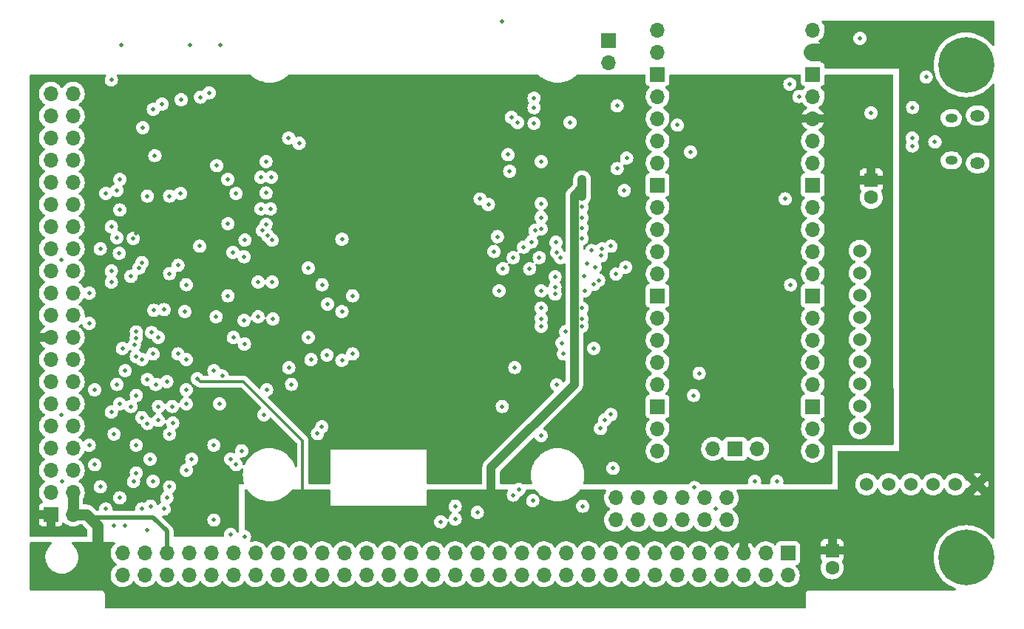
<source format=gbr>
G04 #@! TF.GenerationSoftware,KiCad,Pcbnew,(6.0.5-0)*
G04 #@! TF.CreationDate,2022-07-12T21:34:34-06:00*
G04 #@! TF.ProjectId,PiGUS,50694755-532e-46b6-9963-61645f706362,rev?*
G04 #@! TF.SameCoordinates,Original*
G04 #@! TF.FileFunction,Copper,L3,Inr*
G04 #@! TF.FilePolarity,Positive*
%FSLAX46Y46*%
G04 Gerber Fmt 4.6, Leading zero omitted, Abs format (unit mm)*
G04 Created by KiCad (PCBNEW (6.0.5-0)) date 2022-07-12 21:34:34*
%MOMM*%
%LPD*%
G01*
G04 APERTURE LIST*
G04 #@! TA.AperFunction,ComponentPad*
%ADD10R,1.700000X1.700000*%
G04 #@! TD*
G04 #@! TA.AperFunction,ComponentPad*
%ADD11O,1.700000X1.700000*%
G04 #@! TD*
G04 #@! TA.AperFunction,ComponentPad*
%ADD12R,1.600000X1.600000*%
G04 #@! TD*
G04 #@! TA.AperFunction,ComponentPad*
%ADD13C,1.600000*%
G04 #@! TD*
G04 #@! TA.AperFunction,ComponentPad*
%ADD14O,1.700000X1.300000*%
G04 #@! TD*
G04 #@! TA.AperFunction,ComponentPad*
%ADD15O,1.400000X1.000000*%
G04 #@! TD*
G04 #@! TA.AperFunction,ComponentPad*
%ADD16C,6.400000*%
G04 #@! TD*
G04 #@! TA.AperFunction,ComponentPad*
%ADD17C,1.524000*%
G04 #@! TD*
G04 #@! TA.AperFunction,ViaPad*
%ADD18C,0.500000*%
G04 #@! TD*
G04 #@! TA.AperFunction,ViaPad*
%ADD19C,0.508000*%
G04 #@! TD*
G04 #@! TA.AperFunction,ViaPad*
%ADD20C,0.800000*%
G04 #@! TD*
G04 #@! TA.AperFunction,Conductor*
%ADD21C,0.300000*%
G04 #@! TD*
G04 #@! TA.AperFunction,Conductor*
%ADD22C,0.500000*%
G04 #@! TD*
G04 #@! TA.AperFunction,Conductor*
%ADD23C,1.000000*%
G04 #@! TD*
G04 #@! TA.AperFunction,Conductor*
%ADD24C,1.250000*%
G04 #@! TD*
G04 #@! TA.AperFunction,Conductor*
%ADD25C,0.250000*%
G04 #@! TD*
G04 #@! TA.AperFunction,Conductor*
%ADD26C,0.200000*%
G04 #@! TD*
G04 #@! TA.AperFunction,Conductor*
%ADD27C,2.000000*%
G04 #@! TD*
G04 APERTURE END LIST*
D10*
X110848792Y-119070471D03*
D11*
X113388792Y-119070471D03*
X110848792Y-116530471D03*
X113388792Y-116530471D03*
X110848792Y-113990471D03*
X113388792Y-113990471D03*
X110848792Y-111450471D03*
X113388792Y-111450471D03*
X110848792Y-108910471D03*
X113388792Y-108910471D03*
X110848792Y-106370471D03*
X113388792Y-106370471D03*
X110848792Y-103830471D03*
X113388792Y-103830471D03*
X110848792Y-101290471D03*
X113388792Y-101290471D03*
X110848792Y-98750471D03*
X113388792Y-98750471D03*
X110848792Y-96210471D03*
X113388792Y-96210471D03*
X110848792Y-93670471D03*
X113388792Y-93670471D03*
X110848792Y-91130471D03*
X113388792Y-91130471D03*
X110848792Y-88590471D03*
X113388792Y-88590471D03*
X110848792Y-86050471D03*
X113388792Y-86050471D03*
X110848792Y-83510471D03*
X113388792Y-83510471D03*
X110848792Y-80970471D03*
X113388792Y-80970471D03*
X110848792Y-78430471D03*
X113388792Y-78430471D03*
X110848792Y-75890471D03*
X113388792Y-75890471D03*
X110848792Y-73350471D03*
X113388792Y-73350471D03*
X110848792Y-70810471D03*
X113388792Y-70810471D03*
D12*
X200342500Y-123190000D03*
D13*
X200342500Y-125190000D03*
D10*
X174700000Y-64725000D03*
D11*
X174700000Y-67265000D03*
D12*
X204800000Y-80700000D03*
D13*
X204800000Y-82700000D03*
D14*
X217001697Y-73316465D03*
D15*
X213971697Y-73616465D03*
X213971697Y-78466465D03*
D14*
X217001697Y-78766465D03*
D11*
X180340000Y-63500000D03*
X180340000Y-66040000D03*
D10*
X180340000Y-68580000D03*
D11*
X180340000Y-71120000D03*
X180340000Y-73660000D03*
X180340000Y-76200000D03*
X180340000Y-78740000D03*
D10*
X180340000Y-81280000D03*
D11*
X180340000Y-83820000D03*
X180340000Y-86360000D03*
X180340000Y-88900000D03*
X180340000Y-91440000D03*
D10*
X180340000Y-93980000D03*
D11*
X180340000Y-96520000D03*
X180340000Y-99060000D03*
X180340000Y-101600000D03*
X180340000Y-104140000D03*
D10*
X180340000Y-106680000D03*
D11*
X180340000Y-109220000D03*
X180340000Y-111760000D03*
X198120000Y-111760000D03*
X198120000Y-109220000D03*
D10*
X198120000Y-106680000D03*
D11*
X198120000Y-104140000D03*
X198120000Y-101600000D03*
X198120000Y-99060000D03*
X198120000Y-96520000D03*
D10*
X198120000Y-93980000D03*
D11*
X198120000Y-91440000D03*
X198120000Y-88900000D03*
X198120000Y-86360000D03*
X198120000Y-83820000D03*
D10*
X198120000Y-81280000D03*
D11*
X198120000Y-78740000D03*
X198120000Y-76200000D03*
X198120000Y-73660000D03*
X198120000Y-71120000D03*
D10*
X198120000Y-68580000D03*
D11*
X198120000Y-66040000D03*
X198120000Y-63500000D03*
X186690000Y-111530000D03*
D10*
X189230000Y-111530000D03*
D11*
X191770000Y-111530000D03*
D16*
X215658700Y-124008000D03*
D17*
X204269050Y-115582931D03*
X206809050Y-115582931D03*
X209349050Y-115582931D03*
X211889050Y-115582931D03*
X214429050Y-115582931D03*
X216969050Y-115582931D03*
X203489050Y-109142931D03*
X203489050Y-106602931D03*
X203489050Y-104062931D03*
X203489050Y-101522931D03*
X203489050Y-98982931D03*
X203489050Y-96442931D03*
X203489050Y-93902931D03*
X203489050Y-91362931D03*
X203489050Y-88822931D03*
D11*
X175577500Y-119697500D03*
X175577500Y-117157500D03*
X178117500Y-119697500D03*
X178117500Y-117157500D03*
X180657500Y-119697500D03*
X180657500Y-117157500D03*
X183197500Y-119697500D03*
X183197500Y-117157500D03*
X185737500Y-119697500D03*
X185737500Y-117157500D03*
X188277500Y-119697500D03*
X188277500Y-117157500D03*
D10*
X195262500Y-123502500D03*
D11*
X192722500Y-123502500D03*
X190182500Y-123502500D03*
X187642500Y-123502500D03*
X185102500Y-123502500D03*
X182562500Y-123502500D03*
X180022500Y-123502500D03*
X177482500Y-123502500D03*
X174942500Y-123502500D03*
X172402500Y-123502500D03*
X169862500Y-123502500D03*
X167322500Y-123502500D03*
X164782500Y-123502500D03*
X162242500Y-123502500D03*
X159702500Y-123502500D03*
X157162500Y-123502500D03*
X154622500Y-123502500D03*
X152082500Y-123502500D03*
X149542500Y-123502500D03*
X147002500Y-123502500D03*
X144462500Y-123502500D03*
X141922500Y-123502500D03*
X139382500Y-123502500D03*
X136842500Y-123502500D03*
X134302500Y-123502500D03*
X131762500Y-123502500D03*
X129222500Y-123502500D03*
X126682500Y-123502500D03*
X124142500Y-123502500D03*
X121602500Y-123502500D03*
X119062500Y-123502500D03*
X195262500Y-126042500D03*
X192722500Y-126042500D03*
X190182500Y-126042500D03*
X187642500Y-126042500D03*
X185102500Y-126042500D03*
X182562500Y-126042500D03*
X180022500Y-126042500D03*
X177482500Y-126042500D03*
X174942500Y-126042500D03*
X172402500Y-126042500D03*
X169862500Y-126042500D03*
X167322500Y-126042500D03*
X164782500Y-126042500D03*
X162242500Y-126042500D03*
X159702500Y-126042500D03*
X157162500Y-126042500D03*
X154622500Y-126042500D03*
X152082500Y-126042500D03*
X149542500Y-126042500D03*
X147002500Y-126042500D03*
X144462500Y-126042500D03*
X141922500Y-126042500D03*
X139382500Y-126042500D03*
X136842500Y-126042500D03*
X134302500Y-126042500D03*
X131762500Y-126042500D03*
X129222500Y-126042500D03*
X126682500Y-126042500D03*
X124142500Y-126042500D03*
X121602500Y-126042500D03*
X119062500Y-126042500D03*
D16*
X215658700Y-67493000D03*
D18*
X129700000Y-76077500D03*
X118900000Y-65200000D03*
X121400000Y-74700000D03*
X130300000Y-65200000D03*
X129000000Y-70700000D03*
X128000000Y-71200000D03*
X126800000Y-65200000D03*
X124142500Y-117157500D03*
X118745000Y-117157500D03*
X130175000Y-106362500D03*
X126365000Y-106362500D03*
X120015000Y-106680000D03*
X119380000Y-120332500D03*
X123190000Y-106680000D03*
X131445000Y-121345500D03*
X124460000Y-109855000D03*
X118110000Y-109855000D03*
X118110000Y-120332500D03*
X133032500Y-121602500D03*
X131445000Y-112712500D03*
X127000000Y-112712500D03*
X126365000Y-101282500D03*
X140652500Y-101282500D03*
X142500000Y-100800000D03*
X125412500Y-100647500D03*
X163830000Y-116840000D03*
X124460000Y-115887500D03*
X122555000Y-115252500D03*
X164465000Y-116205000D03*
X121920000Y-120895980D03*
X166052500Y-117475000D03*
X155500000Y-119900000D03*
X157162500Y-118110000D03*
X171767500Y-118110000D03*
X123825000Y-118427500D03*
X124767148Y-106680000D03*
X174307500Y-108200000D03*
X121285000Y-107950000D03*
X175227143Y-113783000D03*
X191452500Y-115252500D03*
X124820416Y-108585000D03*
X193992500Y-115252500D03*
X121920000Y-108622500D03*
X167000000Y-95400000D03*
X131147500Y-85725000D03*
X171699751Y-83800000D03*
X122777711Y-77900000D03*
X169200000Y-89600000D03*
X167000000Y-86300000D03*
X171900000Y-91700000D03*
X134900000Y-84000000D03*
D19*
X212101697Y-76341465D03*
D18*
X168700000Y-87849500D03*
X171699751Y-96600000D03*
X131147500Y-93980000D03*
X133100000Y-87600000D03*
X172000000Y-93400000D03*
X174000000Y-88600000D03*
X120650000Y-105410000D03*
X167000249Y-78600000D03*
X167000000Y-85000000D03*
X118768750Y-80650000D03*
X171699751Y-95400000D03*
X129540000Y-111125000D03*
X167000000Y-97472500D03*
X131127500Y-80645000D03*
X134900000Y-80400000D03*
X167000000Y-83400000D03*
X171699751Y-86200000D03*
X134600000Y-96400000D03*
X171699751Y-85000000D03*
X203517500Y-64452500D03*
X118700000Y-89100000D03*
X135500000Y-78600000D03*
X129540000Y-119697500D03*
X136200000Y-87600000D03*
X120650000Y-114300000D03*
X171700000Y-97472500D03*
X135500000Y-85800000D03*
X136000000Y-84000000D03*
X168600000Y-91800000D03*
X129540000Y-102552500D03*
X119380000Y-102552500D03*
X204787500Y-73025000D03*
X167000000Y-96600000D03*
X136100000Y-80400000D03*
X129800000Y-96400000D03*
X136200000Y-92400000D03*
X168600000Y-93800000D03*
X136300000Y-96655000D03*
X171699751Y-87400000D03*
X135500000Y-82200000D03*
X134600000Y-92400000D03*
X121920000Y-82550000D03*
X160972500Y-83502500D03*
X160020000Y-82867500D03*
X124460000Y-82550000D03*
X141922500Y-92710000D03*
X124460000Y-91440000D03*
X112077500Y-89852500D03*
X141400000Y-109800000D03*
X167000000Y-110000000D03*
X123825000Y-95567500D03*
X142557500Y-94932500D03*
X120300000Y-87400000D03*
X126365000Y-92710000D03*
X118745000Y-84137500D03*
X173800000Y-109200000D03*
X118427500Y-81915000D03*
X125412500Y-90487500D03*
X126200000Y-95800000D03*
X121300000Y-90170000D03*
X173600000Y-92200000D03*
X141900000Y-109000000D03*
X127635000Y-93980000D03*
X126360000Y-111130000D03*
D20*
X115252500Y-117475000D03*
D18*
X127635000Y-85725000D03*
X126360000Y-119702500D03*
D20*
X113665000Y-120967500D03*
D18*
X120650000Y-86800000D03*
X127635000Y-95885000D03*
D20*
X114617500Y-120967500D03*
D18*
X206692500Y-73025000D03*
X167060000Y-81500000D03*
X123190000Y-86995000D03*
D20*
X116205000Y-117475000D03*
D18*
X167060000Y-80900000D03*
X162560000Y-106680000D03*
X124142500Y-103822500D03*
X171700000Y-80600000D03*
D20*
X189230000Y-127952500D03*
X125095000Y-127952500D03*
D18*
X127635000Y-103505000D03*
D20*
X123190000Y-127952500D03*
D18*
X171700000Y-81100000D03*
X171700000Y-82600000D03*
X212600000Y-77700000D03*
X171700000Y-81600000D03*
D20*
X191130000Y-127957500D03*
D18*
X171700000Y-82100000D03*
X117792500Y-86042500D03*
X117792500Y-69215000D03*
X118427500Y-87312500D03*
X162560000Y-62547500D03*
X162627500Y-90872500D03*
X165700000Y-90900000D03*
X120650000Y-100965000D03*
X133032500Y-99498489D03*
X157162500Y-119583000D03*
X159702500Y-118833500D03*
X163212500Y-77787500D03*
X176800000Y-78200000D03*
X119062500Y-100012500D03*
X129857500Y-79057500D03*
X184100000Y-77500000D03*
X144200000Y-101400000D03*
X165900000Y-87800000D03*
X144200000Y-87500000D03*
X122640519Y-95653019D03*
X144200000Y-95800000D03*
X120421002Y-99579291D03*
X122400000Y-98200000D03*
X169400000Y-99400000D03*
X120650000Y-98807003D03*
X169800000Y-98107500D03*
X133000000Y-89500000D03*
X133000000Y-96800000D03*
X173900000Y-89400000D03*
X120650000Y-98107500D03*
X115252500Y-97155000D03*
X173037500Y-100012500D03*
X122555000Y-100647500D03*
X184467500Y-105410000D03*
X184562989Y-115982989D03*
X130492500Y-103187500D03*
X121920000Y-103565500D03*
X121285000Y-101282500D03*
X187007500Y-118427500D03*
X185102500Y-102870000D03*
X131700000Y-89000000D03*
X168800000Y-89000000D03*
X123190000Y-98742500D03*
X131762500Y-98742500D03*
X127900000Y-88300000D03*
X161607500Y-88900000D03*
X175000000Y-88300000D03*
X175000000Y-107600000D03*
X172800000Y-88800000D03*
X175700000Y-79400000D03*
X168600000Y-93000000D03*
X175600000Y-91500000D03*
X175700000Y-72200000D03*
X194945000Y-82867500D03*
X195500000Y-69700000D03*
X195580000Y-92720000D03*
X173000000Y-92700000D03*
X162200000Y-93400000D03*
X115887500Y-113347500D03*
X115887500Y-104775000D03*
X135700000Y-87100000D03*
X126365000Y-104775000D03*
X135572500Y-104775000D03*
X126365000Y-113982500D03*
X162000000Y-87200000D03*
X167000000Y-93400000D03*
X132080000Y-82232500D03*
X125730000Y-82232500D03*
X211100000Y-68900000D03*
X209550000Y-72390000D03*
X182600000Y-74400000D03*
X196532500Y-71120000D03*
X125800000Y-71500000D03*
X166200000Y-74200000D03*
X163600000Y-73500000D03*
X122600000Y-72600000D03*
X123600000Y-72000000D03*
X164300000Y-74100000D03*
X166200000Y-72400000D03*
X166200000Y-71300000D03*
X170300000Y-74100000D03*
X139300000Y-76500000D03*
X209500000Y-76800000D03*
X123190000Y-108267500D03*
X168800000Y-104200000D03*
X138430000Y-104140000D03*
X135255000Y-107632500D03*
X117792500Y-107315000D03*
X117792500Y-92392500D03*
X163800000Y-89600000D03*
X166800000Y-89600000D03*
X132715000Y-111760000D03*
X164000000Y-102200000D03*
X138112500Y-102235000D03*
X120650000Y-111125000D03*
X115252500Y-111125000D03*
X115252500Y-93662500D03*
X145415000Y-100647500D03*
X145415000Y-93980000D03*
X112077500Y-107632500D03*
X169552500Y-100647500D03*
X118745000Y-106362500D03*
X120967500Y-90805000D03*
X140335000Y-90805000D03*
X118427500Y-104140000D03*
X172300000Y-90300000D03*
X120015000Y-91757500D03*
X122872500Y-104140000D03*
X176700000Y-90700000D03*
X117792500Y-91122500D03*
X140335000Y-98742500D03*
X116522500Y-115887500D03*
X122277861Y-118110000D03*
X116522500Y-88582500D03*
X173200000Y-90700000D03*
X163407500Y-79692500D03*
X121285000Y-118427500D03*
X117157500Y-82232500D03*
X176530000Y-81915000D03*
X117157500Y-118427500D03*
X112165018Y-115252500D03*
X120332500Y-115252500D03*
X165000000Y-88400000D03*
X166300000Y-86500000D03*
X135100000Y-86500000D03*
X122237500Y-112712500D03*
X132080000Y-113347500D03*
X209502400Y-75897600D03*
X138100000Y-75900000D03*
D21*
X127635000Y-103505000D02*
X127952500Y-103822500D01*
X127952500Y-103822500D02*
X132922500Y-103822500D01*
X132922500Y-103822500D02*
X139700000Y-110600000D01*
X139700000Y-110600000D02*
X139700000Y-117157500D01*
D22*
X113388792Y-119070471D02*
X113698321Y-119380000D01*
D23*
X170800000Y-82475000D02*
X170800000Y-104155000D01*
D24*
X116205000Y-120332500D02*
X116205000Y-123825000D01*
D23*
X171700000Y-80600000D02*
X171700000Y-82600000D01*
D22*
X113698321Y-119380000D02*
X122555000Y-119380000D01*
D23*
X170800000Y-104155000D02*
X161290000Y-113665000D01*
D25*
X114919058Y-119062500D02*
X113347500Y-119062500D01*
D23*
X171677500Y-81597500D02*
X170800000Y-82475000D01*
D25*
X114927029Y-119070471D02*
X114919058Y-119062500D01*
D22*
X124142500Y-120967500D02*
X124142500Y-123502500D01*
X122555000Y-119380000D02*
X124142500Y-120967500D01*
D24*
X113388792Y-116530471D02*
X113388792Y-119070471D01*
X114935000Y-119062500D02*
X116205000Y-120332500D01*
D26*
X171700000Y-82600000D02*
X171800000Y-82600000D01*
D27*
X198120000Y-66040000D02*
X200342500Y-66040000D01*
D23*
X161290000Y-113665000D02*
X161290000Y-116840000D01*
D24*
X113347500Y-119062500D02*
X114935000Y-119062500D01*
G04 #@! TA.AperFunction,Conductor*
G36*
X117068197Y-68580024D02*
G01*
X117136317Y-68600026D01*
X117182810Y-68653682D01*
X117192913Y-68723956D01*
X117174107Y-68774279D01*
X117112624Y-68869682D01*
X117108804Y-68875610D01*
X117106394Y-68882232D01*
X117057077Y-69017730D01*
X117050603Y-69035516D01*
X117029275Y-69204343D01*
X117045881Y-69373699D01*
X117099594Y-69535167D01*
X117103241Y-69541189D01*
X117103242Y-69541191D01*
X117182810Y-69672572D01*
X117187746Y-69680723D01*
X117305955Y-69803132D01*
X117311851Y-69806990D01*
X117424362Y-69880615D01*
X117448346Y-69896310D01*
X117454950Y-69898766D01*
X117454952Y-69898767D01*
X117491344Y-69912301D01*
X117607841Y-69955626D01*
X117776515Y-69978132D01*
X117783526Y-69977494D01*
X117783530Y-69977494D01*
X117938962Y-69963348D01*
X117945983Y-69962709D01*
X117952685Y-69960531D01*
X117952687Y-69960531D01*
X118101123Y-69912301D01*
X118101126Y-69912300D01*
X118107822Y-69910124D01*
X118253990Y-69822990D01*
X118259084Y-69818139D01*
X118259088Y-69818136D01*
X118326333Y-69754099D01*
X118377221Y-69705639D01*
X118383390Y-69696355D01*
X118467490Y-69569773D01*
X118471391Y-69563902D01*
X118531819Y-69404825D01*
X118555501Y-69236313D01*
X118555799Y-69215000D01*
X118536831Y-69045892D01*
X118523314Y-69007075D01*
X118500031Y-68940217D01*
X118480868Y-68885189D01*
X118410636Y-68772796D01*
X118391501Y-68704430D01*
X118412366Y-68636568D01*
X118466607Y-68590760D01*
X118517490Y-68580028D01*
X125792902Y-68580048D01*
X133614066Y-68580069D01*
X133682187Y-68600071D01*
X133705840Y-68619736D01*
X133745114Y-68661485D01*
X133796744Y-68716369D01*
X133976052Y-68868164D01*
X134057903Y-68937456D01*
X134061164Y-68940217D01*
X134064128Y-68942197D01*
X134064130Y-68942199D01*
X134346248Y-69130704D01*
X134349225Y-69132693D01*
X134352407Y-69134332D01*
X134352409Y-69134333D01*
X134654040Y-69289684D01*
X134654045Y-69289686D01*
X134657223Y-69291323D01*
X134660564Y-69292589D01*
X134660569Y-69292591D01*
X134857582Y-69367232D01*
X134981199Y-69414066D01*
X134984663Y-69414946D01*
X134984667Y-69414947D01*
X135313519Y-69498465D01*
X135313527Y-69498467D01*
X135316986Y-69499345D01*
X135472547Y-69520516D01*
X135657277Y-69545657D01*
X135657284Y-69545658D01*
X135660270Y-69546064D01*
X135773174Y-69550500D01*
X135987754Y-69550500D01*
X136126975Y-69542594D01*
X136242322Y-69536045D01*
X136242329Y-69536044D01*
X136245890Y-69535842D01*
X136587334Y-69477171D01*
X136590766Y-69476171D01*
X136590769Y-69476170D01*
X136916497Y-69381229D01*
X136916500Y-69381228D01*
X136919941Y-69380225D01*
X136923241Y-69378841D01*
X136923250Y-69378838D01*
X137135857Y-69289684D01*
X137239436Y-69246250D01*
X137494439Y-69103441D01*
X137538580Y-69078721D01*
X137538581Y-69078720D01*
X137541710Y-69076968D01*
X137822878Y-68874556D01*
X137825529Y-68872148D01*
X137825534Y-68872144D01*
X138076678Y-68644021D01*
X138076684Y-68644015D01*
X138079325Y-68641616D01*
X138081676Y-68638935D01*
X138081686Y-68638925D01*
X138095648Y-68623004D01*
X138155601Y-68584976D01*
X138190380Y-68580081D01*
X158647609Y-68580136D01*
X166614149Y-68580157D01*
X166682270Y-68600159D01*
X166705921Y-68619822D01*
X166796744Y-68716369D01*
X166863402Y-68772799D01*
X167057903Y-68937456D01*
X167061164Y-68940217D01*
X167064128Y-68942197D01*
X167064130Y-68942199D01*
X167346248Y-69130704D01*
X167349225Y-69132693D01*
X167352407Y-69134332D01*
X167352409Y-69134333D01*
X167654040Y-69289684D01*
X167654045Y-69289686D01*
X167657223Y-69291323D01*
X167660564Y-69292589D01*
X167660569Y-69292591D01*
X167857582Y-69367232D01*
X167981199Y-69414066D01*
X167984663Y-69414946D01*
X167984667Y-69414947D01*
X168313519Y-69498465D01*
X168313527Y-69498467D01*
X168316986Y-69499345D01*
X168472547Y-69520516D01*
X168657277Y-69545657D01*
X168657284Y-69545658D01*
X168660270Y-69546064D01*
X168773174Y-69550500D01*
X168987754Y-69550500D01*
X169126975Y-69542594D01*
X169242322Y-69536045D01*
X169242329Y-69536044D01*
X169245890Y-69535842D01*
X169587334Y-69477171D01*
X169590766Y-69476171D01*
X169590769Y-69476170D01*
X169916497Y-69381229D01*
X169916500Y-69381228D01*
X169919941Y-69380225D01*
X169923241Y-69378841D01*
X169923250Y-69378838D01*
X170135857Y-69289684D01*
X170239436Y-69246250D01*
X170494439Y-69103441D01*
X170538580Y-69078721D01*
X170538581Y-69078720D01*
X170541710Y-69076968D01*
X170822878Y-68874556D01*
X170825529Y-68872148D01*
X170825534Y-68872144D01*
X171076675Y-68644023D01*
X171076677Y-68644021D01*
X171079325Y-68641616D01*
X171095570Y-68623092D01*
X171155523Y-68585064D01*
X171190300Y-68580169D01*
X172669284Y-68580173D01*
X174337219Y-68580178D01*
X174362339Y-68582707D01*
X174432012Y-68596882D01*
X174538597Y-68618567D01*
X174661998Y-68623092D01*
X174756673Y-68626564D01*
X174756677Y-68626564D01*
X174761837Y-68626753D01*
X174766957Y-68626097D01*
X174766959Y-68626097D01*
X174836153Y-68617233D01*
X174983416Y-68598368D01*
X174988364Y-68596883D01*
X174988371Y-68596882D01*
X175026328Y-68585494D01*
X175062535Y-68580180D01*
X178855500Y-68580190D01*
X178923621Y-68600192D01*
X178970114Y-68653848D01*
X178981500Y-68706190D01*
X178981500Y-69478134D01*
X178988255Y-69540316D01*
X179039385Y-69676705D01*
X179126739Y-69793261D01*
X179243295Y-69880615D01*
X179251704Y-69883767D01*
X179251705Y-69883768D01*
X179360451Y-69924535D01*
X179417216Y-69967176D01*
X179441916Y-70033738D01*
X179426709Y-70103087D01*
X179407316Y-70129568D01*
X179280629Y-70262138D01*
X179277718Y-70266406D01*
X179277714Y-70266411D01*
X179201967Y-70377452D01*
X179154743Y-70446680D01*
X179139003Y-70480590D01*
X179063388Y-70643489D01*
X179060688Y-70649305D01*
X179000989Y-70864570D01*
X178977251Y-71086695D01*
X178977548Y-71091848D01*
X178977548Y-71091851D01*
X178988322Y-71278699D01*
X178990110Y-71309715D01*
X178991247Y-71314761D01*
X178991248Y-71314767D01*
X179010763Y-71401357D01*
X179039222Y-71527639D01*
X179090843Y-71654768D01*
X179116346Y-71717573D01*
X179123266Y-71734616D01*
X179170438Y-71811594D01*
X179237286Y-71920680D01*
X179239987Y-71925088D01*
X179386250Y-72093938D01*
X179558126Y-72236632D01*
X179603476Y-72263132D01*
X179631445Y-72279476D01*
X179680169Y-72331114D01*
X179693240Y-72400897D01*
X179666509Y-72466669D01*
X179626055Y-72500027D01*
X179613607Y-72506507D01*
X179609474Y-72509610D01*
X179609471Y-72509612D01*
X179484909Y-72603136D01*
X179434965Y-72640635D01*
X179369346Y-72709301D01*
X179292396Y-72789825D01*
X179280629Y-72802138D01*
X179277715Y-72806410D01*
X179277714Y-72806411D01*
X179224945Y-72883767D01*
X179154743Y-72986680D01*
X179120848Y-73059700D01*
X179066544Y-73176690D01*
X179060688Y-73189305D01*
X179000989Y-73404570D01*
X178977251Y-73626695D01*
X178977548Y-73631848D01*
X178977548Y-73631851D01*
X178988021Y-73813484D01*
X178990110Y-73849715D01*
X178991247Y-73854761D01*
X178991248Y-73854767D01*
X179009906Y-73937554D01*
X179039222Y-74067639D01*
X179091369Y-74196062D01*
X179112722Y-74248648D01*
X179123266Y-74274616D01*
X179125965Y-74279020D01*
X179197868Y-74396355D01*
X179239987Y-74465088D01*
X179386250Y-74633938D01*
X179558126Y-74776632D01*
X179611789Y-74807990D01*
X179631445Y-74819476D01*
X179680169Y-74871114D01*
X179693240Y-74940897D01*
X179666509Y-75006669D01*
X179626055Y-75040027D01*
X179613607Y-75046507D01*
X179609474Y-75049610D01*
X179609471Y-75049612D01*
X179448081Y-75170787D01*
X179434965Y-75180635D01*
X179369346Y-75249301D01*
X179309818Y-75311594D01*
X179280629Y-75342138D01*
X179277715Y-75346410D01*
X179277714Y-75346411D01*
X179192556Y-75471249D01*
X179154743Y-75526680D01*
X179134547Y-75570189D01*
X179064768Y-75720516D01*
X179060688Y-75729305D01*
X179000989Y-75944570D01*
X178977251Y-76166695D01*
X178977548Y-76171848D01*
X178977548Y-76171851D01*
X178983011Y-76266590D01*
X178990110Y-76389715D01*
X178991247Y-76394761D01*
X178991248Y-76394767D01*
X179013159Y-76491990D01*
X179039222Y-76607639D01*
X179123266Y-76814616D01*
X179147874Y-76854773D01*
X179231133Y-76990639D01*
X179239987Y-77005088D01*
X179386250Y-77173938D01*
X179558126Y-77316632D01*
X179594507Y-77337891D01*
X179631445Y-77359476D01*
X179680169Y-77411114D01*
X179693240Y-77480897D01*
X179666509Y-77546669D01*
X179626055Y-77580027D01*
X179613607Y-77586507D01*
X179609474Y-77589610D01*
X179609471Y-77589612D01*
X179443939Y-77713897D01*
X179434965Y-77720635D01*
X179371067Y-77787500D01*
X179294874Y-77867232D01*
X179280629Y-77882138D01*
X179277715Y-77886410D01*
X179277714Y-77886411D01*
X179232369Y-77952885D01*
X179154743Y-78066680D01*
X179129584Y-78120880D01*
X179063052Y-78264213D01*
X179060688Y-78269305D01*
X179000989Y-78484570D01*
X178977251Y-78706695D01*
X178977548Y-78711848D01*
X178977548Y-78711851D01*
X178988131Y-78895391D01*
X178990110Y-78929715D01*
X178991247Y-78934761D01*
X178991248Y-78934767D01*
X179007403Y-79006451D01*
X179039222Y-79147639D01*
X179091933Y-79277452D01*
X179116588Y-79338169D01*
X179123266Y-79354616D01*
X179147938Y-79394877D01*
X179230981Y-79530391D01*
X179239987Y-79545088D01*
X179386250Y-79713938D01*
X179392095Y-79718791D01*
X179394981Y-79721187D01*
X179434616Y-79780090D01*
X179436113Y-79851071D01*
X179398997Y-79911593D01*
X179358725Y-79936112D01*
X179262751Y-79972091D01*
X179243295Y-79979385D01*
X179126739Y-80066739D01*
X179039385Y-80183295D01*
X178988255Y-80319684D01*
X178981500Y-80381866D01*
X178981500Y-82178134D01*
X178988255Y-82240316D01*
X179039385Y-82376705D01*
X179126739Y-82493261D01*
X179243295Y-82580615D01*
X179251704Y-82583767D01*
X179251705Y-82583768D01*
X179360451Y-82624535D01*
X179417216Y-82667176D01*
X179441916Y-82733738D01*
X179426709Y-82803087D01*
X179407316Y-82829568D01*
X179374551Y-82863855D01*
X179280629Y-82962138D01*
X179277715Y-82966410D01*
X179277714Y-82966411D01*
X179235442Y-83028379D01*
X179154743Y-83146680D01*
X179125437Y-83209814D01*
X179064826Y-83340391D01*
X179060688Y-83349305D01*
X179000989Y-83564570D01*
X178977251Y-83786695D01*
X178977548Y-83791848D01*
X178977548Y-83791851D01*
X178982906Y-83884768D01*
X178990110Y-84009715D01*
X178991247Y-84014761D01*
X178991248Y-84014767D01*
X179008346Y-84090632D01*
X179039222Y-84227639D01*
X179123266Y-84434616D01*
X179141083Y-84463691D01*
X179219705Y-84591990D01*
X179239987Y-84625088D01*
X179386250Y-84793938D01*
X179558126Y-84936632D01*
X179628595Y-84977811D01*
X179631445Y-84979476D01*
X179680169Y-85031114D01*
X179693240Y-85100897D01*
X179666509Y-85166669D01*
X179626055Y-85200027D01*
X179613607Y-85206507D01*
X179609474Y-85209610D01*
X179609471Y-85209612D01*
X179446660Y-85331854D01*
X179434965Y-85340635D01*
X179369346Y-85409301D01*
X179304799Y-85476846D01*
X179280629Y-85502138D01*
X179277715Y-85506410D01*
X179277714Y-85506411D01*
X179237073Y-85565989D01*
X179154743Y-85686680D01*
X179123601Y-85753770D01*
X179064826Y-85880391D01*
X179060688Y-85889305D01*
X179000989Y-86104570D01*
X178977251Y-86326695D01*
X178977548Y-86331848D01*
X178977548Y-86331851D01*
X178987995Y-86513037D01*
X178990110Y-86549715D01*
X178991247Y-86554761D01*
X178991248Y-86554767D01*
X179009906Y-86637554D01*
X179039222Y-86767639D01*
X179123266Y-86974616D01*
X179169821Y-87050587D01*
X179230981Y-87150391D01*
X179239987Y-87165088D01*
X179386250Y-87333938D01*
X179529149Y-87452575D01*
X179543140Y-87464190D01*
X179558126Y-87476632D01*
X179604894Y-87503961D01*
X179631445Y-87519476D01*
X179680169Y-87571114D01*
X179693240Y-87640897D01*
X179666509Y-87706669D01*
X179626055Y-87740027D01*
X179613607Y-87746507D01*
X179609474Y-87749610D01*
X179609471Y-87749612D01*
X179442839Y-87874723D01*
X179434965Y-87880635D01*
X179370868Y-87947709D01*
X179285010Y-88037554D01*
X179280629Y-88042138D01*
X179277715Y-88046410D01*
X179277714Y-88046411D01*
X179197274Y-88164332D01*
X179154743Y-88226680D01*
X179122799Y-88295498D01*
X179063388Y-88423489D01*
X179060688Y-88429305D01*
X179000989Y-88644570D01*
X178977251Y-88866695D01*
X178977548Y-88871848D01*
X178977548Y-88871851D01*
X178988540Y-89062494D01*
X178990110Y-89089715D01*
X178991247Y-89094761D01*
X178991248Y-89094767D01*
X179008246Y-89170189D01*
X179039222Y-89307639D01*
X179093907Y-89442314D01*
X179114079Y-89491990D01*
X179123266Y-89514616D01*
X179161772Y-89577452D01*
X179234672Y-89696414D01*
X179239987Y-89705088D01*
X179386250Y-89873938D01*
X179519746Y-89984768D01*
X179546615Y-90007075D01*
X179558126Y-90016632D01*
X179602620Y-90042632D01*
X179631445Y-90059476D01*
X179680169Y-90111114D01*
X179693240Y-90180897D01*
X179666509Y-90246669D01*
X179626055Y-90280027D01*
X179618819Y-90283794D01*
X179613607Y-90286507D01*
X179609474Y-90289610D01*
X179609471Y-90289612D01*
X179439100Y-90417530D01*
X179434965Y-90420635D01*
X179371067Y-90487500D01*
X179294874Y-90567232D01*
X179280629Y-90582138D01*
X179277715Y-90586410D01*
X179277714Y-90586411D01*
X179200229Y-90700000D01*
X179154743Y-90766680D01*
X179110570Y-90861843D01*
X179063388Y-90963489D01*
X179060688Y-90969305D01*
X179000989Y-91184570D01*
X178977251Y-91406695D01*
X178977548Y-91411848D01*
X178977548Y-91411851D01*
X178989154Y-91613139D01*
X178990110Y-91629715D01*
X178991247Y-91634761D01*
X178991248Y-91634767D01*
X179006414Y-91702060D01*
X179039222Y-91847639D01*
X179091660Y-91976778D01*
X179114079Y-92031990D01*
X179123266Y-92054616D01*
X179125965Y-92059020D01*
X179237253Y-92240626D01*
X179239987Y-92245088D01*
X179386250Y-92413938D01*
X179390230Y-92417242D01*
X179394981Y-92421187D01*
X179434616Y-92480090D01*
X179436113Y-92551071D01*
X179398997Y-92611593D01*
X179358725Y-92636112D01*
X179262751Y-92672091D01*
X179243295Y-92679385D01*
X179126739Y-92766739D01*
X179039385Y-92883295D01*
X178988255Y-93019684D01*
X178983624Y-93062314D01*
X178981980Y-93077452D01*
X178981500Y-93081866D01*
X178981500Y-94878134D01*
X178988255Y-94940316D01*
X179039385Y-95076705D01*
X179126739Y-95193261D01*
X179243295Y-95280615D01*
X179251704Y-95283767D01*
X179251705Y-95283768D01*
X179360451Y-95324535D01*
X179417216Y-95367176D01*
X179441916Y-95433738D01*
X179426709Y-95503087D01*
X179407316Y-95529568D01*
X179288626Y-95653770D01*
X179280629Y-95662138D01*
X179277715Y-95666410D01*
X179277714Y-95666411D01*
X179242707Y-95717730D01*
X179154743Y-95846680D01*
X179139003Y-95880590D01*
X179066143Y-96037554D01*
X179060688Y-96049305D01*
X179000989Y-96264570D01*
X179000440Y-96269707D01*
X179000325Y-96270787D01*
X178977251Y-96486695D01*
X178977548Y-96491848D01*
X178977548Y-96491851D01*
X178988447Y-96680879D01*
X178990110Y-96709715D01*
X178991247Y-96714761D01*
X178991248Y-96714767D01*
X179012275Y-96808069D01*
X179039222Y-96927639D01*
X179123266Y-97134616D01*
X179140350Y-97162494D01*
X179230981Y-97310391D01*
X179239987Y-97325088D01*
X179243367Y-97328990D01*
X179251836Y-97338767D01*
X179386250Y-97493938D01*
X179514613Y-97600507D01*
X179543140Y-97624190D01*
X179558126Y-97636632D01*
X179613370Y-97668914D01*
X179631445Y-97679476D01*
X179680169Y-97731114D01*
X179693240Y-97800897D01*
X179666509Y-97866669D01*
X179626055Y-97900027D01*
X179613607Y-97906507D01*
X179609474Y-97909610D01*
X179609471Y-97909612D01*
X179439100Y-98037530D01*
X179434965Y-98040635D01*
X179371067Y-98107500D01*
X179335014Y-98145228D01*
X179280629Y-98202138D01*
X179277715Y-98206410D01*
X179277714Y-98206411D01*
X179236096Y-98267421D01*
X179154743Y-98386680D01*
X179139580Y-98419346D01*
X179064826Y-98580391D01*
X179060688Y-98589305D01*
X179000989Y-98804570D01*
X178977251Y-99026695D01*
X178977548Y-99031848D01*
X178977548Y-99031851D01*
X178985821Y-99175335D01*
X178990110Y-99249715D01*
X178991247Y-99254761D01*
X178991248Y-99254767D01*
X179007403Y-99326451D01*
X179039222Y-99467639D01*
X179123266Y-99674616D01*
X179125965Y-99679020D01*
X179230981Y-99850391D01*
X179239987Y-99865088D01*
X179386250Y-100033938D01*
X179529146Y-100152572D01*
X179543140Y-100164190D01*
X179558126Y-100176632D01*
X179628595Y-100217811D01*
X179631445Y-100219476D01*
X179680169Y-100271114D01*
X179693240Y-100340897D01*
X179666509Y-100406669D01*
X179626055Y-100440027D01*
X179613607Y-100446507D01*
X179609474Y-100449610D01*
X179609471Y-100449612D01*
X179450212Y-100569187D01*
X179434965Y-100580635D01*
X179371067Y-100647500D01*
X179308439Y-100713037D01*
X179280629Y-100742138D01*
X179277715Y-100746410D01*
X179277714Y-100746411D01*
X179235442Y-100808379D01*
X179154743Y-100926680D01*
X179128672Y-100982845D01*
X179064826Y-101120391D01*
X179060688Y-101129305D01*
X179000989Y-101344570D01*
X178977251Y-101566695D01*
X178977548Y-101571848D01*
X178977548Y-101571851D01*
X178986559Y-101728132D01*
X178990110Y-101789715D01*
X178991247Y-101794761D01*
X178991248Y-101794767D01*
X179013392Y-101893023D01*
X179039222Y-102007639D01*
X179074746Y-102095124D01*
X179096358Y-102148348D01*
X179123266Y-102214616D01*
X179125965Y-102219020D01*
X179234672Y-102396414D01*
X179239987Y-102405088D01*
X179243367Y-102408990D01*
X179253957Y-102421215D01*
X179386250Y-102573938D01*
X179519746Y-102684768D01*
X179543140Y-102704190D01*
X179558126Y-102716632D01*
X179613370Y-102748914D01*
X179631445Y-102759476D01*
X179680169Y-102811114D01*
X179693240Y-102880897D01*
X179666509Y-102946669D01*
X179626055Y-102980027D01*
X179613607Y-102986507D01*
X179609474Y-102989610D01*
X179609471Y-102989612D01*
X179439100Y-103117530D01*
X179434965Y-103120635D01*
X179370332Y-103188269D01*
X179305555Y-103256055D01*
X179280629Y-103282138D01*
X179277715Y-103286410D01*
X179277714Y-103286411D01*
X179194028Y-103409090D01*
X179154743Y-103466680D01*
X179126722Y-103527047D01*
X179063388Y-103663489D01*
X179060688Y-103669305D01*
X179000989Y-103884570D01*
X178977251Y-104106695D01*
X178977548Y-104111848D01*
X178977548Y-104111851D01*
X178987968Y-104292573D01*
X178990110Y-104329715D01*
X178991247Y-104334761D01*
X178991248Y-104334767D01*
X179011119Y-104422939D01*
X179039222Y-104547639D01*
X179043876Y-104559101D01*
X179114079Y-104731990D01*
X179123266Y-104754616D01*
X179125965Y-104759020D01*
X179234344Y-104935879D01*
X179239987Y-104945088D01*
X179243367Y-104948990D01*
X179254352Y-104961671D01*
X179386250Y-105113938D01*
X179392095Y-105118791D01*
X179394981Y-105121187D01*
X179434616Y-105180090D01*
X179436113Y-105251071D01*
X179398997Y-105311593D01*
X179358725Y-105336112D01*
X179262751Y-105372091D01*
X179243295Y-105379385D01*
X179126739Y-105466739D01*
X179039385Y-105583295D01*
X178988255Y-105719684D01*
X178981500Y-105781866D01*
X178981500Y-107578134D01*
X178988255Y-107640316D01*
X179039385Y-107776705D01*
X179126739Y-107893261D01*
X179243295Y-107980615D01*
X179251704Y-107983767D01*
X179251705Y-107983768D01*
X179360451Y-108024535D01*
X179417216Y-108067176D01*
X179441916Y-108133738D01*
X179426709Y-108203087D01*
X179407316Y-108229568D01*
X179280629Y-108362138D01*
X179277715Y-108366410D01*
X179277714Y-108366411D01*
X179240621Y-108420787D01*
X179154743Y-108546680D01*
X179122379Y-108616402D01*
X179076062Y-108716185D01*
X179060688Y-108749305D01*
X179000989Y-108964570D01*
X178977251Y-109186695D01*
X178977548Y-109191848D01*
X178977548Y-109191851D01*
X178987803Y-109369707D01*
X178990110Y-109409715D01*
X178991247Y-109414761D01*
X178991248Y-109414767D01*
X178999249Y-109450267D01*
X179039222Y-109627639D01*
X179074922Y-109715559D01*
X179116262Y-109817366D01*
X179123266Y-109834616D01*
X179160345Y-109895124D01*
X179228713Y-110006690D01*
X179239987Y-110025088D01*
X179243367Y-110028990D01*
X179254352Y-110041671D01*
X179386250Y-110193938D01*
X179558126Y-110336632D01*
X179622276Y-110374118D01*
X179631445Y-110379476D01*
X179680169Y-110431114D01*
X179693240Y-110500897D01*
X179666509Y-110566669D01*
X179626055Y-110600027D01*
X179620083Y-110603136D01*
X179613607Y-110606507D01*
X179609474Y-110609610D01*
X179609471Y-110609612D01*
X179485600Y-110702617D01*
X179434965Y-110740635D01*
X179369346Y-110809301D01*
X179291665Y-110890590D01*
X179280629Y-110902138D01*
X179277715Y-110906410D01*
X179277714Y-110906411D01*
X179200752Y-111019233D01*
X179154743Y-111086680D01*
X179123113Y-111154821D01*
X179063388Y-111283489D01*
X179060688Y-111289305D01*
X179000989Y-111504570D01*
X178977251Y-111726695D01*
X178977548Y-111731848D01*
X178977548Y-111731851D01*
X178988322Y-111918699D01*
X178990110Y-111949715D01*
X178991247Y-111954761D01*
X178991248Y-111954767D01*
X179011119Y-112042939D01*
X179039222Y-112167639D01*
X179100673Y-112318976D01*
X179115698Y-112355977D01*
X179123266Y-112374616D01*
X179147087Y-112413489D01*
X179230981Y-112550391D01*
X179239987Y-112565088D01*
X179386250Y-112733938D01*
X179529149Y-112852575D01*
X179543140Y-112864190D01*
X179558126Y-112876632D01*
X179751000Y-112989338D01*
X179755825Y-112991180D01*
X179755826Y-112991181D01*
X179784648Y-113002187D01*
X179959692Y-113069030D01*
X179964760Y-113070061D01*
X179964763Y-113070062D01*
X180063131Y-113090075D01*
X180178597Y-113113567D01*
X180183772Y-113113757D01*
X180183774Y-113113757D01*
X180396673Y-113121564D01*
X180396677Y-113121564D01*
X180401837Y-113121753D01*
X180406957Y-113121097D01*
X180406959Y-113121097D01*
X180618288Y-113094025D01*
X180618289Y-113094025D01*
X180623416Y-113093368D01*
X180642122Y-113087756D01*
X180832429Y-113030661D01*
X180832434Y-113030659D01*
X180837384Y-113029174D01*
X181037994Y-112930896D01*
X181219860Y-112801173D01*
X181261842Y-112759338D01*
X181320488Y-112700896D01*
X181378096Y-112643489D01*
X181390157Y-112626705D01*
X181505435Y-112466277D01*
X181508453Y-112462077D01*
X181510814Y-112457301D01*
X181605136Y-112266453D01*
X181605137Y-112266451D01*
X181607430Y-112261811D01*
X181653454Y-112110328D01*
X181670865Y-112053023D01*
X181670865Y-112053021D01*
X181672370Y-112048069D01*
X181701529Y-111826590D01*
X181701863Y-111812939D01*
X181703074Y-111763365D01*
X181703074Y-111763361D01*
X181703156Y-111760000D01*
X181684852Y-111537361D01*
X181674637Y-111496695D01*
X185327251Y-111496695D01*
X185327548Y-111501848D01*
X185327548Y-111501851D01*
X185335226Y-111635018D01*
X185340110Y-111719715D01*
X185341247Y-111724761D01*
X185341248Y-111724767D01*
X185349947Y-111763365D01*
X185389222Y-111937639D01*
X185426819Y-112030230D01*
X185466461Y-112127856D01*
X185473266Y-112144616D01*
X185490307Y-112172425D01*
X185557039Y-112281321D01*
X185589987Y-112335088D01*
X185736250Y-112503938D01*
X185908126Y-112646632D01*
X186101000Y-112759338D01*
X186309692Y-112839030D01*
X186314760Y-112840061D01*
X186314763Y-112840062D01*
X186404264Y-112858271D01*
X186528597Y-112883567D01*
X186533772Y-112883757D01*
X186533774Y-112883757D01*
X186746673Y-112891564D01*
X186746677Y-112891564D01*
X186751837Y-112891753D01*
X186756957Y-112891097D01*
X186756959Y-112891097D01*
X186968288Y-112864025D01*
X186968289Y-112864025D01*
X186973416Y-112863368D01*
X187009391Y-112852575D01*
X187182429Y-112800661D01*
X187182434Y-112800659D01*
X187187384Y-112799174D01*
X187387994Y-112700896D01*
X187569860Y-112571173D01*
X187678091Y-112463319D01*
X187740462Y-112429404D01*
X187811268Y-112434592D01*
X187868030Y-112477238D01*
X187885012Y-112508341D01*
X187908020Y-112569713D01*
X187929385Y-112626705D01*
X188016739Y-112743261D01*
X188133295Y-112830615D01*
X188269684Y-112881745D01*
X188331866Y-112888500D01*
X190128134Y-112888500D01*
X190190316Y-112881745D01*
X190326705Y-112830615D01*
X190443261Y-112743261D01*
X190530615Y-112626705D01*
X190551433Y-112571173D01*
X190574598Y-112509382D01*
X190617240Y-112452618D01*
X190683802Y-112427918D01*
X190753150Y-112443126D01*
X190787817Y-112471114D01*
X190816250Y-112503938D01*
X190988126Y-112646632D01*
X191181000Y-112759338D01*
X191389692Y-112839030D01*
X191394760Y-112840061D01*
X191394763Y-112840062D01*
X191484264Y-112858271D01*
X191608597Y-112883567D01*
X191613772Y-112883757D01*
X191613774Y-112883757D01*
X191826673Y-112891564D01*
X191826677Y-112891564D01*
X191831837Y-112891753D01*
X191836957Y-112891097D01*
X191836959Y-112891097D01*
X192048288Y-112864025D01*
X192048289Y-112864025D01*
X192053416Y-112863368D01*
X192089391Y-112852575D01*
X192262429Y-112800661D01*
X192262434Y-112800659D01*
X192267384Y-112799174D01*
X192467994Y-112700896D01*
X192649860Y-112571173D01*
X192655967Y-112565088D01*
X192755123Y-112466277D01*
X192808096Y-112413489D01*
X192825445Y-112389346D01*
X192935435Y-112236277D01*
X192938453Y-112232077D01*
X192941594Y-112225723D01*
X193035136Y-112036453D01*
X193035137Y-112036451D01*
X193037430Y-112031811D01*
X193088668Y-111863169D01*
X193100865Y-111823023D01*
X193100865Y-111823021D01*
X193102370Y-111818069D01*
X193114400Y-111726695D01*
X196757251Y-111726695D01*
X196757548Y-111731848D01*
X196757548Y-111731851D01*
X196768322Y-111918699D01*
X196770110Y-111949715D01*
X196771247Y-111954761D01*
X196771248Y-111954767D01*
X196791119Y-112042939D01*
X196819222Y-112167639D01*
X196880673Y-112318976D01*
X196895698Y-112355977D01*
X196903266Y-112374616D01*
X196927087Y-112413489D01*
X197010981Y-112550391D01*
X197019987Y-112565088D01*
X197166250Y-112733938D01*
X197309149Y-112852575D01*
X197323140Y-112864190D01*
X197338126Y-112876632D01*
X197531000Y-112989338D01*
X197535825Y-112991180D01*
X197535826Y-112991181D01*
X197564648Y-113002187D01*
X197739692Y-113069030D01*
X197744760Y-113070061D01*
X197744763Y-113070062D01*
X197843131Y-113090075D01*
X197958597Y-113113567D01*
X197963772Y-113113757D01*
X197963774Y-113113757D01*
X198176673Y-113121564D01*
X198176677Y-113121564D01*
X198181837Y-113121753D01*
X198186957Y-113121097D01*
X198186959Y-113121097D01*
X198398288Y-113094025D01*
X198398289Y-113094025D01*
X198403416Y-113093368D01*
X198422122Y-113087756D01*
X198612429Y-113030661D01*
X198612434Y-113030659D01*
X198617384Y-113029174D01*
X198817994Y-112930896D01*
X198999860Y-112801173D01*
X199041842Y-112759338D01*
X199100488Y-112700896D01*
X199158096Y-112643489D01*
X199170157Y-112626705D01*
X199285435Y-112466277D01*
X199288453Y-112462077D01*
X199290814Y-112457301D01*
X199385136Y-112266453D01*
X199385137Y-112266451D01*
X199387430Y-112261811D01*
X199433454Y-112110328D01*
X199450865Y-112053023D01*
X199450865Y-112053021D01*
X199452370Y-112048069D01*
X199481529Y-111826590D01*
X199481863Y-111812939D01*
X199483074Y-111763365D01*
X199483074Y-111763361D01*
X199483156Y-111760000D01*
X199464852Y-111537361D01*
X199410431Y-111320702D01*
X199321354Y-111115840D01*
X199217879Y-110955892D01*
X199202822Y-110932617D01*
X199202820Y-110932614D01*
X199200014Y-110928277D01*
X199049670Y-110763051D01*
X199045619Y-110759852D01*
X199045615Y-110759848D01*
X198878414Y-110627800D01*
X198878410Y-110627798D01*
X198874359Y-110624598D01*
X198833053Y-110601796D01*
X198783084Y-110551364D01*
X198768312Y-110481921D01*
X198793428Y-110415516D01*
X198820780Y-110388909D01*
X198889673Y-110339768D01*
X198999860Y-110261173D01*
X199026355Y-110234771D01*
X199130882Y-110130608D01*
X199158096Y-110103489D01*
X199195516Y-110051414D01*
X199285435Y-109926277D01*
X199288453Y-109922077D01*
X199309139Y-109880223D01*
X199385136Y-109726453D01*
X199385137Y-109726451D01*
X199387430Y-109721811D01*
X199445146Y-109531846D01*
X199450865Y-109513023D01*
X199450865Y-109513021D01*
X199452370Y-109508069D01*
X199481529Y-109286590D01*
X199481961Y-109268916D01*
X199483074Y-109223365D01*
X199483074Y-109223361D01*
X199483156Y-109220000D01*
X199476820Y-109142931D01*
X202213697Y-109142931D01*
X202233072Y-109364394D01*
X202290610Y-109579127D01*
X202292932Y-109584108D01*
X202292933Y-109584109D01*
X202382236Y-109775620D01*
X202382239Y-109775625D01*
X202384562Y-109780607D01*
X202387718Y-109785114D01*
X202387719Y-109785116D01*
X202501772Y-109948000D01*
X202512073Y-109962712D01*
X202669269Y-110119908D01*
X202673777Y-110123065D01*
X202673780Y-110123067D01*
X202748187Y-110175167D01*
X202851373Y-110247419D01*
X202856355Y-110249742D01*
X202856360Y-110249745D01*
X203042191Y-110336399D01*
X203052854Y-110341371D01*
X203058162Y-110342793D01*
X203058164Y-110342794D01*
X203123999Y-110360434D01*
X203267587Y-110398909D01*
X203489050Y-110418284D01*
X203710513Y-110398909D01*
X203854101Y-110360434D01*
X203919936Y-110342794D01*
X203919938Y-110342793D01*
X203925246Y-110341371D01*
X203935909Y-110336399D01*
X204121740Y-110249745D01*
X204121745Y-110249742D01*
X204126727Y-110247419D01*
X204229913Y-110175167D01*
X204304320Y-110123067D01*
X204304323Y-110123065D01*
X204308831Y-110119908D01*
X204466027Y-109962712D01*
X204476329Y-109948000D01*
X204590381Y-109785116D01*
X204590382Y-109785114D01*
X204593538Y-109780607D01*
X204595861Y-109775625D01*
X204595864Y-109775620D01*
X204685167Y-109584109D01*
X204685168Y-109584108D01*
X204687490Y-109579127D01*
X204745028Y-109364394D01*
X204764403Y-109142931D01*
X204745028Y-108921468D01*
X204695516Y-108736689D01*
X204688913Y-108712045D01*
X204688912Y-108712043D01*
X204687490Y-108706735D01*
X204678998Y-108688524D01*
X204595864Y-108510242D01*
X204595861Y-108510237D01*
X204593538Y-108505255D01*
X204540744Y-108429857D01*
X204469186Y-108327661D01*
X204469184Y-108327658D01*
X204466027Y-108323150D01*
X204308831Y-108165954D01*
X204304323Y-108162797D01*
X204304320Y-108162795D01*
X204222337Y-108105390D01*
X204126727Y-108038443D01*
X204121745Y-108036120D01*
X204121740Y-108036117D01*
X204028099Y-107992452D01*
X204016677Y-107987126D01*
X203963392Y-107940209D01*
X203943931Y-107871932D01*
X203964473Y-107803972D01*
X204016677Y-107758736D01*
X204121740Y-107709745D01*
X204121745Y-107709742D01*
X204126727Y-107707419D01*
X204258930Y-107614849D01*
X204304320Y-107583067D01*
X204304323Y-107583065D01*
X204308831Y-107579908D01*
X204466027Y-107422712D01*
X204476329Y-107408000D01*
X204590381Y-107245116D01*
X204590382Y-107245114D01*
X204593538Y-107240607D01*
X204595861Y-107235625D01*
X204595864Y-107235620D01*
X204685167Y-107044109D01*
X204685168Y-107044108D01*
X204687490Y-107039127D01*
X204689665Y-107031012D01*
X204722265Y-106909346D01*
X204745028Y-106824394D01*
X204764403Y-106602931D01*
X204745028Y-106381468D01*
X204699580Y-106211854D01*
X204688913Y-106172045D01*
X204688912Y-106172043D01*
X204687490Y-106166735D01*
X204683281Y-106157709D01*
X204595864Y-105970242D01*
X204595861Y-105970237D01*
X204593538Y-105965255D01*
X204575317Y-105939233D01*
X204469186Y-105787661D01*
X204469184Y-105787658D01*
X204466027Y-105783150D01*
X204308831Y-105625954D01*
X204304323Y-105622797D01*
X204304320Y-105622795D01*
X204184288Y-105538748D01*
X204126727Y-105498443D01*
X204121745Y-105496120D01*
X204121740Y-105496117D01*
X204016677Y-105447126D01*
X203963392Y-105400209D01*
X203943931Y-105331932D01*
X203964473Y-105263972D01*
X204016677Y-105218736D01*
X204121740Y-105169745D01*
X204121745Y-105169742D01*
X204126727Y-105167419D01*
X204264984Y-105070610D01*
X204304320Y-105043067D01*
X204304323Y-105043065D01*
X204308831Y-105039908D01*
X204466027Y-104882712D01*
X204471915Y-104874304D01*
X204590381Y-104705116D01*
X204590382Y-104705114D01*
X204593538Y-104700607D01*
X204595861Y-104695625D01*
X204595864Y-104695620D01*
X204685167Y-104504109D01*
X204685168Y-104504108D01*
X204687490Y-104499127D01*
X204691233Y-104485160D01*
X204710163Y-104414510D01*
X204745028Y-104284394D01*
X204764403Y-104062931D01*
X204745028Y-103841468D01*
X204695753Y-103657573D01*
X204688913Y-103632045D01*
X204688912Y-103632043D01*
X204687490Y-103626735D01*
X204683281Y-103617709D01*
X204595864Y-103430242D01*
X204595861Y-103430237D01*
X204593538Y-103425255D01*
X204575317Y-103399233D01*
X204469186Y-103247661D01*
X204469184Y-103247658D01*
X204466027Y-103243150D01*
X204308831Y-103085954D01*
X204304323Y-103082797D01*
X204304320Y-103082795D01*
X204222337Y-103025390D01*
X204126727Y-102958443D01*
X204121745Y-102956120D01*
X204121740Y-102956117D01*
X204028099Y-102912452D01*
X204016677Y-102907126D01*
X203963392Y-102860209D01*
X203943931Y-102791932D01*
X203964473Y-102723972D01*
X204016677Y-102678736D01*
X204121740Y-102629745D01*
X204121745Y-102629742D01*
X204126727Y-102627419D01*
X204273443Y-102524687D01*
X204304320Y-102503067D01*
X204304323Y-102503065D01*
X204308831Y-102499908D01*
X204466027Y-102342712D01*
X204476329Y-102328000D01*
X204590381Y-102165116D01*
X204590382Y-102165114D01*
X204593538Y-102160607D01*
X204595861Y-102155625D01*
X204595864Y-102155620D01*
X204685167Y-101964109D01*
X204685168Y-101964108D01*
X204687490Y-101959127D01*
X204689665Y-101951012D01*
X204727642Y-101809278D01*
X204745028Y-101744394D01*
X204764403Y-101522931D01*
X204745028Y-101301468D01*
X204702566Y-101142998D01*
X204688913Y-101092045D01*
X204688912Y-101092043D01*
X204687490Y-101086735D01*
X204681082Y-101072993D01*
X204595864Y-100890242D01*
X204595861Y-100890237D01*
X204593538Y-100885255D01*
X204555090Y-100830345D01*
X204469186Y-100707661D01*
X204469184Y-100707658D01*
X204466027Y-100703150D01*
X204308831Y-100545954D01*
X204304323Y-100542797D01*
X204304320Y-100542795D01*
X204222338Y-100485391D01*
X204126727Y-100418443D01*
X204121745Y-100416120D01*
X204121740Y-100416117D01*
X204031267Y-100373929D01*
X204016677Y-100367126D01*
X203963392Y-100320209D01*
X203943931Y-100251932D01*
X203964473Y-100183972D01*
X204016677Y-100138736D01*
X204121740Y-100089745D01*
X204121745Y-100089742D01*
X204126727Y-100087419D01*
X204256604Y-99996478D01*
X204304320Y-99963067D01*
X204304323Y-99963065D01*
X204308831Y-99959908D01*
X204466027Y-99802712D01*
X204476329Y-99788000D01*
X204590381Y-99625116D01*
X204590382Y-99625114D01*
X204593538Y-99620607D01*
X204595861Y-99615625D01*
X204595864Y-99615620D01*
X204685167Y-99424109D01*
X204685168Y-99424108D01*
X204687490Y-99419127D01*
X204689665Y-99411012D01*
X204712956Y-99324086D01*
X204745028Y-99204394D01*
X204764403Y-98982931D01*
X204745028Y-98761468D01*
X204694633Y-98573392D01*
X204688913Y-98552045D01*
X204688912Y-98552043D01*
X204687490Y-98546735D01*
X204681082Y-98532993D01*
X204595864Y-98350242D01*
X204595861Y-98350237D01*
X204593538Y-98345255D01*
X204580314Y-98326369D01*
X204469186Y-98167661D01*
X204469184Y-98167658D01*
X204466027Y-98163150D01*
X204308831Y-98005954D01*
X204304323Y-98002797D01*
X204304320Y-98002795D01*
X204222338Y-97945391D01*
X204126727Y-97878443D01*
X204121745Y-97876120D01*
X204121740Y-97876117D01*
X204016677Y-97827126D01*
X203963392Y-97780209D01*
X203943931Y-97711932D01*
X203964473Y-97643972D01*
X204016677Y-97598736D01*
X204017158Y-97598512D01*
X204034344Y-97590498D01*
X204121740Y-97549745D01*
X204121745Y-97549742D01*
X204126727Y-97547419D01*
X204256047Y-97456868D01*
X204304320Y-97423067D01*
X204304323Y-97423065D01*
X204308831Y-97419908D01*
X204466027Y-97262712D01*
X204469232Y-97258136D01*
X204590381Y-97085116D01*
X204590382Y-97085114D01*
X204593538Y-97080607D01*
X204595861Y-97075625D01*
X204595864Y-97075620D01*
X204685167Y-96884109D01*
X204685168Y-96884108D01*
X204687490Y-96879127D01*
X204692696Y-96859700D01*
X204728469Y-96726191D01*
X204745028Y-96664394D01*
X204764403Y-96442931D01*
X204745028Y-96221468D01*
X204695525Y-96036720D01*
X204688913Y-96012045D01*
X204688912Y-96012043D01*
X204687490Y-96006735D01*
X204678815Y-95988132D01*
X204595864Y-95810242D01*
X204595861Y-95810237D01*
X204593538Y-95805255D01*
X204590381Y-95800746D01*
X204469186Y-95627661D01*
X204469184Y-95627658D01*
X204466027Y-95623150D01*
X204308831Y-95465954D01*
X204304323Y-95462797D01*
X204304320Y-95462795D01*
X204220296Y-95403961D01*
X204126727Y-95338443D01*
X204121745Y-95336120D01*
X204121740Y-95336117D01*
X204016677Y-95287126D01*
X203963392Y-95240209D01*
X203943931Y-95171932D01*
X203964473Y-95103972D01*
X204016677Y-95058736D01*
X204121740Y-95009745D01*
X204121745Y-95009742D01*
X204126727Y-95007419D01*
X204294791Y-94889739D01*
X204304320Y-94883067D01*
X204304323Y-94883065D01*
X204308831Y-94879908D01*
X204466027Y-94722712D01*
X204469516Y-94717730D01*
X204590381Y-94545116D01*
X204590382Y-94545114D01*
X204593538Y-94540607D01*
X204595861Y-94535625D01*
X204595864Y-94535620D01*
X204685167Y-94344109D01*
X204685168Y-94344108D01*
X204687490Y-94339127D01*
X204689665Y-94331012D01*
X204727642Y-94189278D01*
X204745028Y-94124394D01*
X204764403Y-93902931D01*
X204745028Y-93681468D01*
X204689033Y-93472494D01*
X204688913Y-93472045D01*
X204688912Y-93472043D01*
X204687490Y-93466735D01*
X204683281Y-93457709D01*
X204595864Y-93270242D01*
X204595861Y-93270237D01*
X204593538Y-93265255D01*
X204574378Y-93237891D01*
X204469186Y-93087661D01*
X204469184Y-93087658D01*
X204466027Y-93083150D01*
X204308831Y-92925954D01*
X204304323Y-92922797D01*
X204304320Y-92922795D01*
X204222812Y-92865723D01*
X204126727Y-92798443D01*
X204121745Y-92796120D01*
X204121740Y-92796117D01*
X204016677Y-92747126D01*
X203963392Y-92700209D01*
X203943931Y-92631932D01*
X203964473Y-92563972D01*
X204016677Y-92518736D01*
X204121740Y-92469745D01*
X204121745Y-92469742D01*
X204126727Y-92467419D01*
X204267149Y-92369094D01*
X204304320Y-92343067D01*
X204304323Y-92343065D01*
X204308831Y-92339908D01*
X204466027Y-92182712D01*
X204476329Y-92168000D01*
X204590381Y-92005116D01*
X204590382Y-92005114D01*
X204593538Y-92000607D01*
X204595861Y-91995625D01*
X204595864Y-91995620D01*
X204685167Y-91804109D01*
X204685168Y-91804108D01*
X204687490Y-91799127D01*
X204689665Y-91791012D01*
X204709300Y-91717730D01*
X204745028Y-91584394D01*
X204764403Y-91362931D01*
X204745028Y-91141468D01*
X204695753Y-90957573D01*
X204688913Y-90932045D01*
X204688912Y-90932043D01*
X204687490Y-90926735D01*
X204681082Y-90912993D01*
X204595864Y-90730242D01*
X204595861Y-90730237D01*
X204593538Y-90725255D01*
X204590220Y-90720516D01*
X204469186Y-90547661D01*
X204469184Y-90547658D01*
X204466027Y-90543150D01*
X204308831Y-90385954D01*
X204304323Y-90382797D01*
X204304320Y-90382795D01*
X204197216Y-90307800D01*
X204126727Y-90258443D01*
X204121745Y-90256120D01*
X204121740Y-90256117D01*
X204025755Y-90211359D01*
X204016677Y-90207126D01*
X203963392Y-90160209D01*
X203943931Y-90091932D01*
X203964473Y-90023972D01*
X204016677Y-89978736D01*
X204121740Y-89929745D01*
X204121745Y-89929742D01*
X204126727Y-89927419D01*
X204255527Y-89837232D01*
X204304320Y-89803067D01*
X204304323Y-89803065D01*
X204308831Y-89799908D01*
X204466027Y-89642712D01*
X204476329Y-89628000D01*
X204590381Y-89465116D01*
X204590382Y-89465114D01*
X204593538Y-89460607D01*
X204595861Y-89455625D01*
X204595864Y-89455620D01*
X204685167Y-89264109D01*
X204685168Y-89264108D01*
X204687490Y-89259127D01*
X204696838Y-89224242D01*
X204717173Y-89148348D01*
X204745028Y-89044394D01*
X204764403Y-88822931D01*
X204745028Y-88601468D01*
X204694538Y-88413037D01*
X204688913Y-88392045D01*
X204688912Y-88392043D01*
X204687490Y-88386735D01*
X204681082Y-88372993D01*
X204595864Y-88190242D01*
X204595861Y-88190237D01*
X204593538Y-88185255D01*
X204590381Y-88180746D01*
X204469186Y-88007661D01*
X204469184Y-88007658D01*
X204466027Y-88003150D01*
X204308831Y-87845954D01*
X204304323Y-87842797D01*
X204304320Y-87842795D01*
X204220018Y-87783766D01*
X204126727Y-87718443D01*
X204121745Y-87716120D01*
X204121740Y-87716117D01*
X203930228Y-87626814D01*
X203930227Y-87626813D01*
X203925246Y-87624491D01*
X203919938Y-87623069D01*
X203919936Y-87623068D01*
X203833845Y-87600000D01*
X203710513Y-87566953D01*
X203489050Y-87547578D01*
X203267587Y-87566953D01*
X203144255Y-87600000D01*
X203058164Y-87623068D01*
X203058162Y-87623069D01*
X203052854Y-87624491D01*
X203047873Y-87626813D01*
X203047872Y-87626814D01*
X202856361Y-87716117D01*
X202856356Y-87716120D01*
X202851374Y-87718443D01*
X202846867Y-87721599D01*
X202846865Y-87721600D01*
X202673780Y-87842795D01*
X202673777Y-87842797D01*
X202669269Y-87845954D01*
X202512073Y-88003150D01*
X202508916Y-88007658D01*
X202508914Y-88007661D01*
X202387719Y-88180746D01*
X202384562Y-88185255D01*
X202382239Y-88190237D01*
X202382236Y-88190242D01*
X202297018Y-88372993D01*
X202290610Y-88386735D01*
X202289188Y-88392043D01*
X202289187Y-88392045D01*
X202283562Y-88413037D01*
X202233072Y-88601468D01*
X202213697Y-88822931D01*
X202233072Y-89044394D01*
X202260927Y-89148348D01*
X202281263Y-89224242D01*
X202290610Y-89259127D01*
X202292932Y-89264108D01*
X202292933Y-89264109D01*
X202382236Y-89455620D01*
X202382239Y-89455625D01*
X202384562Y-89460607D01*
X202387718Y-89465114D01*
X202387719Y-89465116D01*
X202501772Y-89628000D01*
X202512073Y-89642712D01*
X202669269Y-89799908D01*
X202673777Y-89803065D01*
X202673780Y-89803067D01*
X202722573Y-89837232D01*
X202851373Y-89927419D01*
X202856355Y-89929742D01*
X202856360Y-89929745D01*
X202961423Y-89978736D01*
X203014708Y-90025653D01*
X203034169Y-90093930D01*
X203013627Y-90161890D01*
X202961423Y-90207126D01*
X202856361Y-90256117D01*
X202856356Y-90256120D01*
X202851374Y-90258443D01*
X202846867Y-90261599D01*
X202846865Y-90261600D01*
X202673780Y-90382795D01*
X202673777Y-90382797D01*
X202669269Y-90385954D01*
X202512073Y-90543150D01*
X202508916Y-90547658D01*
X202508914Y-90547661D01*
X202387880Y-90720516D01*
X202384562Y-90725255D01*
X202382239Y-90730237D01*
X202382236Y-90730242D01*
X202297018Y-90912993D01*
X202290610Y-90926735D01*
X202289188Y-90932043D01*
X202289187Y-90932045D01*
X202282347Y-90957573D01*
X202233072Y-91141468D01*
X202213697Y-91362931D01*
X202233072Y-91584394D01*
X202268800Y-91717730D01*
X202288436Y-91791012D01*
X202290610Y-91799127D01*
X202292932Y-91804108D01*
X202292933Y-91804109D01*
X202382236Y-91995620D01*
X202382239Y-91995625D01*
X202384562Y-92000607D01*
X202387718Y-92005114D01*
X202387719Y-92005116D01*
X202501772Y-92168000D01*
X202512073Y-92182712D01*
X202669269Y-92339908D01*
X202673777Y-92343065D01*
X202673780Y-92343067D01*
X202710951Y-92369094D01*
X202851373Y-92467419D01*
X202856355Y-92469742D01*
X202856360Y-92469745D01*
X202961423Y-92518736D01*
X203014708Y-92565653D01*
X203034169Y-92633930D01*
X203013627Y-92701890D01*
X202961423Y-92747126D01*
X202856361Y-92796117D01*
X202856356Y-92796120D01*
X202851374Y-92798443D01*
X202846867Y-92801599D01*
X202846865Y-92801600D01*
X202673780Y-92922795D01*
X202673777Y-92922797D01*
X202669269Y-92925954D01*
X202512073Y-93083150D01*
X202508916Y-93087658D01*
X202508914Y-93087661D01*
X202403722Y-93237891D01*
X202384562Y-93265255D01*
X202382239Y-93270237D01*
X202382236Y-93270242D01*
X202294819Y-93457709D01*
X202290610Y-93466735D01*
X202289188Y-93472043D01*
X202289187Y-93472045D01*
X202289067Y-93472494D01*
X202233072Y-93681468D01*
X202213697Y-93902931D01*
X202233072Y-94124394D01*
X202250458Y-94189278D01*
X202288436Y-94331012D01*
X202290610Y-94339127D01*
X202292932Y-94344108D01*
X202292933Y-94344109D01*
X202382236Y-94535620D01*
X202382239Y-94535625D01*
X202384562Y-94540607D01*
X202387718Y-94545114D01*
X202387719Y-94545116D01*
X202508585Y-94717730D01*
X202512073Y-94722712D01*
X202669269Y-94879908D01*
X202673777Y-94883065D01*
X202673780Y-94883067D01*
X202683309Y-94889739D01*
X202851373Y-95007419D01*
X202856355Y-95009742D01*
X202856360Y-95009745D01*
X202961423Y-95058736D01*
X203014708Y-95105653D01*
X203034169Y-95173930D01*
X203013627Y-95241890D01*
X202961423Y-95287126D01*
X202856361Y-95336117D01*
X202856356Y-95336120D01*
X202851374Y-95338443D01*
X202846867Y-95341599D01*
X202846865Y-95341600D01*
X202673780Y-95462795D01*
X202673777Y-95462797D01*
X202669269Y-95465954D01*
X202512073Y-95623150D01*
X202508916Y-95627658D01*
X202508914Y-95627661D01*
X202387719Y-95800746D01*
X202384562Y-95805255D01*
X202382239Y-95810237D01*
X202382236Y-95810242D01*
X202299285Y-95988132D01*
X202290610Y-96006735D01*
X202289188Y-96012043D01*
X202289187Y-96012045D01*
X202282575Y-96036720D01*
X202233072Y-96221468D01*
X202213697Y-96442931D01*
X202233072Y-96664394D01*
X202249631Y-96726191D01*
X202285405Y-96859700D01*
X202290610Y-96879127D01*
X202292932Y-96884108D01*
X202292933Y-96884109D01*
X202382236Y-97075620D01*
X202382239Y-97075625D01*
X202384562Y-97080607D01*
X202387718Y-97085114D01*
X202387719Y-97085116D01*
X202508869Y-97258136D01*
X202512073Y-97262712D01*
X202669269Y-97419908D01*
X202673777Y-97423065D01*
X202673780Y-97423067D01*
X202722053Y-97456868D01*
X202851373Y-97547419D01*
X202856355Y-97549742D01*
X202856360Y-97549745D01*
X202943756Y-97590498D01*
X202960943Y-97598512D01*
X202961423Y-97598736D01*
X203014708Y-97645653D01*
X203034169Y-97713930D01*
X203013627Y-97781890D01*
X202961423Y-97827126D01*
X202856361Y-97876117D01*
X202856356Y-97876120D01*
X202851374Y-97878443D01*
X202846867Y-97881599D01*
X202846865Y-97881600D01*
X202673780Y-98002795D01*
X202673777Y-98002797D01*
X202669269Y-98005954D01*
X202512073Y-98163150D01*
X202508916Y-98167658D01*
X202508914Y-98167661D01*
X202397786Y-98326369D01*
X202384562Y-98345255D01*
X202382239Y-98350237D01*
X202382236Y-98350242D01*
X202297018Y-98532993D01*
X202290610Y-98546735D01*
X202289188Y-98552043D01*
X202289187Y-98552045D01*
X202283467Y-98573392D01*
X202233072Y-98761468D01*
X202213697Y-98982931D01*
X202233072Y-99204394D01*
X202265144Y-99324086D01*
X202288436Y-99411012D01*
X202290610Y-99419127D01*
X202292932Y-99424108D01*
X202292933Y-99424109D01*
X202382236Y-99615620D01*
X202382239Y-99615625D01*
X202384562Y-99620607D01*
X202387718Y-99625114D01*
X202387719Y-99625116D01*
X202501772Y-99788000D01*
X202512073Y-99802712D01*
X202669269Y-99959908D01*
X202673777Y-99963065D01*
X202673780Y-99963067D01*
X202721496Y-99996478D01*
X202851373Y-100087419D01*
X202856355Y-100089742D01*
X202856360Y-100089745D01*
X202961423Y-100138736D01*
X203014708Y-100185653D01*
X203034169Y-100253930D01*
X203013627Y-100321890D01*
X202961423Y-100367126D01*
X202856361Y-100416117D01*
X202856356Y-100416120D01*
X202851374Y-100418443D01*
X202846867Y-100421599D01*
X202846865Y-100421600D01*
X202673780Y-100542795D01*
X202673777Y-100542797D01*
X202669269Y-100545954D01*
X202512073Y-100703150D01*
X202508916Y-100707658D01*
X202508914Y-100707661D01*
X202423010Y-100830345D01*
X202384562Y-100885255D01*
X202382239Y-100890237D01*
X202382236Y-100890242D01*
X202297018Y-101072993D01*
X202290610Y-101086735D01*
X202289188Y-101092043D01*
X202289187Y-101092045D01*
X202275534Y-101142998D01*
X202233072Y-101301468D01*
X202213697Y-101522931D01*
X202233072Y-101744394D01*
X202250458Y-101809278D01*
X202288436Y-101951012D01*
X202290610Y-101959127D01*
X202292932Y-101964108D01*
X202292933Y-101964109D01*
X202382236Y-102155620D01*
X202382239Y-102155625D01*
X202384562Y-102160607D01*
X202387718Y-102165114D01*
X202387719Y-102165116D01*
X202501772Y-102328000D01*
X202512073Y-102342712D01*
X202669269Y-102499908D01*
X202673777Y-102503065D01*
X202673780Y-102503067D01*
X202704657Y-102524687D01*
X202851373Y-102627419D01*
X202856355Y-102629742D01*
X202856360Y-102629745D01*
X202961423Y-102678736D01*
X203014708Y-102725653D01*
X203034169Y-102793930D01*
X203013627Y-102861890D01*
X202961423Y-102907126D01*
X202856361Y-102956117D01*
X202856356Y-102956120D01*
X202851374Y-102958443D01*
X202846867Y-102961599D01*
X202846865Y-102961600D01*
X202673780Y-103082795D01*
X202673777Y-103082797D01*
X202669269Y-103085954D01*
X202512073Y-103243150D01*
X202508916Y-103247658D01*
X202508914Y-103247661D01*
X202402783Y-103399233D01*
X202384562Y-103425255D01*
X202382239Y-103430237D01*
X202382236Y-103430242D01*
X202294819Y-103617709D01*
X202290610Y-103626735D01*
X202289188Y-103632043D01*
X202289187Y-103632045D01*
X202282347Y-103657573D01*
X202233072Y-103841468D01*
X202213697Y-104062931D01*
X202233072Y-104284394D01*
X202267937Y-104414510D01*
X202286868Y-104485160D01*
X202290610Y-104499127D01*
X202292932Y-104504108D01*
X202292933Y-104504109D01*
X202382236Y-104695620D01*
X202382239Y-104695625D01*
X202384562Y-104700607D01*
X202387718Y-104705114D01*
X202387719Y-104705116D01*
X202506186Y-104874304D01*
X202512073Y-104882712D01*
X202669269Y-105039908D01*
X202673777Y-105043065D01*
X202673780Y-105043067D01*
X202713116Y-105070610D01*
X202851373Y-105167419D01*
X202856355Y-105169742D01*
X202856360Y-105169745D01*
X202961423Y-105218736D01*
X203014708Y-105265653D01*
X203034169Y-105333930D01*
X203013627Y-105401890D01*
X202961423Y-105447126D01*
X202856361Y-105496117D01*
X202856356Y-105496120D01*
X202851374Y-105498443D01*
X202846867Y-105501599D01*
X202846865Y-105501600D01*
X202673780Y-105622795D01*
X202673777Y-105622797D01*
X202669269Y-105625954D01*
X202512073Y-105783150D01*
X202508916Y-105787658D01*
X202508914Y-105787661D01*
X202402783Y-105939233D01*
X202384562Y-105965255D01*
X202382239Y-105970237D01*
X202382236Y-105970242D01*
X202294819Y-106157709D01*
X202290610Y-106166735D01*
X202289188Y-106172043D01*
X202289187Y-106172045D01*
X202278520Y-106211854D01*
X202233072Y-106381468D01*
X202213697Y-106602931D01*
X202233072Y-106824394D01*
X202255835Y-106909346D01*
X202288436Y-107031012D01*
X202290610Y-107039127D01*
X202292932Y-107044108D01*
X202292933Y-107044109D01*
X202382236Y-107235620D01*
X202382239Y-107235625D01*
X202384562Y-107240607D01*
X202387718Y-107245114D01*
X202387719Y-107245116D01*
X202501772Y-107408000D01*
X202512073Y-107422712D01*
X202669269Y-107579908D01*
X202673777Y-107583065D01*
X202673780Y-107583067D01*
X202719170Y-107614849D01*
X202851373Y-107707419D01*
X202856355Y-107709742D01*
X202856360Y-107709745D01*
X202961423Y-107758736D01*
X203014708Y-107805653D01*
X203034169Y-107873930D01*
X203013627Y-107941890D01*
X202961423Y-107987126D01*
X202856361Y-108036117D01*
X202856356Y-108036120D01*
X202851374Y-108038443D01*
X202846867Y-108041599D01*
X202846865Y-108041600D01*
X202673780Y-108162795D01*
X202673777Y-108162797D01*
X202669269Y-108165954D01*
X202512073Y-108323150D01*
X202508916Y-108327658D01*
X202508914Y-108327661D01*
X202437356Y-108429857D01*
X202384562Y-108505255D01*
X202382239Y-108510237D01*
X202382236Y-108510242D01*
X202299102Y-108688524D01*
X202290610Y-108706735D01*
X202289188Y-108712043D01*
X202289187Y-108712045D01*
X202282584Y-108736689D01*
X202233072Y-108921468D01*
X202213697Y-109142931D01*
X199476820Y-109142931D01*
X199464852Y-108997361D01*
X199410431Y-108780702D01*
X199321354Y-108575840D01*
X199278337Y-108509346D01*
X199202822Y-108392617D01*
X199202820Y-108392614D01*
X199200014Y-108388277D01*
X199183992Y-108370669D01*
X199052798Y-108226488D01*
X199021746Y-108162642D01*
X199030141Y-108092143D01*
X199075317Y-108037375D01*
X199101761Y-108023706D01*
X199208297Y-107983767D01*
X199216705Y-107980615D01*
X199333261Y-107893261D01*
X199420615Y-107776705D01*
X199471745Y-107640316D01*
X199478500Y-107578134D01*
X199478500Y-105781866D01*
X199471745Y-105719684D01*
X199420615Y-105583295D01*
X199333261Y-105466739D01*
X199216705Y-105379385D01*
X199204132Y-105374672D01*
X199098203Y-105334960D01*
X199041439Y-105292318D01*
X199016739Y-105225756D01*
X199031947Y-105156408D01*
X199053493Y-105127727D01*
X199060056Y-105121187D01*
X199158096Y-105023489D01*
X199195516Y-104971414D01*
X199285435Y-104846277D01*
X199288453Y-104842077D01*
X199290814Y-104837301D01*
X199385136Y-104646453D01*
X199385137Y-104646451D01*
X199387430Y-104641811D01*
X199433454Y-104490328D01*
X199450865Y-104433023D01*
X199450865Y-104433021D01*
X199452370Y-104428069D01*
X199481529Y-104206590D01*
X199481779Y-104196355D01*
X199483074Y-104143365D01*
X199483074Y-104143361D01*
X199483156Y-104140000D01*
X199464852Y-103917361D01*
X199410431Y-103700702D01*
X199321354Y-103495840D01*
X199278917Y-103430242D01*
X199202822Y-103312617D01*
X199202820Y-103312614D01*
X199200014Y-103308277D01*
X199049670Y-103143051D01*
X199045619Y-103139852D01*
X199045615Y-103139848D01*
X198878414Y-103007800D01*
X198878410Y-103007798D01*
X198874359Y-103004598D01*
X198833053Y-102981796D01*
X198783084Y-102931364D01*
X198768312Y-102861921D01*
X198793428Y-102795516D01*
X198820780Y-102768909D01*
X198889673Y-102719768D01*
X198999860Y-102641173D01*
X199043557Y-102597629D01*
X199099538Y-102541843D01*
X199158096Y-102483489D01*
X199186807Y-102443534D01*
X199285435Y-102306277D01*
X199288453Y-102302077D01*
X199299301Y-102280129D01*
X199385136Y-102106453D01*
X199385137Y-102106451D01*
X199387430Y-102101811D01*
X199445146Y-101911846D01*
X199450865Y-101893023D01*
X199450865Y-101893021D01*
X199452370Y-101888069D01*
X199481529Y-101666590D01*
X199481611Y-101663240D01*
X199483074Y-101603365D01*
X199483074Y-101603361D01*
X199483156Y-101600000D01*
X199464852Y-101377361D01*
X199410431Y-101160702D01*
X199321354Y-100955840D01*
X199278917Y-100890242D01*
X199202822Y-100772617D01*
X199202820Y-100772614D01*
X199200014Y-100768277D01*
X199049670Y-100603051D01*
X199045619Y-100599852D01*
X199045615Y-100599848D01*
X198878414Y-100467800D01*
X198878410Y-100467798D01*
X198874359Y-100464598D01*
X198833053Y-100441796D01*
X198783084Y-100391364D01*
X198768312Y-100321921D01*
X198793428Y-100255516D01*
X198820780Y-100228909D01*
X198889630Y-100179799D01*
X198999860Y-100101173D01*
X199008878Y-100092187D01*
X199104770Y-99996629D01*
X199158096Y-99943489D01*
X199182395Y-99909674D01*
X199285435Y-99766277D01*
X199288453Y-99762077D01*
X199309181Y-99720138D01*
X199385136Y-99566453D01*
X199385137Y-99566451D01*
X199387430Y-99561811D01*
X199436651Y-99399807D01*
X199450865Y-99353023D01*
X199450865Y-99353021D01*
X199452370Y-99348069D01*
X199481529Y-99126590D01*
X199482944Y-99068691D01*
X199483074Y-99063365D01*
X199483074Y-99063361D01*
X199483156Y-99060000D01*
X199464852Y-98837361D01*
X199410431Y-98620702D01*
X199321354Y-98415840D01*
X199278917Y-98350242D01*
X199202822Y-98232617D01*
X199202820Y-98232614D01*
X199200014Y-98228277D01*
X199049670Y-98063051D01*
X199045619Y-98059852D01*
X199045615Y-98059848D01*
X198878414Y-97927800D01*
X198878410Y-97927798D01*
X198874359Y-97924598D01*
X198833053Y-97901796D01*
X198783084Y-97851364D01*
X198768312Y-97781921D01*
X198793428Y-97715516D01*
X198820780Y-97688909D01*
X198889673Y-97639768D01*
X198999860Y-97561173D01*
X199043557Y-97517629D01*
X199138449Y-97423067D01*
X199158096Y-97403489D01*
X199163077Y-97396558D01*
X199285435Y-97226277D01*
X199288453Y-97222077D01*
X199309139Y-97180223D01*
X199385136Y-97026453D01*
X199385137Y-97026451D01*
X199387430Y-97021811D01*
X199445333Y-96831232D01*
X199450865Y-96813023D01*
X199450865Y-96813021D01*
X199452370Y-96808069D01*
X199481529Y-96586590D01*
X199482047Y-96565385D01*
X199483074Y-96523365D01*
X199483074Y-96523361D01*
X199483156Y-96520000D01*
X199464852Y-96297361D01*
X199410431Y-96080702D01*
X199321354Y-95875840D01*
X199278844Y-95810129D01*
X199202822Y-95692617D01*
X199202820Y-95692614D01*
X199200014Y-95688277D01*
X199183992Y-95670669D01*
X199052798Y-95526488D01*
X199021746Y-95462642D01*
X199030141Y-95392143D01*
X199075317Y-95337375D01*
X199101761Y-95323706D01*
X199208297Y-95283767D01*
X199216705Y-95280615D01*
X199333261Y-95193261D01*
X199420615Y-95076705D01*
X199471745Y-94940316D01*
X199478500Y-94878134D01*
X199478500Y-93081866D01*
X199478021Y-93077452D01*
X199476376Y-93062314D01*
X199471745Y-93019684D01*
X199420615Y-92883295D01*
X199333261Y-92766739D01*
X199216705Y-92679385D01*
X199204132Y-92674672D01*
X199098203Y-92634960D01*
X199041439Y-92592318D01*
X199016739Y-92525756D01*
X199031947Y-92456408D01*
X199053493Y-92427727D01*
X199056006Y-92425223D01*
X199158096Y-92323489D01*
X199215360Y-92243798D01*
X199285435Y-92146277D01*
X199288453Y-92142077D01*
X199290814Y-92137301D01*
X199385136Y-91946453D01*
X199385137Y-91946451D01*
X199387430Y-91941811D01*
X199433454Y-91790328D01*
X199450865Y-91733023D01*
X199450865Y-91733021D01*
X199452370Y-91728069D01*
X199481529Y-91506590D01*
X199481611Y-91503240D01*
X199483074Y-91443365D01*
X199483074Y-91443361D01*
X199483156Y-91440000D01*
X199464852Y-91217361D01*
X199410431Y-91000702D01*
X199321354Y-90795840D01*
X199277147Y-90727506D01*
X199202822Y-90612617D01*
X199202820Y-90612614D01*
X199200014Y-90608277D01*
X199049670Y-90443051D01*
X199045619Y-90439852D01*
X199045615Y-90439848D01*
X198878414Y-90307800D01*
X198878410Y-90307798D01*
X198874359Y-90304598D01*
X198833053Y-90281796D01*
X198783084Y-90231364D01*
X198768312Y-90161921D01*
X198793428Y-90095516D01*
X198820780Y-90068909D01*
X198887426Y-90021371D01*
X198999860Y-89941173D01*
X199014895Y-89926191D01*
X199100759Y-89840626D01*
X199158096Y-89783489D01*
X199173183Y-89762494D01*
X199285435Y-89606277D01*
X199288453Y-89602077D01*
X199290814Y-89597301D01*
X199385136Y-89406453D01*
X199385137Y-89406451D01*
X199387430Y-89401811D01*
X199433177Y-89251241D01*
X199450865Y-89193023D01*
X199450865Y-89193021D01*
X199452370Y-89188069D01*
X199481529Y-88966590D01*
X199482564Y-88924238D01*
X199483074Y-88903365D01*
X199483074Y-88903361D01*
X199483156Y-88900000D01*
X199464852Y-88677361D01*
X199410431Y-88460702D01*
X199321354Y-88255840D01*
X199275957Y-88185667D01*
X199202822Y-88072617D01*
X199202820Y-88072614D01*
X199200014Y-88068277D01*
X199049670Y-87903051D01*
X199045619Y-87899852D01*
X199045615Y-87899848D01*
X198878414Y-87767800D01*
X198878410Y-87767798D01*
X198874359Y-87764598D01*
X198833053Y-87741796D01*
X198783084Y-87691364D01*
X198768312Y-87621921D01*
X198793428Y-87555516D01*
X198820780Y-87528909D01*
X198886055Y-87482349D01*
X198999860Y-87401173D01*
X199011732Y-87389343D01*
X199125804Y-87275668D01*
X199158096Y-87243489D01*
X199171222Y-87225223D01*
X199285435Y-87066277D01*
X199288453Y-87062077D01*
X199292106Y-87054687D01*
X199385136Y-86866453D01*
X199385137Y-86866451D01*
X199387430Y-86861811D01*
X199431253Y-86717573D01*
X199450865Y-86653023D01*
X199450865Y-86653021D01*
X199452370Y-86648069D01*
X199481529Y-86426590D01*
X199481838Y-86413951D01*
X199483074Y-86363365D01*
X199483074Y-86363361D01*
X199483156Y-86360000D01*
X199464852Y-86137361D01*
X199410431Y-85920702D01*
X199321354Y-85715840D01*
X199249683Y-85605054D01*
X199202822Y-85532617D01*
X199202820Y-85532614D01*
X199200014Y-85528277D01*
X199049670Y-85363051D01*
X199045619Y-85359852D01*
X199045615Y-85359848D01*
X198878414Y-85227800D01*
X198878410Y-85227798D01*
X198874359Y-85224598D01*
X198833053Y-85201796D01*
X198783084Y-85151364D01*
X198768312Y-85081921D01*
X198793428Y-85015516D01*
X198820780Y-84988909D01*
X198864603Y-84957650D01*
X198999860Y-84861173D01*
X199047302Y-84813897D01*
X199121649Y-84739809D01*
X199158096Y-84703489D01*
X199176806Y-84677452D01*
X199285435Y-84526277D01*
X199288453Y-84522077D01*
X199319282Y-84459700D01*
X199385136Y-84326453D01*
X199385137Y-84326451D01*
X199387430Y-84321811D01*
X199439964Y-84148902D01*
X199450865Y-84113023D01*
X199450865Y-84113021D01*
X199452370Y-84108069D01*
X199481529Y-83886590D01*
X199482973Y-83827506D01*
X199483074Y-83823365D01*
X199483074Y-83823361D01*
X199483156Y-83820000D01*
X199464852Y-83597361D01*
X199410431Y-83380702D01*
X199321354Y-83175840D01*
X199230093Y-83034772D01*
X199202822Y-82992617D01*
X199202820Y-82992614D01*
X199200014Y-82988277D01*
X199183992Y-82970669D01*
X199052798Y-82826488D01*
X199021746Y-82762642D01*
X199029205Y-82700000D01*
X203486502Y-82700000D01*
X203506457Y-82928087D01*
X203507881Y-82933400D01*
X203507881Y-82933402D01*
X203563883Y-83142401D01*
X203565716Y-83149243D01*
X203568039Y-83154224D01*
X203568039Y-83154225D01*
X203660151Y-83351762D01*
X203660154Y-83351767D01*
X203662477Y-83356749D01*
X203710423Y-83425223D01*
X203789991Y-83538857D01*
X203793802Y-83544300D01*
X203955700Y-83706198D01*
X203960208Y-83709355D01*
X203960211Y-83709357D01*
X203984253Y-83726191D01*
X204143251Y-83837523D01*
X204148233Y-83839846D01*
X204148238Y-83839849D01*
X204326335Y-83922896D01*
X204350757Y-83934284D01*
X204356065Y-83935706D01*
X204356067Y-83935707D01*
X204566598Y-83992119D01*
X204566600Y-83992119D01*
X204571913Y-83993543D01*
X204800000Y-84013498D01*
X205028087Y-83993543D01*
X205033400Y-83992119D01*
X205033402Y-83992119D01*
X205243933Y-83935707D01*
X205243935Y-83935706D01*
X205249243Y-83934284D01*
X205273665Y-83922896D01*
X205451762Y-83839849D01*
X205451767Y-83839846D01*
X205456749Y-83837523D01*
X205615747Y-83726191D01*
X205639789Y-83709357D01*
X205639792Y-83709355D01*
X205644300Y-83706198D01*
X205806198Y-83544300D01*
X205810010Y-83538857D01*
X205889577Y-83425223D01*
X205937523Y-83356749D01*
X205939846Y-83351767D01*
X205939849Y-83351762D01*
X206031961Y-83154225D01*
X206031961Y-83154224D01*
X206034284Y-83149243D01*
X206036118Y-83142401D01*
X206092119Y-82933402D01*
X206092119Y-82933400D01*
X206093543Y-82928087D01*
X206113498Y-82700000D01*
X206093543Y-82471913D01*
X206087006Y-82447518D01*
X206035707Y-82256067D01*
X206035706Y-82256065D01*
X206034284Y-82250757D01*
X206029415Y-82240316D01*
X205939849Y-82048238D01*
X205939846Y-82048233D01*
X205937523Y-82043251D01*
X205933770Y-82037891D01*
X205933410Y-82037376D01*
X205933175Y-82036680D01*
X205931617Y-82033981D01*
X205932160Y-82033668D01*
X205910726Y-81970100D01*
X205928015Y-81901241D01*
X205950656Y-81875919D01*
X205949373Y-81874636D01*
X205968285Y-81855724D01*
X206044786Y-81753649D01*
X206053324Y-81738054D01*
X206098478Y-81617606D01*
X206102105Y-81602351D01*
X206107631Y-81551486D01*
X206108000Y-81544672D01*
X206108000Y-81218115D01*
X206103525Y-81202876D01*
X206102135Y-81201671D01*
X206094452Y-81200000D01*
X203510116Y-81200000D01*
X203494877Y-81204475D01*
X203493672Y-81205865D01*
X203492001Y-81213548D01*
X203492001Y-81544669D01*
X203492371Y-81551490D01*
X203497895Y-81602352D01*
X203501521Y-81617604D01*
X203546676Y-81738054D01*
X203555214Y-81753649D01*
X203631715Y-81855724D01*
X203650627Y-81874636D01*
X203648369Y-81876894D01*
X203681457Y-81921154D01*
X203686476Y-81991973D01*
X203668139Y-82033840D01*
X203668383Y-82033981D01*
X203667115Y-82036177D01*
X203666590Y-82037376D01*
X203666230Y-82037891D01*
X203662477Y-82043251D01*
X203660154Y-82048233D01*
X203660151Y-82048238D01*
X203570585Y-82240316D01*
X203565716Y-82250757D01*
X203564294Y-82256065D01*
X203564293Y-82256067D01*
X203512994Y-82447518D01*
X203506457Y-82471913D01*
X203486502Y-82700000D01*
X199029205Y-82700000D01*
X199030141Y-82692143D01*
X199075317Y-82637375D01*
X199101761Y-82623706D01*
X199208297Y-82583767D01*
X199216705Y-82580615D01*
X199333261Y-82493261D01*
X199420615Y-82376705D01*
X199471745Y-82240316D01*
X199478500Y-82178134D01*
X199478500Y-80381866D01*
X199471745Y-80319684D01*
X199420615Y-80183295D01*
X199419558Y-80181885D01*
X203492000Y-80181885D01*
X203496475Y-80197124D01*
X203497865Y-80198329D01*
X203505548Y-80200000D01*
X204281885Y-80200000D01*
X204297124Y-80195525D01*
X204298329Y-80194135D01*
X204300000Y-80186452D01*
X204300000Y-80181885D01*
X205300000Y-80181885D01*
X205304475Y-80197124D01*
X205305865Y-80198329D01*
X205313548Y-80200000D01*
X206089884Y-80200000D01*
X206105123Y-80195525D01*
X206106328Y-80194135D01*
X206107999Y-80186452D01*
X206107999Y-79855331D01*
X206107629Y-79848510D01*
X206102105Y-79797648D01*
X206098479Y-79782396D01*
X206053324Y-79661946D01*
X206044786Y-79646351D01*
X205968285Y-79544276D01*
X205955724Y-79531715D01*
X205853649Y-79455214D01*
X205838054Y-79446676D01*
X205717606Y-79401522D01*
X205702351Y-79397895D01*
X205651486Y-79392369D01*
X205644672Y-79392000D01*
X205318115Y-79392000D01*
X205302876Y-79396475D01*
X205301671Y-79397865D01*
X205300000Y-79405548D01*
X205300000Y-80181885D01*
X204300000Y-80181885D01*
X204300000Y-79410116D01*
X204295525Y-79394877D01*
X204294135Y-79393672D01*
X204286452Y-79392001D01*
X203955331Y-79392001D01*
X203948510Y-79392371D01*
X203897648Y-79397895D01*
X203882396Y-79401521D01*
X203761946Y-79446676D01*
X203746351Y-79455214D01*
X203644276Y-79531715D01*
X203631715Y-79544276D01*
X203555214Y-79646351D01*
X203546676Y-79661946D01*
X203501522Y-79782394D01*
X203497895Y-79797649D01*
X203492369Y-79848514D01*
X203492000Y-79855328D01*
X203492000Y-80181885D01*
X199419558Y-80181885D01*
X199333261Y-80066739D01*
X199216705Y-79979385D01*
X199204132Y-79974672D01*
X199098203Y-79934960D01*
X199041439Y-79892318D01*
X199016739Y-79825756D01*
X199031947Y-79756408D01*
X199053493Y-79727727D01*
X199060056Y-79721187D01*
X199158096Y-79623489D01*
X199215360Y-79543798D01*
X199285435Y-79446277D01*
X199288453Y-79442077D01*
X199308497Y-79401522D01*
X199385136Y-79246453D01*
X199385137Y-79246451D01*
X199387430Y-79241811D01*
X199434368Y-79087321D01*
X199450865Y-79033023D01*
X199450865Y-79033021D01*
X199452370Y-79028069D01*
X199481529Y-78806590D01*
X199482699Y-78758699D01*
X199483074Y-78743365D01*
X199483074Y-78743361D01*
X199483156Y-78740000D01*
X199464852Y-78517361D01*
X199410431Y-78300702D01*
X199321354Y-78095840D01*
X199253642Y-77991173D01*
X199202822Y-77912617D01*
X199202820Y-77912614D01*
X199200014Y-77908277D01*
X199049670Y-77743051D01*
X199045619Y-77739852D01*
X199045615Y-77739848D01*
X198878414Y-77607800D01*
X198878410Y-77607798D01*
X198874359Y-77604598D01*
X198833053Y-77581796D01*
X198783084Y-77531364D01*
X198768312Y-77461921D01*
X198793428Y-77395516D01*
X198820780Y-77368909D01*
X198883406Y-77324238D01*
X198999860Y-77241173D01*
X199028095Y-77213037D01*
X199121649Y-77119809D01*
X199158096Y-77083489D01*
X199186807Y-77043534D01*
X199285435Y-76906277D01*
X199288453Y-76902077D01*
X199332008Y-76813951D01*
X199385136Y-76706453D01*
X199385137Y-76706451D01*
X199387430Y-76701811D01*
X199443469Y-76517366D01*
X199450865Y-76493023D01*
X199450865Y-76493021D01*
X199452370Y-76488069D01*
X199481529Y-76266590D01*
X199483156Y-76200000D01*
X199464852Y-75977361D01*
X199410431Y-75760702D01*
X199321354Y-75555840D01*
X199281906Y-75494862D01*
X199202822Y-75372617D01*
X199202820Y-75372614D01*
X199200014Y-75368277D01*
X199049670Y-75203051D01*
X199045619Y-75199852D01*
X199045615Y-75199848D01*
X198878414Y-75067800D01*
X198878410Y-75067798D01*
X198874359Y-75064598D01*
X198832569Y-75041529D01*
X198782598Y-74991097D01*
X198767826Y-74921654D01*
X198792942Y-74855248D01*
X198820294Y-74828641D01*
X198995328Y-74703792D01*
X199003200Y-74697139D01*
X199154052Y-74546812D01*
X199160730Y-74538965D01*
X199285003Y-74366020D01*
X199290313Y-74357183D01*
X199382250Y-74171164D01*
X199382324Y-74163233D01*
X199375416Y-74160000D01*
X196875380Y-74160000D01*
X196861849Y-74163973D01*
X196861072Y-74169376D01*
X196901770Y-74269603D01*
X196906413Y-74278794D01*
X197017694Y-74460388D01*
X197023777Y-74468699D01*
X197163213Y-74629667D01*
X197170580Y-74636883D01*
X197334434Y-74772916D01*
X197342881Y-74778831D01*
X197411969Y-74819203D01*
X197460693Y-74870842D01*
X197473764Y-74940625D01*
X197447033Y-75006396D01*
X197406584Y-75039752D01*
X197393607Y-75046507D01*
X197389474Y-75049610D01*
X197389471Y-75049612D01*
X197228081Y-75170787D01*
X197214965Y-75180635D01*
X197149346Y-75249301D01*
X197089818Y-75311594D01*
X197060629Y-75342138D01*
X197057715Y-75346410D01*
X197057714Y-75346411D01*
X196972556Y-75471249D01*
X196934743Y-75526680D01*
X196914547Y-75570189D01*
X196844768Y-75720516D01*
X196840688Y-75729305D01*
X196780989Y-75944570D01*
X196757251Y-76166695D01*
X196757548Y-76171848D01*
X196757548Y-76171851D01*
X196763011Y-76266590D01*
X196770110Y-76389715D01*
X196771247Y-76394761D01*
X196771248Y-76394767D01*
X196793159Y-76491990D01*
X196819222Y-76607639D01*
X196903266Y-76814616D01*
X196927874Y-76854773D01*
X197011133Y-76990639D01*
X197019987Y-77005088D01*
X197166250Y-77173938D01*
X197338126Y-77316632D01*
X197374507Y-77337891D01*
X197411445Y-77359476D01*
X197460169Y-77411114D01*
X197473240Y-77480897D01*
X197446509Y-77546669D01*
X197406055Y-77580027D01*
X197393607Y-77586507D01*
X197389474Y-77589610D01*
X197389471Y-77589612D01*
X197223939Y-77713897D01*
X197214965Y-77720635D01*
X197151067Y-77787500D01*
X197074874Y-77867232D01*
X197060629Y-77882138D01*
X197057715Y-77886410D01*
X197057714Y-77886411D01*
X197012369Y-77952885D01*
X196934743Y-78066680D01*
X196909584Y-78120880D01*
X196843052Y-78264213D01*
X196840688Y-78269305D01*
X196780989Y-78484570D01*
X196757251Y-78706695D01*
X196757548Y-78711848D01*
X196757548Y-78711851D01*
X196768131Y-78895391D01*
X196770110Y-78929715D01*
X196771247Y-78934761D01*
X196771248Y-78934767D01*
X196787403Y-79006451D01*
X196819222Y-79147639D01*
X196871933Y-79277452D01*
X196896588Y-79338169D01*
X196903266Y-79354616D01*
X196927938Y-79394877D01*
X197010981Y-79530391D01*
X197019987Y-79545088D01*
X197166250Y-79713938D01*
X197172095Y-79718791D01*
X197174981Y-79721187D01*
X197214616Y-79780090D01*
X197216113Y-79851071D01*
X197178997Y-79911593D01*
X197138725Y-79936112D01*
X197042751Y-79972091D01*
X197023295Y-79979385D01*
X196906739Y-80066739D01*
X196819385Y-80183295D01*
X196768255Y-80319684D01*
X196761500Y-80381866D01*
X196761500Y-82178134D01*
X196768255Y-82240316D01*
X196819385Y-82376705D01*
X196906739Y-82493261D01*
X197023295Y-82580615D01*
X197031704Y-82583767D01*
X197031705Y-82583768D01*
X197140451Y-82624535D01*
X197197216Y-82667176D01*
X197221916Y-82733738D01*
X197206709Y-82803087D01*
X197187316Y-82829568D01*
X197154551Y-82863855D01*
X197060629Y-82962138D01*
X197057715Y-82966410D01*
X197057714Y-82966411D01*
X197015442Y-83028379D01*
X196934743Y-83146680D01*
X196905437Y-83209814D01*
X196844826Y-83340391D01*
X196840688Y-83349305D01*
X196780989Y-83564570D01*
X196757251Y-83786695D01*
X196757548Y-83791848D01*
X196757548Y-83791851D01*
X196762906Y-83884768D01*
X196770110Y-84009715D01*
X196771247Y-84014761D01*
X196771248Y-84014767D01*
X196788346Y-84090632D01*
X196819222Y-84227639D01*
X196903266Y-84434616D01*
X196921083Y-84463691D01*
X196999705Y-84591990D01*
X197019987Y-84625088D01*
X197166250Y-84793938D01*
X197338126Y-84936632D01*
X197408595Y-84977811D01*
X197411445Y-84979476D01*
X197460169Y-85031114D01*
X197473240Y-85100897D01*
X197446509Y-85166669D01*
X197406055Y-85200027D01*
X197393607Y-85206507D01*
X197389474Y-85209610D01*
X197389471Y-85209612D01*
X197226660Y-85331854D01*
X197214965Y-85340635D01*
X197149346Y-85409301D01*
X197084799Y-85476846D01*
X197060629Y-85502138D01*
X197057715Y-85506410D01*
X197057714Y-85506411D01*
X197017073Y-85565989D01*
X196934743Y-85686680D01*
X196903601Y-85753770D01*
X196844826Y-85880391D01*
X196840688Y-85889305D01*
X196780989Y-86104570D01*
X196757251Y-86326695D01*
X196757548Y-86331848D01*
X196757548Y-86331851D01*
X196767995Y-86513037D01*
X196770110Y-86549715D01*
X196771247Y-86554761D01*
X196771248Y-86554767D01*
X196789906Y-86637554D01*
X196819222Y-86767639D01*
X196903266Y-86974616D01*
X196949821Y-87050587D01*
X197010981Y-87150391D01*
X197019987Y-87165088D01*
X197166250Y-87333938D01*
X197309149Y-87452575D01*
X197323140Y-87464190D01*
X197338126Y-87476632D01*
X197384894Y-87503961D01*
X197411445Y-87519476D01*
X197460169Y-87571114D01*
X197473240Y-87640897D01*
X197446509Y-87706669D01*
X197406055Y-87740027D01*
X197393607Y-87746507D01*
X197389474Y-87749610D01*
X197389471Y-87749612D01*
X197222839Y-87874723D01*
X197214965Y-87880635D01*
X197150868Y-87947709D01*
X197065010Y-88037554D01*
X197060629Y-88042138D01*
X197057715Y-88046410D01*
X197057714Y-88046411D01*
X196977274Y-88164332D01*
X196934743Y-88226680D01*
X196902799Y-88295498D01*
X196843388Y-88423489D01*
X196840688Y-88429305D01*
X196780989Y-88644570D01*
X196757251Y-88866695D01*
X196757548Y-88871848D01*
X196757548Y-88871851D01*
X196768540Y-89062494D01*
X196770110Y-89089715D01*
X196771247Y-89094761D01*
X196771248Y-89094767D01*
X196788246Y-89170189D01*
X196819222Y-89307639D01*
X196873907Y-89442314D01*
X196894079Y-89491990D01*
X196903266Y-89514616D01*
X196941772Y-89577452D01*
X197014672Y-89696414D01*
X197019987Y-89705088D01*
X197166250Y-89873938D01*
X197299746Y-89984768D01*
X197326615Y-90007075D01*
X197338126Y-90016632D01*
X197382620Y-90042632D01*
X197411445Y-90059476D01*
X197460169Y-90111114D01*
X197473240Y-90180897D01*
X197446509Y-90246669D01*
X197406055Y-90280027D01*
X197398819Y-90283794D01*
X197393607Y-90286507D01*
X197389474Y-90289610D01*
X197389471Y-90289612D01*
X197219100Y-90417530D01*
X197214965Y-90420635D01*
X197151067Y-90487500D01*
X197074874Y-90567232D01*
X197060629Y-90582138D01*
X197057715Y-90586410D01*
X197057714Y-90586411D01*
X196980229Y-90700000D01*
X196934743Y-90766680D01*
X196890570Y-90861843D01*
X196843388Y-90963489D01*
X196840688Y-90969305D01*
X196780989Y-91184570D01*
X196757251Y-91406695D01*
X196757548Y-91411848D01*
X196757548Y-91411851D01*
X196769154Y-91613139D01*
X196770110Y-91629715D01*
X196771247Y-91634761D01*
X196771248Y-91634767D01*
X196786414Y-91702060D01*
X196819222Y-91847639D01*
X196871660Y-91976778D01*
X196894079Y-92031990D01*
X196903266Y-92054616D01*
X196905965Y-92059020D01*
X197017253Y-92240626D01*
X197019987Y-92245088D01*
X197166250Y-92413938D01*
X197170230Y-92417242D01*
X197174981Y-92421187D01*
X197214616Y-92480090D01*
X197216113Y-92551071D01*
X197178997Y-92611593D01*
X197138725Y-92636112D01*
X197042751Y-92672091D01*
X197023295Y-92679385D01*
X196906739Y-92766739D01*
X196819385Y-92883295D01*
X196768255Y-93019684D01*
X196763624Y-93062314D01*
X196761980Y-93077452D01*
X196761500Y-93081866D01*
X196761500Y-94878134D01*
X196768255Y-94940316D01*
X196819385Y-95076705D01*
X196906739Y-95193261D01*
X197023295Y-95280615D01*
X197031704Y-95283767D01*
X197031705Y-95283768D01*
X197140451Y-95324535D01*
X197197216Y-95367176D01*
X197221916Y-95433738D01*
X197206709Y-95503087D01*
X197187316Y-95529568D01*
X197068626Y-95653770D01*
X197060629Y-95662138D01*
X197057715Y-95666410D01*
X197057714Y-95666411D01*
X197022707Y-95717730D01*
X196934743Y-95846680D01*
X196919003Y-95880590D01*
X196846143Y-96037554D01*
X196840688Y-96049305D01*
X196780989Y-96264570D01*
X196780440Y-96269707D01*
X196780325Y-96270787D01*
X196757251Y-96486695D01*
X196757548Y-96491848D01*
X196757548Y-96491851D01*
X196768447Y-96680879D01*
X196770110Y-96709715D01*
X196771247Y-96714761D01*
X196771248Y-96714767D01*
X196792275Y-96808069D01*
X196819222Y-96927639D01*
X196903266Y-97134616D01*
X196920350Y-97162494D01*
X197010981Y-97310391D01*
X197019987Y-97325088D01*
X197023367Y-97328990D01*
X197031836Y-97338767D01*
X197166250Y-97493938D01*
X197294613Y-97600507D01*
X197323140Y-97624190D01*
X197338126Y-97636632D01*
X197393370Y-97668914D01*
X197411445Y-97679476D01*
X197460169Y-97731114D01*
X197473240Y-97800897D01*
X197446509Y-97866669D01*
X197406055Y-97900027D01*
X197393607Y-97906507D01*
X197389474Y-97909610D01*
X197389471Y-97909612D01*
X197219100Y-98037530D01*
X197214965Y-98040635D01*
X197151067Y-98107500D01*
X197115014Y-98145228D01*
X197060629Y-98202138D01*
X197057715Y-98206410D01*
X197057714Y-98206411D01*
X197016096Y-98267421D01*
X196934743Y-98386680D01*
X196919580Y-98419346D01*
X196844826Y-98580391D01*
X196840688Y-98589305D01*
X196780989Y-98804570D01*
X196757251Y-99026695D01*
X196757548Y-99031848D01*
X196757548Y-99031851D01*
X196765821Y-99175335D01*
X196770110Y-99249715D01*
X196771247Y-99254761D01*
X196771248Y-99254767D01*
X196787403Y-99326451D01*
X196819222Y-99467639D01*
X196903266Y-99674616D01*
X196905965Y-99679020D01*
X197010981Y-99850391D01*
X197019987Y-99865088D01*
X197166250Y-100033938D01*
X197309146Y-100152572D01*
X197323140Y-100164190D01*
X197338126Y-100176632D01*
X197408595Y-100217811D01*
X197411445Y-100219476D01*
X197460169Y-100271114D01*
X197473240Y-100340897D01*
X197446509Y-100406669D01*
X197406055Y-100440027D01*
X197393607Y-100446507D01*
X197389474Y-100449610D01*
X197389471Y-100449612D01*
X197230212Y-100569187D01*
X197214965Y-100580635D01*
X197151067Y-100647500D01*
X197088439Y-100713037D01*
X197060629Y-100742138D01*
X197057715Y-100746410D01*
X197057714Y-100746411D01*
X197015442Y-100808379D01*
X196934743Y-100926680D01*
X196908672Y-100982845D01*
X196844826Y-101120391D01*
X196840688Y-101129305D01*
X196780989Y-101344570D01*
X196757251Y-101566695D01*
X196757548Y-101571848D01*
X196757548Y-101571851D01*
X196766559Y-101728132D01*
X196770110Y-101789715D01*
X196771247Y-101794761D01*
X196771248Y-101794767D01*
X196793392Y-101893023D01*
X196819222Y-102007639D01*
X196854746Y-102095124D01*
X196876358Y-102148348D01*
X196903266Y-102214616D01*
X196905965Y-102219020D01*
X197014672Y-102396414D01*
X197019987Y-102405088D01*
X197023367Y-102408990D01*
X197033957Y-102421215D01*
X197166250Y-102573938D01*
X197299746Y-102684768D01*
X197323140Y-102704190D01*
X197338126Y-102716632D01*
X197393370Y-102748914D01*
X197411445Y-102759476D01*
X197460169Y-102811114D01*
X197473240Y-102880897D01*
X197446509Y-102946669D01*
X197406055Y-102980027D01*
X197393607Y-102986507D01*
X197389474Y-102989610D01*
X197389471Y-102989612D01*
X197219100Y-103117530D01*
X197214965Y-103120635D01*
X197150332Y-103188269D01*
X197085555Y-103256055D01*
X197060629Y-103282138D01*
X197057715Y-103286410D01*
X197057714Y-103286411D01*
X196974028Y-103409090D01*
X196934743Y-103466680D01*
X196906722Y-103527047D01*
X196843388Y-103663489D01*
X196840688Y-103669305D01*
X196780989Y-103884570D01*
X196757251Y-104106695D01*
X196757548Y-104111848D01*
X196757548Y-104111851D01*
X196767968Y-104292573D01*
X196770110Y-104329715D01*
X196771247Y-104334761D01*
X196771248Y-104334767D01*
X196791119Y-104422939D01*
X196819222Y-104547639D01*
X196823876Y-104559101D01*
X196894079Y-104731990D01*
X196903266Y-104754616D01*
X196905965Y-104759020D01*
X197014344Y-104935879D01*
X197019987Y-104945088D01*
X197023367Y-104948990D01*
X197034352Y-104961671D01*
X197166250Y-105113938D01*
X197172095Y-105118791D01*
X197174981Y-105121187D01*
X197214616Y-105180090D01*
X197216113Y-105251071D01*
X197178997Y-105311593D01*
X197138725Y-105336112D01*
X197042751Y-105372091D01*
X197023295Y-105379385D01*
X196906739Y-105466739D01*
X196819385Y-105583295D01*
X196768255Y-105719684D01*
X196761500Y-105781866D01*
X196761500Y-107578134D01*
X196768255Y-107640316D01*
X196819385Y-107776705D01*
X196906739Y-107893261D01*
X197023295Y-107980615D01*
X197031704Y-107983767D01*
X197031705Y-107983768D01*
X197140451Y-108024535D01*
X197197216Y-108067176D01*
X197221916Y-108133738D01*
X197206709Y-108203087D01*
X197187316Y-108229568D01*
X197060629Y-108362138D01*
X197057715Y-108366410D01*
X197057714Y-108366411D01*
X197020621Y-108420787D01*
X196934743Y-108546680D01*
X196902379Y-108616402D01*
X196856062Y-108716185D01*
X196840688Y-108749305D01*
X196780989Y-108964570D01*
X196757251Y-109186695D01*
X196757548Y-109191848D01*
X196757548Y-109191851D01*
X196767803Y-109369707D01*
X196770110Y-109409715D01*
X196771247Y-109414761D01*
X196771248Y-109414767D01*
X196779249Y-109450267D01*
X196819222Y-109627639D01*
X196854922Y-109715559D01*
X196896262Y-109817366D01*
X196903266Y-109834616D01*
X196940345Y-109895124D01*
X197008713Y-110006690D01*
X197019987Y-110025088D01*
X197023367Y-110028990D01*
X197034352Y-110041671D01*
X197166250Y-110193938D01*
X197338126Y-110336632D01*
X197402276Y-110374118D01*
X197411445Y-110379476D01*
X197460169Y-110431114D01*
X197473240Y-110500897D01*
X197446509Y-110566669D01*
X197406055Y-110600027D01*
X197400083Y-110603136D01*
X197393607Y-110606507D01*
X197389474Y-110609610D01*
X197389471Y-110609612D01*
X197265600Y-110702617D01*
X197214965Y-110740635D01*
X197149346Y-110809301D01*
X197071665Y-110890590D01*
X197060629Y-110902138D01*
X197057715Y-110906410D01*
X197057714Y-110906411D01*
X196980752Y-111019233D01*
X196934743Y-111086680D01*
X196903113Y-111154821D01*
X196843388Y-111283489D01*
X196840688Y-111289305D01*
X196780989Y-111504570D01*
X196757251Y-111726695D01*
X193114400Y-111726695D01*
X193131529Y-111596590D01*
X193131668Y-111590892D01*
X193133074Y-111533365D01*
X193133074Y-111533361D01*
X193133156Y-111530000D01*
X193114852Y-111307361D01*
X193060431Y-111090702D01*
X192971354Y-110885840D01*
X192912709Y-110795189D01*
X192852822Y-110702617D01*
X192852820Y-110702614D01*
X192850014Y-110698277D01*
X192699670Y-110533051D01*
X192695619Y-110529852D01*
X192695615Y-110529848D01*
X192528414Y-110397800D01*
X192528410Y-110397798D01*
X192524359Y-110394598D01*
X192514054Y-110388909D01*
X192452216Y-110354773D01*
X192328789Y-110286638D01*
X192323920Y-110284914D01*
X192323916Y-110284912D01*
X192123087Y-110213795D01*
X192123083Y-110213794D01*
X192118212Y-110212069D01*
X192113119Y-110211162D01*
X192113116Y-110211161D01*
X191903373Y-110173800D01*
X191903367Y-110173799D01*
X191898284Y-110172894D01*
X191824452Y-110171992D01*
X191680081Y-110170228D01*
X191680079Y-110170228D01*
X191674911Y-110170165D01*
X191454091Y-110203955D01*
X191241756Y-110273357D01*
X191208558Y-110290639D01*
X191072013Y-110361720D01*
X191043607Y-110376507D01*
X191039474Y-110379610D01*
X191039471Y-110379612D01*
X190869100Y-110507530D01*
X190864965Y-110510635D01*
X190787221Y-110591990D01*
X190784283Y-110595064D01*
X190722759Y-110630494D01*
X190651846Y-110627037D01*
X190594060Y-110585791D01*
X190575207Y-110552243D01*
X190533767Y-110441703D01*
X190530615Y-110433295D01*
X190443261Y-110316739D01*
X190326705Y-110229385D01*
X190190316Y-110178255D01*
X190128134Y-110171500D01*
X188331866Y-110171500D01*
X188269684Y-110178255D01*
X188133295Y-110229385D01*
X188016739Y-110316739D01*
X187929385Y-110433295D01*
X187926233Y-110441703D01*
X187884919Y-110551907D01*
X187842277Y-110608671D01*
X187775716Y-110633371D01*
X187706367Y-110618163D01*
X187673743Y-110592476D01*
X187623151Y-110536875D01*
X187623142Y-110536866D01*
X187619670Y-110533051D01*
X187615619Y-110529852D01*
X187615615Y-110529848D01*
X187448414Y-110397800D01*
X187448410Y-110397798D01*
X187444359Y-110394598D01*
X187434054Y-110388909D01*
X187372216Y-110354773D01*
X187248789Y-110286638D01*
X187243920Y-110284914D01*
X187243916Y-110284912D01*
X187043087Y-110213795D01*
X187043083Y-110213794D01*
X187038212Y-110212069D01*
X187033119Y-110211162D01*
X187033116Y-110211161D01*
X186823373Y-110173800D01*
X186823367Y-110173799D01*
X186818284Y-110172894D01*
X186744452Y-110171992D01*
X186600081Y-110170228D01*
X186600079Y-110170228D01*
X186594911Y-110170165D01*
X186374091Y-110203955D01*
X186161756Y-110273357D01*
X186128558Y-110290639D01*
X185992013Y-110361720D01*
X185963607Y-110376507D01*
X185959474Y-110379610D01*
X185959471Y-110379612D01*
X185789100Y-110507530D01*
X185784965Y-110510635D01*
X185758653Y-110538169D01*
X185634386Y-110668207D01*
X185630629Y-110672138D01*
X185627715Y-110676410D01*
X185627714Y-110676411D01*
X185583274Y-110741558D01*
X185504743Y-110856680D01*
X185489003Y-110890590D01*
X185430387Y-111016868D01*
X185410688Y-111059305D01*
X185350989Y-111274570D01*
X185327251Y-111496695D01*
X181674637Y-111496695D01*
X181630431Y-111320702D01*
X181541354Y-111115840D01*
X181437879Y-110955892D01*
X181422822Y-110932617D01*
X181422820Y-110932614D01*
X181420014Y-110928277D01*
X181269670Y-110763051D01*
X181265619Y-110759852D01*
X181265615Y-110759848D01*
X181098414Y-110627800D01*
X181098410Y-110627798D01*
X181094359Y-110624598D01*
X181053053Y-110601796D01*
X181003084Y-110551364D01*
X180988312Y-110481921D01*
X181013428Y-110415516D01*
X181040780Y-110388909D01*
X181109673Y-110339768D01*
X181219860Y-110261173D01*
X181246355Y-110234771D01*
X181350882Y-110130608D01*
X181378096Y-110103489D01*
X181415516Y-110051414D01*
X181505435Y-109926277D01*
X181508453Y-109922077D01*
X181529139Y-109880223D01*
X181605136Y-109726453D01*
X181605137Y-109726451D01*
X181607430Y-109721811D01*
X181665146Y-109531846D01*
X181670865Y-109513023D01*
X181670865Y-109513021D01*
X181672370Y-109508069D01*
X181701529Y-109286590D01*
X181701961Y-109268916D01*
X181703074Y-109223365D01*
X181703074Y-109223361D01*
X181703156Y-109220000D01*
X181684852Y-108997361D01*
X181630431Y-108780702D01*
X181541354Y-108575840D01*
X181498337Y-108509346D01*
X181422822Y-108392617D01*
X181422820Y-108392614D01*
X181420014Y-108388277D01*
X181403992Y-108370669D01*
X181272798Y-108226488D01*
X181241746Y-108162642D01*
X181250141Y-108092143D01*
X181295317Y-108037375D01*
X181321761Y-108023706D01*
X181428297Y-107983767D01*
X181436705Y-107980615D01*
X181553261Y-107893261D01*
X181640615Y-107776705D01*
X181691745Y-107640316D01*
X181698500Y-107578134D01*
X181698500Y-105781866D01*
X181691745Y-105719684D01*
X181640615Y-105583295D01*
X181553261Y-105466739D01*
X181463335Y-105399343D01*
X183704275Y-105399343D01*
X183720881Y-105568699D01*
X183774594Y-105730167D01*
X183778241Y-105736189D01*
X183778242Y-105736191D01*
X183809414Y-105787661D01*
X183862746Y-105875723D01*
X183980955Y-105998132D01*
X184029245Y-106029732D01*
X184103789Y-106078512D01*
X184123346Y-106091310D01*
X184129950Y-106093766D01*
X184129952Y-106093767D01*
X184166344Y-106107301D01*
X184282841Y-106150626D01*
X184451515Y-106173132D01*
X184458526Y-106172494D01*
X184458530Y-106172494D01*
X184613962Y-106158348D01*
X184620983Y-106157709D01*
X184627685Y-106155531D01*
X184627687Y-106155531D01*
X184776123Y-106107301D01*
X184776126Y-106107300D01*
X184782822Y-106105124D01*
X184928990Y-106017990D01*
X184934084Y-106013139D01*
X184934088Y-106013136D01*
X185014271Y-105936778D01*
X185052221Y-105900639D01*
X185061955Y-105885989D01*
X185112037Y-105810609D01*
X185146391Y-105758902D01*
X185206819Y-105599825D01*
X185230501Y-105431313D01*
X185230799Y-105410000D01*
X185211831Y-105240892D01*
X185204116Y-105218736D01*
X185173135Y-105129773D01*
X185155868Y-105080189D01*
X185149883Y-105070610D01*
X185087897Y-104971414D01*
X185065692Y-104935879D01*
X184945786Y-104815132D01*
X184934093Y-104807711D01*
X184882548Y-104775000D01*
X184802108Y-104723951D01*
X184641800Y-104666868D01*
X184472829Y-104646720D01*
X184465826Y-104647456D01*
X184465825Y-104647456D01*
X184310601Y-104663770D01*
X184310597Y-104663771D01*
X184303593Y-104664507D01*
X184296922Y-104666778D01*
X184149173Y-104717075D01*
X184149170Y-104717076D01*
X184142503Y-104719346D01*
X184136505Y-104723036D01*
X184136503Y-104723037D01*
X184003565Y-104804821D01*
X184003563Y-104804823D01*
X183997566Y-104808512D01*
X183970391Y-104835124D01*
X183892037Y-104911855D01*
X183875986Y-104927573D01*
X183872175Y-104933487D01*
X183872173Y-104933489D01*
X183801554Y-105043067D01*
X183783804Y-105070610D01*
X183752576Y-105156408D01*
X183729891Y-105218736D01*
X183725603Y-105230516D01*
X183704275Y-105399343D01*
X181463335Y-105399343D01*
X181436705Y-105379385D01*
X181424132Y-105374672D01*
X181318203Y-105334960D01*
X181261439Y-105292318D01*
X181236739Y-105225756D01*
X181251947Y-105156408D01*
X181273493Y-105127727D01*
X181280056Y-105121187D01*
X181378096Y-105023489D01*
X181415516Y-104971414D01*
X181505435Y-104846277D01*
X181508453Y-104842077D01*
X181510814Y-104837301D01*
X181605136Y-104646453D01*
X181605137Y-104646451D01*
X181607430Y-104641811D01*
X181653454Y-104490328D01*
X181670865Y-104433023D01*
X181670865Y-104433021D01*
X181672370Y-104428069D01*
X181701529Y-104206590D01*
X181701779Y-104196355D01*
X181703074Y-104143365D01*
X181703074Y-104143361D01*
X181703156Y-104140000D01*
X181684852Y-103917361D01*
X181630431Y-103700702D01*
X181541354Y-103495840D01*
X181498917Y-103430242D01*
X181422822Y-103312617D01*
X181422820Y-103312614D01*
X181420014Y-103308277D01*
X181269670Y-103143051D01*
X181265619Y-103139852D01*
X181265615Y-103139848D01*
X181098414Y-103007800D01*
X181098410Y-103007798D01*
X181094359Y-103004598D01*
X181053053Y-102981796D01*
X181003084Y-102931364D01*
X180988312Y-102861921D01*
X180989287Y-102859343D01*
X184339275Y-102859343D01*
X184355881Y-103028699D01*
X184358105Y-103035384D01*
X184358105Y-103035385D01*
X184362301Y-103047998D01*
X184409594Y-103190167D01*
X184413241Y-103196189D01*
X184413242Y-103196191D01*
X184492675Y-103327349D01*
X184497746Y-103335723D01*
X184615955Y-103458132D01*
X184668764Y-103492689D01*
X184738789Y-103538512D01*
X184758346Y-103551310D01*
X184764950Y-103553766D01*
X184764952Y-103553767D01*
X184801344Y-103567301D01*
X184917841Y-103610626D01*
X185086515Y-103633132D01*
X185093526Y-103632494D01*
X185093530Y-103632494D01*
X185248962Y-103618348D01*
X185255983Y-103617709D01*
X185262685Y-103615531D01*
X185262687Y-103615531D01*
X185411123Y-103567301D01*
X185411126Y-103567300D01*
X185417822Y-103565124D01*
X185563990Y-103477990D01*
X185569084Y-103473139D01*
X185569088Y-103473136D01*
X185649271Y-103396778D01*
X185687221Y-103360639D01*
X185693695Y-103350896D01*
X185751200Y-103264343D01*
X185781391Y-103218902D01*
X185841819Y-103059825D01*
X185865501Y-102891313D01*
X185865667Y-102879451D01*
X185865744Y-102873961D01*
X185865744Y-102873955D01*
X185865799Y-102870000D01*
X185846831Y-102700892D01*
X185839116Y-102678736D01*
X185807207Y-102587109D01*
X185790868Y-102540189D01*
X185784883Y-102530610D01*
X185740372Y-102459380D01*
X185700692Y-102395879D01*
X185580786Y-102275132D01*
X185569093Y-102267711D01*
X185517548Y-102235000D01*
X185437108Y-102183951D01*
X185276800Y-102126868D01*
X185107829Y-102106720D01*
X185100826Y-102107456D01*
X185100825Y-102107456D01*
X184945601Y-102123770D01*
X184945597Y-102123771D01*
X184938593Y-102124507D01*
X184931922Y-102126778D01*
X184784173Y-102177075D01*
X184784170Y-102177076D01*
X184777503Y-102179346D01*
X184771505Y-102183036D01*
X184771503Y-102183037D01*
X184638565Y-102264821D01*
X184638563Y-102264823D01*
X184632566Y-102268512D01*
X184627533Y-102273441D01*
X184549238Y-102350114D01*
X184510986Y-102387573D01*
X184507175Y-102393487D01*
X184507173Y-102393489D01*
X184436554Y-102503067D01*
X184418804Y-102530610D01*
X184396230Y-102592632D01*
X184364891Y-102678736D01*
X184360603Y-102690516D01*
X184339275Y-102859343D01*
X180989287Y-102859343D01*
X181013428Y-102795516D01*
X181040780Y-102768909D01*
X181109673Y-102719768D01*
X181219860Y-102641173D01*
X181263557Y-102597629D01*
X181319538Y-102541843D01*
X181378096Y-102483489D01*
X181406807Y-102443534D01*
X181505435Y-102306277D01*
X181508453Y-102302077D01*
X181519301Y-102280129D01*
X181605136Y-102106453D01*
X181605137Y-102106451D01*
X181607430Y-102101811D01*
X181665146Y-101911846D01*
X181670865Y-101893023D01*
X181670865Y-101893021D01*
X181672370Y-101888069D01*
X181701529Y-101666590D01*
X181701611Y-101663240D01*
X181703074Y-101603365D01*
X181703074Y-101603361D01*
X181703156Y-101600000D01*
X181684852Y-101377361D01*
X181630431Y-101160702D01*
X181541354Y-100955840D01*
X181498917Y-100890242D01*
X181422822Y-100772617D01*
X181422820Y-100772614D01*
X181420014Y-100768277D01*
X181269670Y-100603051D01*
X181265619Y-100599852D01*
X181265615Y-100599848D01*
X181098414Y-100467800D01*
X181098410Y-100467798D01*
X181094359Y-100464598D01*
X181053053Y-100441796D01*
X181003084Y-100391364D01*
X180988312Y-100321921D01*
X181013428Y-100255516D01*
X181040780Y-100228909D01*
X181109630Y-100179799D01*
X181219860Y-100101173D01*
X181228878Y-100092187D01*
X181324770Y-99996629D01*
X181378096Y-99943489D01*
X181402395Y-99909674D01*
X181505435Y-99766277D01*
X181508453Y-99762077D01*
X181529181Y-99720138D01*
X181605136Y-99566453D01*
X181605137Y-99566451D01*
X181607430Y-99561811D01*
X181656651Y-99399807D01*
X181670865Y-99353023D01*
X181670865Y-99353021D01*
X181672370Y-99348069D01*
X181701529Y-99126590D01*
X181702944Y-99068691D01*
X181703074Y-99063365D01*
X181703074Y-99063361D01*
X181703156Y-99060000D01*
X181684852Y-98837361D01*
X181630431Y-98620702D01*
X181541354Y-98415840D01*
X181498917Y-98350242D01*
X181422822Y-98232617D01*
X181422820Y-98232614D01*
X181420014Y-98228277D01*
X181269670Y-98063051D01*
X181265619Y-98059852D01*
X181265615Y-98059848D01*
X181098414Y-97927800D01*
X181098410Y-97927798D01*
X181094359Y-97924598D01*
X181053053Y-97901796D01*
X181003084Y-97851364D01*
X180988312Y-97781921D01*
X181013428Y-97715516D01*
X181040780Y-97688909D01*
X181109673Y-97639768D01*
X181219860Y-97561173D01*
X181263557Y-97517629D01*
X181358449Y-97423067D01*
X181378096Y-97403489D01*
X181383077Y-97396558D01*
X181505435Y-97226277D01*
X181508453Y-97222077D01*
X181529139Y-97180223D01*
X181605136Y-97026453D01*
X181605137Y-97026451D01*
X181607430Y-97021811D01*
X181665333Y-96831232D01*
X181670865Y-96813023D01*
X181670865Y-96813021D01*
X181672370Y-96808069D01*
X181701529Y-96586590D01*
X181702047Y-96565385D01*
X181703074Y-96523365D01*
X181703074Y-96523361D01*
X181703156Y-96520000D01*
X181684852Y-96297361D01*
X181630431Y-96080702D01*
X181541354Y-95875840D01*
X181498844Y-95810129D01*
X181422822Y-95692617D01*
X181422820Y-95692614D01*
X181420014Y-95688277D01*
X181403992Y-95670669D01*
X181272798Y-95526488D01*
X181241746Y-95462642D01*
X181250141Y-95392143D01*
X181295317Y-95337375D01*
X181321761Y-95323706D01*
X181428297Y-95283767D01*
X181436705Y-95280615D01*
X181553261Y-95193261D01*
X181640615Y-95076705D01*
X181691745Y-94940316D01*
X181698500Y-94878134D01*
X181698500Y-93081866D01*
X181698021Y-93077452D01*
X181696376Y-93062314D01*
X181691745Y-93019684D01*
X181640615Y-92883295D01*
X181553261Y-92766739D01*
X181476678Y-92709343D01*
X194816775Y-92709343D01*
X194833381Y-92878699D01*
X194835605Y-92885384D01*
X194835605Y-92885385D01*
X194843735Y-92909825D01*
X194887094Y-93040167D01*
X194890741Y-93046189D01*
X194890742Y-93046191D01*
X194969190Y-93175723D01*
X194975246Y-93185723D01*
X195093455Y-93308132D01*
X195114027Y-93321594D01*
X195229720Y-93397301D01*
X195235846Y-93401310D01*
X195242450Y-93403766D01*
X195242452Y-93403767D01*
X195278844Y-93417301D01*
X195395341Y-93460626D01*
X195564015Y-93483132D01*
X195571026Y-93482494D01*
X195571030Y-93482494D01*
X195726462Y-93468348D01*
X195733483Y-93467709D01*
X195740185Y-93465531D01*
X195740187Y-93465531D01*
X195888623Y-93417301D01*
X195888626Y-93417300D01*
X195895322Y-93415124D01*
X196041490Y-93327990D01*
X196046584Y-93323139D01*
X196046588Y-93323136D01*
X196134694Y-93239233D01*
X196164721Y-93210639D01*
X196171939Y-93199776D01*
X196243865Y-93091518D01*
X196258891Y-93068902D01*
X196319319Y-92909825D01*
X196343001Y-92741313D01*
X196343196Y-92727366D01*
X196343244Y-92723961D01*
X196343244Y-92723955D01*
X196343299Y-92720000D01*
X196324331Y-92550892D01*
X196319670Y-92537506D01*
X196290110Y-92452624D01*
X196268368Y-92390189D01*
X196262383Y-92380610D01*
X196224066Y-92319292D01*
X196178192Y-92245879D01*
X196163310Y-92230892D01*
X196100855Y-92168000D01*
X196058286Y-92125132D01*
X196050463Y-92120167D01*
X195999983Y-92088132D01*
X195914608Y-92033951D01*
X195754300Y-91976868D01*
X195585329Y-91956720D01*
X195578326Y-91957456D01*
X195578325Y-91957456D01*
X195423101Y-91973770D01*
X195423097Y-91973771D01*
X195416093Y-91974507D01*
X195409422Y-91976778D01*
X195261673Y-92027075D01*
X195261670Y-92027076D01*
X195255003Y-92029346D01*
X195249005Y-92033036D01*
X195249003Y-92033037D01*
X195116065Y-92114821D01*
X195116063Y-92114823D01*
X195110066Y-92118512D01*
X195049879Y-92177452D01*
X194995321Y-92230880D01*
X194988486Y-92237573D01*
X194984675Y-92243487D01*
X194984673Y-92243489D01*
X194900121Y-92374687D01*
X194896304Y-92380610D01*
X194865857Y-92464262D01*
X194846454Y-92517573D01*
X194838103Y-92540516D01*
X194816775Y-92709343D01*
X181476678Y-92709343D01*
X181436705Y-92679385D01*
X181424132Y-92674672D01*
X181318203Y-92634960D01*
X181261439Y-92592318D01*
X181236739Y-92525756D01*
X181251947Y-92456408D01*
X181273493Y-92427727D01*
X181276006Y-92425223D01*
X181378096Y-92323489D01*
X181435360Y-92243798D01*
X181505435Y-92146277D01*
X181508453Y-92142077D01*
X181510814Y-92137301D01*
X181605136Y-91946453D01*
X181605137Y-91946451D01*
X181607430Y-91941811D01*
X181653454Y-91790328D01*
X181670865Y-91733023D01*
X181670865Y-91733021D01*
X181672370Y-91728069D01*
X181701529Y-91506590D01*
X181701611Y-91503240D01*
X181703074Y-91443365D01*
X181703074Y-91443361D01*
X181703156Y-91440000D01*
X181684852Y-91217361D01*
X181630431Y-91000702D01*
X181541354Y-90795840D01*
X181497147Y-90727506D01*
X181422822Y-90612617D01*
X181422820Y-90612614D01*
X181420014Y-90608277D01*
X181269670Y-90443051D01*
X181265619Y-90439852D01*
X181265615Y-90439848D01*
X181098414Y-90307800D01*
X181098410Y-90307798D01*
X181094359Y-90304598D01*
X181053053Y-90281796D01*
X181003084Y-90231364D01*
X180988312Y-90161921D01*
X181013428Y-90095516D01*
X181040780Y-90068909D01*
X181107426Y-90021371D01*
X181219860Y-89941173D01*
X181234895Y-89926191D01*
X181320759Y-89840626D01*
X181378096Y-89783489D01*
X181393183Y-89762494D01*
X181505435Y-89606277D01*
X181508453Y-89602077D01*
X181510814Y-89597301D01*
X181605136Y-89406453D01*
X181605137Y-89406451D01*
X181607430Y-89401811D01*
X181653177Y-89251241D01*
X181670865Y-89193023D01*
X181670865Y-89193021D01*
X181672370Y-89188069D01*
X181701529Y-88966590D01*
X181702564Y-88924238D01*
X181703074Y-88903365D01*
X181703074Y-88903361D01*
X181703156Y-88900000D01*
X181684852Y-88677361D01*
X181630431Y-88460702D01*
X181541354Y-88255840D01*
X181495957Y-88185667D01*
X181422822Y-88072617D01*
X181422820Y-88072614D01*
X181420014Y-88068277D01*
X181269670Y-87903051D01*
X181265619Y-87899852D01*
X181265615Y-87899848D01*
X181098414Y-87767800D01*
X181098410Y-87767798D01*
X181094359Y-87764598D01*
X181053053Y-87741796D01*
X181003084Y-87691364D01*
X180988312Y-87621921D01*
X181013428Y-87555516D01*
X181040780Y-87528909D01*
X181106055Y-87482349D01*
X181219860Y-87401173D01*
X181231732Y-87389343D01*
X181345804Y-87275668D01*
X181378096Y-87243489D01*
X181391222Y-87225223D01*
X181505435Y-87066277D01*
X181508453Y-87062077D01*
X181512106Y-87054687D01*
X181605136Y-86866453D01*
X181605137Y-86866451D01*
X181607430Y-86861811D01*
X181651253Y-86717573D01*
X181670865Y-86653023D01*
X181670865Y-86653021D01*
X181672370Y-86648069D01*
X181701529Y-86426590D01*
X181701838Y-86413951D01*
X181703074Y-86363365D01*
X181703074Y-86363361D01*
X181703156Y-86360000D01*
X181684852Y-86137361D01*
X181630431Y-85920702D01*
X181541354Y-85715840D01*
X181469683Y-85605054D01*
X181422822Y-85532617D01*
X181422820Y-85532614D01*
X181420014Y-85528277D01*
X181269670Y-85363051D01*
X181265619Y-85359852D01*
X181265615Y-85359848D01*
X181098414Y-85227800D01*
X181098410Y-85227798D01*
X181094359Y-85224598D01*
X181053053Y-85201796D01*
X181003084Y-85151364D01*
X180988312Y-85081921D01*
X181013428Y-85015516D01*
X181040780Y-84988909D01*
X181084603Y-84957650D01*
X181219860Y-84861173D01*
X181267302Y-84813897D01*
X181341649Y-84739809D01*
X181378096Y-84703489D01*
X181396806Y-84677452D01*
X181505435Y-84526277D01*
X181508453Y-84522077D01*
X181539282Y-84459700D01*
X181605136Y-84326453D01*
X181605137Y-84326451D01*
X181607430Y-84321811D01*
X181659964Y-84148902D01*
X181670865Y-84113023D01*
X181670865Y-84113021D01*
X181672370Y-84108069D01*
X181701529Y-83886590D01*
X181702973Y-83827506D01*
X181703074Y-83823365D01*
X181703074Y-83823361D01*
X181703156Y-83820000D01*
X181684852Y-83597361D01*
X181630431Y-83380702D01*
X181541354Y-83175840D01*
X181450093Y-83034772D01*
X181422822Y-82992617D01*
X181422820Y-82992614D01*
X181420014Y-82988277D01*
X181403992Y-82970669D01*
X181300419Y-82856843D01*
X194181775Y-82856843D01*
X194198381Y-83026199D01*
X194200605Y-83032884D01*
X194200605Y-83032885D01*
X194211762Y-83066425D01*
X194252094Y-83187667D01*
X194255741Y-83193689D01*
X194255742Y-83193691D01*
X194336319Y-83326738D01*
X194340246Y-83333223D01*
X194458455Y-83455632D01*
X194494309Y-83479094D01*
X194581289Y-83536012D01*
X194600846Y-83548810D01*
X194607450Y-83551266D01*
X194607452Y-83551267D01*
X194657036Y-83569707D01*
X194760341Y-83608126D01*
X194929015Y-83630632D01*
X194936026Y-83629994D01*
X194936030Y-83629994D01*
X195091462Y-83615848D01*
X195098483Y-83615209D01*
X195105185Y-83613031D01*
X195105187Y-83613031D01*
X195253623Y-83564801D01*
X195253626Y-83564800D01*
X195260322Y-83562624D01*
X195406490Y-83475490D01*
X195411584Y-83470639D01*
X195411588Y-83470636D01*
X195484258Y-83401433D01*
X195529721Y-83358139D01*
X195535591Y-83349305D01*
X195597065Y-83256778D01*
X195623891Y-83216402D01*
X195684319Y-83057325D01*
X195708001Y-82888813D01*
X195708160Y-82877452D01*
X195708244Y-82871461D01*
X195708244Y-82871455D01*
X195708299Y-82867500D01*
X195689331Y-82698392D01*
X195684528Y-82684598D01*
X195649278Y-82583376D01*
X195633368Y-82537689D01*
X195627383Y-82528110D01*
X195565105Y-82428447D01*
X195543192Y-82393379D01*
X195532732Y-82382845D01*
X195467484Y-82317140D01*
X195423286Y-82272632D01*
X195414584Y-82267109D01*
X195359878Y-82232392D01*
X195279608Y-82181451D01*
X195119300Y-82124368D01*
X194950329Y-82104220D01*
X194943326Y-82104956D01*
X194943325Y-82104956D01*
X194788101Y-82121270D01*
X194788097Y-82121271D01*
X194781093Y-82122007D01*
X194774422Y-82124278D01*
X194626673Y-82174575D01*
X194626670Y-82174576D01*
X194620003Y-82176846D01*
X194614005Y-82180536D01*
X194614003Y-82180537D01*
X194481065Y-82262321D01*
X194481063Y-82262323D01*
X194475066Y-82266012D01*
X194438485Y-82301835D01*
X194363702Y-82375069D01*
X194353486Y-82385073D01*
X194349675Y-82390987D01*
X194349673Y-82390989D01*
X194270730Y-82513484D01*
X194261304Y-82528110D01*
X194236481Y-82596310D01*
X194214475Y-82656773D01*
X194203103Y-82688016D01*
X194181775Y-82856843D01*
X181300419Y-82856843D01*
X181272798Y-82826488D01*
X181241746Y-82762642D01*
X181250141Y-82692143D01*
X181295317Y-82637375D01*
X181321761Y-82623706D01*
X181428297Y-82583767D01*
X181436705Y-82580615D01*
X181553261Y-82493261D01*
X181640615Y-82376705D01*
X181691745Y-82240316D01*
X181698500Y-82178134D01*
X181698500Y-80381866D01*
X181691745Y-80319684D01*
X181640615Y-80183295D01*
X181553261Y-80066739D01*
X181436705Y-79979385D01*
X181424132Y-79974672D01*
X181318203Y-79934960D01*
X181261439Y-79892318D01*
X181236739Y-79825756D01*
X181251947Y-79756408D01*
X181273493Y-79727727D01*
X181280056Y-79721187D01*
X181378096Y-79623489D01*
X181435360Y-79543798D01*
X181505435Y-79446277D01*
X181508453Y-79442077D01*
X181528497Y-79401522D01*
X181605136Y-79246453D01*
X181605137Y-79246451D01*
X181607430Y-79241811D01*
X181654368Y-79087321D01*
X181670865Y-79033023D01*
X181670865Y-79033021D01*
X181672370Y-79028069D01*
X181701529Y-78806590D01*
X181702699Y-78758699D01*
X181703074Y-78743365D01*
X181703074Y-78743361D01*
X181703156Y-78740000D01*
X181684852Y-78517361D01*
X181630431Y-78300702D01*
X181541354Y-78095840D01*
X181473642Y-77991173D01*
X181422822Y-77912617D01*
X181422820Y-77912614D01*
X181420014Y-77908277D01*
X181269670Y-77743051D01*
X181265619Y-77739852D01*
X181265615Y-77739848D01*
X181098414Y-77607800D01*
X181098410Y-77607798D01*
X181094359Y-77604598D01*
X181053053Y-77581796D01*
X181003084Y-77531364D01*
X180994145Y-77489343D01*
X183336775Y-77489343D01*
X183353381Y-77658699D01*
X183407094Y-77820167D01*
X183410741Y-77826189D01*
X183410742Y-77826191D01*
X183483422Y-77946199D01*
X183495246Y-77965723D01*
X183613455Y-78088132D01*
X183677152Y-78129814D01*
X183738653Y-78170059D01*
X183755846Y-78181310D01*
X183762450Y-78183766D01*
X183762452Y-78183767D01*
X183813665Y-78202813D01*
X183915341Y-78240626D01*
X184084015Y-78263132D01*
X184091026Y-78262494D01*
X184091030Y-78262494D01*
X184246462Y-78248348D01*
X184253483Y-78247709D01*
X184260185Y-78245531D01*
X184260187Y-78245531D01*
X184408623Y-78197301D01*
X184408626Y-78197300D01*
X184415322Y-78195124D01*
X184561490Y-78107990D01*
X184566584Y-78103139D01*
X184566588Y-78103136D01*
X184653347Y-78020516D01*
X184684721Y-77990639D01*
X184698205Y-77970345D01*
X184742310Y-77903961D01*
X184778891Y-77848902D01*
X184839319Y-77689825D01*
X184863001Y-77521313D01*
X184863299Y-77500000D01*
X184844331Y-77330892D01*
X184836492Y-77308380D01*
X184804924Y-77217730D01*
X184788368Y-77170189D01*
X184783419Y-77162268D01*
X184749501Y-77107990D01*
X184698192Y-77025879D01*
X184673178Y-77000689D01*
X184583248Y-76910129D01*
X184578286Y-76905132D01*
X184566163Y-76897438D01*
X184514117Y-76864409D01*
X184434608Y-76813951D01*
X184274300Y-76756868D01*
X184105329Y-76736720D01*
X184098326Y-76737456D01*
X184098325Y-76737456D01*
X183943101Y-76753770D01*
X183943097Y-76753771D01*
X183936093Y-76754507D01*
X183929422Y-76756778D01*
X183781673Y-76807075D01*
X183781670Y-76807076D01*
X183775003Y-76809346D01*
X183769005Y-76813036D01*
X183769003Y-76813037D01*
X183636065Y-76894821D01*
X183636063Y-76894823D01*
X183630066Y-76898512D01*
X183625033Y-76903441D01*
X183517251Y-77008990D01*
X183508486Y-77017573D01*
X183504675Y-77023487D01*
X183504673Y-77023489D01*
X183447893Y-77111594D01*
X183416304Y-77160610D01*
X183386841Y-77241558D01*
X183360720Y-77313327D01*
X183358103Y-77320516D01*
X183336775Y-77489343D01*
X180994145Y-77489343D01*
X180988312Y-77461921D01*
X181013428Y-77395516D01*
X181040780Y-77368909D01*
X181103406Y-77324238D01*
X181219860Y-77241173D01*
X181248095Y-77213037D01*
X181341649Y-77119809D01*
X181378096Y-77083489D01*
X181406807Y-77043534D01*
X181505435Y-76906277D01*
X181508453Y-76902077D01*
X181552008Y-76813951D01*
X181605136Y-76706453D01*
X181605137Y-76706451D01*
X181607430Y-76701811D01*
X181663469Y-76517366D01*
X181670865Y-76493023D01*
X181670865Y-76493021D01*
X181672370Y-76488069D01*
X181701529Y-76266590D01*
X181703156Y-76200000D01*
X181684852Y-75977361D01*
X181630431Y-75760702D01*
X181541354Y-75555840D01*
X181501906Y-75494862D01*
X181422822Y-75372617D01*
X181422820Y-75372614D01*
X181420014Y-75368277D01*
X181269670Y-75203051D01*
X181265619Y-75199852D01*
X181265615Y-75199848D01*
X181098414Y-75067800D01*
X181098410Y-75067798D01*
X181094359Y-75064598D01*
X181053053Y-75041796D01*
X181003084Y-74991364D01*
X180988312Y-74921921D01*
X181013428Y-74855516D01*
X181040780Y-74828909D01*
X181088145Y-74795124D01*
X181219860Y-74701173D01*
X181231732Y-74689343D01*
X181356123Y-74565385D01*
X181378096Y-74543489D01*
X181394855Y-74520167D01*
X181488861Y-74389343D01*
X181836775Y-74389343D01*
X181853381Y-74558699D01*
X181855605Y-74565384D01*
X181855605Y-74565385D01*
X181857402Y-74570787D01*
X181907094Y-74720167D01*
X181910741Y-74726189D01*
X181910742Y-74726191D01*
X181980047Y-74840626D01*
X181995246Y-74865723D01*
X182113455Y-74988132D01*
X182141783Y-75006669D01*
X182235201Y-75067800D01*
X182255846Y-75081310D01*
X182262450Y-75083766D01*
X182262452Y-75083767D01*
X182298844Y-75097301D01*
X182415341Y-75140626D01*
X182584015Y-75163132D01*
X182591026Y-75162494D01*
X182591030Y-75162494D01*
X182746462Y-75148348D01*
X182753483Y-75147709D01*
X182760185Y-75145531D01*
X182760187Y-75145531D01*
X182908623Y-75097301D01*
X182908626Y-75097300D01*
X182915322Y-75095124D01*
X183061490Y-75007990D01*
X183066584Y-75003139D01*
X183066588Y-75003136D01*
X183144287Y-74929144D01*
X183184721Y-74890639D01*
X183189900Y-74882845D01*
X183250577Y-74791518D01*
X183278891Y-74748902D01*
X183339319Y-74589825D01*
X183363001Y-74421313D01*
X183363299Y-74400000D01*
X183344331Y-74230892D01*
X183340845Y-74220880D01*
X183302277Y-74110129D01*
X183288368Y-74070189D01*
X183283624Y-74062596D01*
X183250962Y-74010328D01*
X183198192Y-73925879D01*
X183192867Y-73920516D01*
X183139953Y-73867232D01*
X183078286Y-73805132D01*
X183062039Y-73794821D01*
X183004191Y-73758110D01*
X182934608Y-73713951D01*
X182774300Y-73656868D01*
X182605329Y-73636720D01*
X182598326Y-73637456D01*
X182598325Y-73637456D01*
X182443101Y-73653770D01*
X182443097Y-73653771D01*
X182436093Y-73654507D01*
X182429422Y-73656778D01*
X182281673Y-73707075D01*
X182281670Y-73707076D01*
X182275003Y-73709346D01*
X182269005Y-73713036D01*
X182269003Y-73713037D01*
X182136065Y-73794821D01*
X182136063Y-73794823D01*
X182130066Y-73798512D01*
X182008486Y-73917573D01*
X182004675Y-73923487D01*
X182004673Y-73923489D01*
X181924489Y-74047909D01*
X181916304Y-74060610D01*
X181906287Y-74088132D01*
X181864129Y-74203961D01*
X181858103Y-74220516D01*
X181836775Y-74389343D01*
X181488861Y-74389343D01*
X181505435Y-74366277D01*
X181508453Y-74362077D01*
X181512106Y-74354687D01*
X181605136Y-74166453D01*
X181605137Y-74166451D01*
X181607430Y-74161811D01*
X181651205Y-74017730D01*
X181670865Y-73953023D01*
X181670865Y-73953021D01*
X181672370Y-73948069D01*
X181701529Y-73726590D01*
X181701687Y-73720124D01*
X181703074Y-73663365D01*
X181703074Y-73663361D01*
X181703156Y-73660000D01*
X181684852Y-73437361D01*
X181630431Y-73220702D01*
X181541354Y-73015840D01*
X181491106Y-72938169D01*
X181422822Y-72832617D01*
X181422820Y-72832614D01*
X181420014Y-72828277D01*
X181269670Y-72663051D01*
X181265619Y-72659852D01*
X181265615Y-72659848D01*
X181098414Y-72527800D01*
X181098410Y-72527798D01*
X181094359Y-72524598D01*
X181053053Y-72501796D01*
X181003084Y-72451364D01*
X180988312Y-72381921D01*
X181013428Y-72315516D01*
X181040780Y-72288909D01*
X181108470Y-72240626D01*
X181219860Y-72161173D01*
X181378096Y-72003489D01*
X181405234Y-71965723D01*
X181505435Y-71826277D01*
X181508453Y-71822077D01*
X181511754Y-71815399D01*
X181605136Y-71626453D01*
X181605137Y-71626451D01*
X181607430Y-71621811D01*
X181660132Y-71448348D01*
X181670865Y-71413023D01*
X181670865Y-71413021D01*
X181672370Y-71408069D01*
X181701529Y-71186590D01*
X181702164Y-71160610D01*
X181703074Y-71123365D01*
X181703074Y-71123361D01*
X181703156Y-71120000D01*
X181684852Y-70897361D01*
X181630431Y-70680702D01*
X181541354Y-70475840D01*
X181490545Y-70397301D01*
X181422822Y-70292617D01*
X181422820Y-70292614D01*
X181420014Y-70288277D01*
X181415271Y-70283064D01*
X181272798Y-70126488D01*
X181241746Y-70062642D01*
X181250141Y-69992143D01*
X181295317Y-69937375D01*
X181321761Y-69923706D01*
X181428297Y-69883767D01*
X181436705Y-69880615D01*
X181553261Y-69793261D01*
X181631143Y-69689343D01*
X194736775Y-69689343D01*
X194753381Y-69858699D01*
X194807094Y-70020167D01*
X194810741Y-70026189D01*
X194810742Y-70026191D01*
X194888808Y-70155092D01*
X194895246Y-70165723D01*
X195013455Y-70288132D01*
X195019351Y-70291990D01*
X195144324Y-70373770D01*
X195155846Y-70381310D01*
X195162450Y-70383766D01*
X195162452Y-70383767D01*
X195198844Y-70397301D01*
X195315341Y-70440626D01*
X195484015Y-70463132D01*
X195491026Y-70462494D01*
X195491030Y-70462494D01*
X195646462Y-70448348D01*
X195653483Y-70447709D01*
X195660185Y-70445531D01*
X195660187Y-70445531D01*
X195808623Y-70397301D01*
X195808626Y-70397300D01*
X195815322Y-70395124D01*
X195861633Y-70367517D01*
X195930388Y-70349817D01*
X195988946Y-70369173D01*
X195983176Y-70322540D01*
X196013934Y-70258552D01*
X196020616Y-70251685D01*
X196084721Y-70190639D01*
X196103774Y-70161963D01*
X196142655Y-70103441D01*
X196178891Y-70048902D01*
X196239319Y-69889825D01*
X196263001Y-69721313D01*
X196263299Y-69700000D01*
X196244331Y-69530892D01*
X196231577Y-69494266D01*
X196202724Y-69411414D01*
X196188368Y-69370189D01*
X196182383Y-69360610D01*
X196110921Y-69246250D01*
X196098192Y-69225879D01*
X195978286Y-69105132D01*
X195962039Y-69094821D01*
X195923406Y-69070304D01*
X195834608Y-69013951D01*
X195674300Y-68956868D01*
X195505329Y-68936720D01*
X195498326Y-68937456D01*
X195498325Y-68937456D01*
X195343101Y-68953770D01*
X195343097Y-68953771D01*
X195336093Y-68954507D01*
X195329422Y-68956778D01*
X195181673Y-69007075D01*
X195181670Y-69007076D01*
X195175003Y-69009346D01*
X195169005Y-69013036D01*
X195169003Y-69013037D01*
X195036065Y-69094821D01*
X195036063Y-69094823D01*
X195030066Y-69098512D01*
X195025033Y-69103441D01*
X194914836Y-69211355D01*
X194908486Y-69217573D01*
X194904675Y-69223487D01*
X194904673Y-69223489D01*
X194820121Y-69354687D01*
X194816304Y-69360610D01*
X194758103Y-69520516D01*
X194736775Y-69689343D01*
X181631143Y-69689343D01*
X181640615Y-69676705D01*
X181691745Y-69540316D01*
X181698500Y-69478134D01*
X181698500Y-68706197D01*
X181718502Y-68638076D01*
X181772158Y-68591583D01*
X181824497Y-68580198D01*
X189849895Y-68580219D01*
X196635500Y-68580238D01*
X196703621Y-68600240D01*
X196750114Y-68653896D01*
X196761500Y-68706238D01*
X196761500Y-69478134D01*
X196768255Y-69540316D01*
X196819385Y-69676705D01*
X196906739Y-69793261D01*
X197023295Y-69880615D01*
X197031704Y-69883767D01*
X197031705Y-69883768D01*
X197140451Y-69924535D01*
X197197216Y-69967176D01*
X197221916Y-70033738D01*
X197206709Y-70103087D01*
X197187316Y-70129568D01*
X197060629Y-70262138D01*
X196984479Y-70373770D01*
X196983290Y-70375513D01*
X196928379Y-70420515D01*
X196857854Y-70428686D01*
X196836935Y-70423207D01*
X196829375Y-70420515D01*
X196706800Y-70376868D01*
X196537829Y-70356720D01*
X196530826Y-70357456D01*
X196530825Y-70357456D01*
X196375601Y-70373770D01*
X196375597Y-70373771D01*
X196368593Y-70374507D01*
X196361922Y-70376778D01*
X196214173Y-70427075D01*
X196214170Y-70427076D01*
X196207503Y-70429346D01*
X196201500Y-70433039D01*
X196201498Y-70433040D01*
X196173537Y-70450241D01*
X196105036Y-70468899D01*
X196044945Y-70449962D01*
X196050195Y-70497862D01*
X196014309Y-70565769D01*
X195984643Y-70594821D01*
X195940986Y-70637573D01*
X195937175Y-70643487D01*
X195937173Y-70643489D01*
X195852621Y-70774687D01*
X195848804Y-70780610D01*
X195790603Y-70940516D01*
X195769275Y-71109343D01*
X195785881Y-71278699D01*
X195788105Y-71285384D01*
X195788105Y-71285385D01*
X195797304Y-71313037D01*
X195839594Y-71440167D01*
X195843241Y-71446189D01*
X195843242Y-71446191D01*
X195895468Y-71532425D01*
X195927746Y-71585723D01*
X196045955Y-71708132D01*
X196079112Y-71729829D01*
X196174104Y-71791990D01*
X196188346Y-71801310D01*
X196194950Y-71803766D01*
X196194952Y-71803767D01*
X196255480Y-71826277D01*
X196347841Y-71860626D01*
X196516515Y-71883132D01*
X196523526Y-71882494D01*
X196523530Y-71882494D01*
X196678962Y-71868348D01*
X196685983Y-71867709D01*
X196840734Y-71817427D01*
X196911700Y-71815399D01*
X196972498Y-71852062D01*
X196987101Y-71871425D01*
X197017285Y-71920680D01*
X197017290Y-71920687D01*
X197019987Y-71925088D01*
X197166250Y-72093938D01*
X197338126Y-72236632D01*
X197383476Y-72263132D01*
X197411955Y-72279774D01*
X197460679Y-72331412D01*
X197473750Y-72401195D01*
X197447019Y-72466967D01*
X197406562Y-72500327D01*
X197398457Y-72504546D01*
X197389738Y-72510036D01*
X197219433Y-72637905D01*
X197211726Y-72644748D01*
X197064590Y-72798717D01*
X197058104Y-72806727D01*
X196938098Y-72982649D01*
X196933000Y-72991623D01*
X196862469Y-73143570D01*
X196860376Y-73157513D01*
X196864193Y-73160000D01*
X199365376Y-73160000D01*
X199378907Y-73156027D01*
X199379617Y-73151089D01*
X199322972Y-73020814D01*
X199319502Y-73014343D01*
X204024275Y-73014343D01*
X204040881Y-73183699D01*
X204043105Y-73190384D01*
X204043105Y-73190385D01*
X204050160Y-73211594D01*
X204094594Y-73345167D01*
X204098241Y-73351189D01*
X204098242Y-73351191D01*
X204177675Y-73482349D01*
X204182746Y-73490723D01*
X204300955Y-73613132D01*
X204443346Y-73706310D01*
X204449950Y-73708766D01*
X204449952Y-73708767D01*
X204495965Y-73725879D01*
X204602841Y-73765626D01*
X204771515Y-73788132D01*
X204778526Y-73787494D01*
X204778530Y-73787494D01*
X204933962Y-73773348D01*
X204940983Y-73772709D01*
X204947685Y-73770531D01*
X204947687Y-73770531D01*
X205096123Y-73722301D01*
X205096126Y-73722300D01*
X205102822Y-73720124D01*
X205248990Y-73632990D01*
X205254084Y-73628139D01*
X205254088Y-73628136D01*
X205351871Y-73535018D01*
X205372221Y-73515639D01*
X205380326Y-73503441D01*
X205462490Y-73379773D01*
X205466391Y-73373902D01*
X205526819Y-73214825D01*
X205550501Y-73046313D01*
X205550799Y-73025000D01*
X205531831Y-72855892D01*
X205522215Y-72828277D01*
X205479741Y-72706311D01*
X205475868Y-72695189D01*
X205469883Y-72685610D01*
X205441778Y-72640635D01*
X205385692Y-72550879D01*
X205357118Y-72522104D01*
X205302364Y-72466967D01*
X205265786Y-72430132D01*
X205249539Y-72419821D01*
X205163761Y-72365385D01*
X205122108Y-72338951D01*
X204961800Y-72281868D01*
X204792829Y-72261720D01*
X204785826Y-72262456D01*
X204785825Y-72262456D01*
X204630601Y-72278770D01*
X204630597Y-72278771D01*
X204623593Y-72279507D01*
X204616922Y-72281778D01*
X204469173Y-72332075D01*
X204469170Y-72332076D01*
X204462503Y-72334346D01*
X204456505Y-72338036D01*
X204456503Y-72338037D01*
X204323565Y-72419821D01*
X204323563Y-72419823D01*
X204317566Y-72423512D01*
X204273496Y-72466669D01*
X204210641Y-72528222D01*
X204195986Y-72542573D01*
X204192175Y-72548487D01*
X204192173Y-72548489D01*
X204107621Y-72679687D01*
X204103804Y-72685610D01*
X204081995Y-72745531D01*
X204057953Y-72811586D01*
X204045603Y-72845516D01*
X204024275Y-73014343D01*
X199319502Y-73014343D01*
X199318105Y-73011739D01*
X199202426Y-72832926D01*
X199196136Y-72824757D01*
X199052806Y-72667240D01*
X199045273Y-72660215D01*
X198878139Y-72528222D01*
X198869556Y-72522520D01*
X198832602Y-72502120D01*
X198782631Y-72451687D01*
X198767859Y-72382245D01*
X198792975Y-72315839D01*
X198820327Y-72289232D01*
X198857866Y-72262456D01*
X198999860Y-72161173D01*
X199158096Y-72003489D01*
X199185234Y-71965723D01*
X199285435Y-71826277D01*
X199288453Y-71822077D01*
X199291754Y-71815399D01*
X199385136Y-71626453D01*
X199385137Y-71626451D01*
X199387430Y-71621811D01*
X199440132Y-71448348D01*
X199450865Y-71413023D01*
X199450865Y-71413021D01*
X199452370Y-71408069D01*
X199481529Y-71186590D01*
X199482164Y-71160610D01*
X199483074Y-71123365D01*
X199483074Y-71123361D01*
X199483156Y-71120000D01*
X199464852Y-70897361D01*
X199410431Y-70680702D01*
X199321354Y-70475840D01*
X199270545Y-70397301D01*
X199202822Y-70292617D01*
X199202820Y-70292614D01*
X199200014Y-70288277D01*
X199195271Y-70283064D01*
X199052798Y-70126488D01*
X199021746Y-70062642D01*
X199030141Y-69992143D01*
X199075317Y-69937375D01*
X199101761Y-69923706D01*
X199208297Y-69883767D01*
X199216705Y-69880615D01*
X199333261Y-69793261D01*
X199420615Y-69676705D01*
X199471745Y-69540316D01*
X199478500Y-69478134D01*
X199478500Y-68706245D01*
X199498502Y-68638124D01*
X199552158Y-68591631D01*
X199604499Y-68580245D01*
X203337819Y-68580255D01*
X207202673Y-68580266D01*
X207270794Y-68600268D01*
X207317287Y-68653924D01*
X207328673Y-68706159D01*
X207353272Y-98002795D01*
X207364185Y-110999155D01*
X207344240Y-111067293D01*
X207290624Y-111113831D01*
X207238180Y-111125261D01*
X204383081Y-111125153D01*
X200342500Y-111125000D01*
X200342500Y-115444000D01*
X200322498Y-115512121D01*
X200268842Y-115558614D01*
X200216500Y-115570000D01*
X194858822Y-115570000D01*
X194790701Y-115549998D01*
X194744208Y-115496342D01*
X194734048Y-115426465D01*
X194741338Y-115374589D01*
X194755501Y-115273813D01*
X194755618Y-115265464D01*
X194755744Y-115256461D01*
X194755744Y-115256455D01*
X194755799Y-115252500D01*
X194736831Y-115083392D01*
X194680868Y-114922689D01*
X194674883Y-114913110D01*
X194647796Y-114869763D01*
X194590692Y-114778379D01*
X194470786Y-114657632D01*
X194454539Y-114647321D01*
X194394928Y-114609491D01*
X194327108Y-114566451D01*
X194166800Y-114509368D01*
X193997829Y-114489220D01*
X193990826Y-114489956D01*
X193990825Y-114489956D01*
X193835601Y-114506270D01*
X193835597Y-114506271D01*
X193828593Y-114507007D01*
X193821922Y-114509278D01*
X193674173Y-114559575D01*
X193674170Y-114559576D01*
X193667503Y-114561846D01*
X193661505Y-114565536D01*
X193661503Y-114565537D01*
X193528565Y-114647321D01*
X193528563Y-114647323D01*
X193522566Y-114651012D01*
X193480151Y-114692548D01*
X193426596Y-114744994D01*
X193400986Y-114770073D01*
X193397175Y-114775987D01*
X193397173Y-114775989D01*
X193334035Y-114873960D01*
X193308804Y-114913110D01*
X193250603Y-115073016D01*
X193229275Y-115241843D01*
X193245881Y-115411199D01*
X193248085Y-115417825D01*
X193242687Y-115488591D01*
X193199871Y-115545225D01*
X193133235Y-115569720D01*
X193124841Y-115570000D01*
X192318822Y-115570000D01*
X192250701Y-115549998D01*
X192204208Y-115496342D01*
X192194048Y-115426465D01*
X192201338Y-115374589D01*
X192215501Y-115273813D01*
X192215618Y-115265464D01*
X192215744Y-115256461D01*
X192215744Y-115256455D01*
X192215799Y-115252500D01*
X192196831Y-115083392D01*
X192140868Y-114922689D01*
X192134883Y-114913110D01*
X192107796Y-114869763D01*
X192050692Y-114778379D01*
X191930786Y-114657632D01*
X191914539Y-114647321D01*
X191854928Y-114609491D01*
X191787108Y-114566451D01*
X191626800Y-114509368D01*
X191457829Y-114489220D01*
X191450826Y-114489956D01*
X191450825Y-114489956D01*
X191295601Y-114506270D01*
X191295597Y-114506271D01*
X191288593Y-114507007D01*
X191281922Y-114509278D01*
X191134173Y-114559575D01*
X191134170Y-114559576D01*
X191127503Y-114561846D01*
X191121505Y-114565536D01*
X191121503Y-114565537D01*
X190988565Y-114647321D01*
X190988563Y-114647323D01*
X190982566Y-114651012D01*
X190940151Y-114692548D01*
X190886596Y-114744994D01*
X190860986Y-114770073D01*
X190857175Y-114775987D01*
X190857173Y-114775989D01*
X190794035Y-114873960D01*
X190768804Y-114913110D01*
X190710603Y-115073016D01*
X190689275Y-115241843D01*
X190705881Y-115411199D01*
X190708085Y-115417825D01*
X190702687Y-115488591D01*
X190659871Y-115545225D01*
X190593235Y-115569720D01*
X190584841Y-115570000D01*
X185269224Y-115570000D01*
X185201103Y-115549998D01*
X185170718Y-115519230D01*
X185169289Y-115520362D01*
X185164914Y-115514842D01*
X185161181Y-115508868D01*
X185041275Y-115388121D01*
X185028610Y-115380083D01*
X184936825Y-115321835D01*
X184897597Y-115296940D01*
X184737289Y-115239857D01*
X184568318Y-115219709D01*
X184561315Y-115220445D01*
X184561314Y-115220445D01*
X184406090Y-115236759D01*
X184406086Y-115236760D01*
X184399082Y-115237496D01*
X184392411Y-115239767D01*
X184244662Y-115290064D01*
X184244659Y-115290065D01*
X184237992Y-115292335D01*
X184231994Y-115296025D01*
X184231992Y-115296026D01*
X184099054Y-115377810D01*
X184099052Y-115377812D01*
X184093055Y-115381501D01*
X183971475Y-115500562D01*
X183963939Y-115512256D01*
X183910227Y-115558679D01*
X183858028Y-115570000D01*
X171935143Y-115570000D01*
X171867022Y-115549998D01*
X171820529Y-115496342D01*
X171810425Y-115426068D01*
X171813580Y-115410858D01*
X171887774Y-115138715D01*
X171888713Y-115135271D01*
X171922050Y-114918679D01*
X171940874Y-114796378D01*
X171940874Y-114796374D01*
X171941416Y-114792855D01*
X171945357Y-114692548D01*
X171954878Y-114450244D01*
X171954878Y-114450239D01*
X171955018Y-114446674D01*
X171934630Y-114172325D01*
X171929608Y-114104741D01*
X171929607Y-114104736D01*
X171929343Y-114101179D01*
X171866911Y-113772343D01*
X174463918Y-113772343D01*
X174480524Y-113941699D01*
X174482748Y-113948384D01*
X174482748Y-113948385D01*
X174490878Y-113972825D01*
X174534237Y-114103167D01*
X174537884Y-114109189D01*
X174537885Y-114109191D01*
X174595075Y-114203622D01*
X174622389Y-114248723D01*
X174740598Y-114371132D01*
X174746494Y-114374990D01*
X174863704Y-114451690D01*
X174882989Y-114464310D01*
X174889593Y-114466766D01*
X174889595Y-114466767D01*
X174951596Y-114489825D01*
X175042484Y-114523626D01*
X175211158Y-114546132D01*
X175218169Y-114545494D01*
X175218173Y-114545494D01*
X175373605Y-114531348D01*
X175380626Y-114530709D01*
X175387328Y-114528531D01*
X175387330Y-114528531D01*
X175535766Y-114480301D01*
X175535769Y-114480300D01*
X175542465Y-114478124D01*
X175688633Y-114390990D01*
X175693727Y-114386139D01*
X175693731Y-114386136D01*
X175776224Y-114307578D01*
X175811864Y-114273639D01*
X175906034Y-114131902D01*
X175966462Y-113972825D01*
X175990144Y-113804313D01*
X175990442Y-113783000D01*
X175971474Y-113613892D01*
X175968284Y-113604730D01*
X175930123Y-113495148D01*
X175915511Y-113453189D01*
X175909526Y-113443610D01*
X175868103Y-113377321D01*
X175825335Y-113308879D01*
X175817146Y-113300632D01*
X175736300Y-113219220D01*
X175705429Y-113188132D01*
X175699305Y-113184245D01*
X175612050Y-113128872D01*
X175561751Y-113096951D01*
X175401443Y-113039868D01*
X175232472Y-113019720D01*
X175225469Y-113020456D01*
X175225468Y-113020456D01*
X175070244Y-113036770D01*
X175070240Y-113036771D01*
X175063236Y-113037507D01*
X175056565Y-113039778D01*
X174908816Y-113090075D01*
X174908813Y-113090076D01*
X174902146Y-113092346D01*
X174896148Y-113096036D01*
X174896146Y-113096037D01*
X174763208Y-113177821D01*
X174763206Y-113177823D01*
X174757209Y-113181512D01*
X174700540Y-113237007D01*
X174640772Y-113295537D01*
X174635629Y-113300573D01*
X174631818Y-113306487D01*
X174631816Y-113306489D01*
X174562525Y-113414007D01*
X174543447Y-113443610D01*
X174485246Y-113603516D01*
X174463918Y-113772343D01*
X171866911Y-113772343D01*
X171864722Y-113760812D01*
X171845378Y-113698512D01*
X171800434Y-113553770D01*
X171761986Y-113429947D01*
X171725060Y-113346027D01*
X171623899Y-113116121D01*
X171623897Y-113116116D01*
X171622455Y-113112840D01*
X171447924Y-112813566D01*
X171440909Y-112804171D01*
X171364497Y-112701843D01*
X171240636Y-112535973D01*
X171238192Y-112533375D01*
X171238187Y-112533369D01*
X171102703Y-112389346D01*
X171003256Y-112283631D01*
X170849538Y-112153499D01*
X170741558Y-112062087D01*
X170741554Y-112062084D01*
X170738836Y-112059783D01*
X170688808Y-112026355D01*
X170453752Y-111869296D01*
X170453750Y-111869295D01*
X170450775Y-111867307D01*
X170432918Y-111858110D01*
X170145960Y-111710316D01*
X170145955Y-111710314D01*
X170142777Y-111708677D01*
X170139436Y-111707411D01*
X170139431Y-111707409D01*
X169822145Y-111587201D01*
X169822146Y-111587201D01*
X169818801Y-111585934D01*
X169815337Y-111585054D01*
X169815333Y-111585053D01*
X169486481Y-111501535D01*
X169486473Y-111501533D01*
X169483014Y-111500655D01*
X169286437Y-111473902D01*
X169142723Y-111454343D01*
X169142716Y-111454342D01*
X169139730Y-111453936D01*
X169026826Y-111449500D01*
X168812246Y-111449500D01*
X168673025Y-111457406D01*
X168557678Y-111463955D01*
X168557671Y-111463956D01*
X168554110Y-111464158D01*
X168212666Y-111522829D01*
X168209234Y-111523829D01*
X168209231Y-111523830D01*
X167883503Y-111618771D01*
X167883500Y-111618772D01*
X167880059Y-111619775D01*
X167876759Y-111621159D01*
X167876750Y-111621162D01*
X167747501Y-111675361D01*
X167560564Y-111753750D01*
X167383221Y-111853067D01*
X167321748Y-111887494D01*
X167258290Y-111923032D01*
X166977122Y-112125444D01*
X166974471Y-112127852D01*
X166974466Y-112127856D01*
X166821883Y-112266453D01*
X166720675Y-112358384D01*
X166492247Y-112618857D01*
X166294772Y-112903515D01*
X166130792Y-113208697D01*
X166002413Y-113530481D01*
X165911287Y-113864729D01*
X165910745Y-113868251D01*
X165865018Y-114165345D01*
X165858584Y-114207145D01*
X165858444Y-114210710D01*
X165845265Y-114546132D01*
X165844982Y-114553326D01*
X165857670Y-114724058D01*
X165869081Y-114877608D01*
X165870657Y-114898821D01*
X165935278Y-115239188D01*
X165987273Y-115406640D01*
X165988371Y-115477624D01*
X165950916Y-115537937D01*
X165886799Y-115568425D01*
X165866940Y-115570000D01*
X164916654Y-115570000D01*
X164849140Y-115550385D01*
X164817521Y-115530319D01*
X164799608Y-115518951D01*
X164639300Y-115461868D01*
X164470329Y-115441720D01*
X164463326Y-115442456D01*
X164463325Y-115442456D01*
X164308101Y-115458770D01*
X164308097Y-115458771D01*
X164301093Y-115459507D01*
X164294422Y-115461778D01*
X164146673Y-115512075D01*
X164146670Y-115512076D01*
X164140003Y-115514346D01*
X164134005Y-115518036D01*
X164134003Y-115518037D01*
X164079906Y-115551318D01*
X164013884Y-115570000D01*
X162424500Y-115570000D01*
X162356379Y-115549998D01*
X162309886Y-115496342D01*
X162298500Y-115444000D01*
X162298500Y-114134925D01*
X162318502Y-114066804D01*
X162335405Y-114045830D01*
X166102218Y-110279017D01*
X166164530Y-110244991D01*
X166235345Y-110250056D01*
X166292181Y-110292603D01*
X166305171Y-110314386D01*
X166307094Y-110320167D01*
X166344407Y-110381778D01*
X166390170Y-110457341D01*
X166395246Y-110465723D01*
X166513455Y-110588132D01*
X166535731Y-110602709D01*
X166648360Y-110676411D01*
X166655846Y-110681310D01*
X166662450Y-110683766D01*
X166662452Y-110683767D01*
X166713138Y-110702617D01*
X166815341Y-110740626D01*
X166984015Y-110763132D01*
X166991026Y-110762494D01*
X166991030Y-110762494D01*
X167146462Y-110748348D01*
X167153483Y-110747709D01*
X167160185Y-110745531D01*
X167160187Y-110745531D01*
X167308623Y-110697301D01*
X167308626Y-110697300D01*
X167315322Y-110695124D01*
X167461490Y-110607990D01*
X167466584Y-110603139D01*
X167466588Y-110603136D01*
X167557419Y-110516638D01*
X167584721Y-110490639D01*
X167590514Y-110481921D01*
X167646612Y-110397485D01*
X167678891Y-110348902D01*
X167739319Y-110189825D01*
X167763001Y-110021313D01*
X167763118Y-110012964D01*
X167763244Y-110003961D01*
X167763244Y-110003955D01*
X167763299Y-110000000D01*
X167744331Y-109830892D01*
X167727676Y-109783064D01*
X167705526Y-109719461D01*
X167688368Y-109670189D01*
X167598192Y-109525879D01*
X167591573Y-109519213D01*
X167483248Y-109410129D01*
X167478286Y-109405132D01*
X167446091Y-109384700D01*
X167389682Y-109348902D01*
X167334608Y-109313951D01*
X167327965Y-109311586D01*
X167327964Y-109311585D01*
X167325235Y-109310613D01*
X167323726Y-109309518D01*
X167321639Y-109308500D01*
X167321818Y-109308133D01*
X167267773Y-109268916D01*
X167241976Y-109202771D01*
X167244689Y-109189343D01*
X173036775Y-109189343D01*
X173053381Y-109358699D01*
X173055605Y-109365384D01*
X173055605Y-109365385D01*
X173068827Y-109405132D01*
X173107094Y-109520167D01*
X173110741Y-109526189D01*
X173110742Y-109526191D01*
X173175078Y-109632421D01*
X173195246Y-109665723D01*
X173313455Y-109788132D01*
X173331611Y-109800013D01*
X173448210Y-109876313D01*
X173455846Y-109881310D01*
X173462450Y-109883766D01*
X173462452Y-109883767D01*
X173498844Y-109897301D01*
X173615341Y-109940626D01*
X173784015Y-109963132D01*
X173791026Y-109962494D01*
X173791030Y-109962494D01*
X173946462Y-109948348D01*
X173953483Y-109947709D01*
X173960185Y-109945531D01*
X173960187Y-109945531D01*
X174108623Y-109897301D01*
X174108626Y-109897300D01*
X174115322Y-109895124D01*
X174261490Y-109807990D01*
X174266584Y-109803139D01*
X174266588Y-109803136D01*
X174333833Y-109739099D01*
X174384721Y-109690639D01*
X174399167Y-109668897D01*
X174455499Y-109584109D01*
X174478891Y-109548902D01*
X174539319Y-109389825D01*
X174563001Y-109221313D01*
X174563150Y-109210632D01*
X174563244Y-109203961D01*
X174563244Y-109203955D01*
X174563299Y-109200000D01*
X174544331Y-109030892D01*
X174546131Y-109030690D01*
X174549972Y-108968989D01*
X174591993Y-108911764D01*
X174616258Y-108897257D01*
X174622822Y-108895124D01*
X174768990Y-108807990D01*
X174774084Y-108803139D01*
X174774088Y-108803136D01*
X174883126Y-108699300D01*
X174892221Y-108690639D01*
X174909779Y-108664213D01*
X174941544Y-108616402D01*
X174986391Y-108548902D01*
X175031612Y-108429856D01*
X175074501Y-108373279D01*
X175137979Y-108349120D01*
X175146463Y-108348348D01*
X175146464Y-108348348D01*
X175153483Y-108347709D01*
X175226396Y-108324018D01*
X175308623Y-108297301D01*
X175308626Y-108297300D01*
X175315322Y-108295124D01*
X175461490Y-108207990D01*
X175466584Y-108203139D01*
X175466588Y-108203136D01*
X175545490Y-108127998D01*
X175584721Y-108090639D01*
X175591432Y-108080539D01*
X175640611Y-108006518D01*
X175678891Y-107948902D01*
X175739319Y-107789825D01*
X175763001Y-107621313D01*
X175763151Y-107610610D01*
X175763244Y-107603961D01*
X175763244Y-107603955D01*
X175763299Y-107600000D01*
X175744331Y-107430892D01*
X175741483Y-107422712D01*
X175712854Y-107340502D01*
X175688368Y-107270189D01*
X175682383Y-107260610D01*
X175629236Y-107175559D01*
X175598192Y-107125879D01*
X175575598Y-107103126D01*
X175530412Y-107057624D01*
X175478286Y-107005132D01*
X175470463Y-107000167D01*
X175378563Y-106941846D01*
X175334608Y-106913951D01*
X175174300Y-106856868D01*
X175005329Y-106836720D01*
X174998326Y-106837456D01*
X174998325Y-106837456D01*
X174843101Y-106853770D01*
X174843097Y-106853771D01*
X174836093Y-106854507D01*
X174829422Y-106856778D01*
X174681673Y-106907075D01*
X174681670Y-106907076D01*
X174675003Y-106909346D01*
X174669005Y-106913036D01*
X174669003Y-106913037D01*
X174536065Y-106994821D01*
X174536063Y-106994823D01*
X174530066Y-106998512D01*
X174494014Y-107033817D01*
X174425748Y-107100669D01*
X174408486Y-107117573D01*
X174404675Y-107123487D01*
X174404673Y-107123489D01*
X174332409Y-107235620D01*
X174316304Y-107260610D01*
X174297940Y-107311065D01*
X174276722Y-107369360D01*
X174234628Y-107426531D01*
X174171490Y-107451575D01*
X174164550Y-107452304D01*
X174150594Y-107453771D01*
X174150593Y-107453771D01*
X174143593Y-107454507D01*
X174080813Y-107475879D01*
X173989173Y-107507075D01*
X173989170Y-107507076D01*
X173982503Y-107509346D01*
X173976505Y-107513036D01*
X173976503Y-107513037D01*
X173843565Y-107594821D01*
X173843563Y-107594823D01*
X173837566Y-107598512D01*
X173795593Y-107639615D01*
X173723980Y-107709745D01*
X173715986Y-107717573D01*
X173712175Y-107723487D01*
X173712173Y-107723489D01*
X173634454Y-107844085D01*
X173623804Y-107860610D01*
X173604546Y-107913522D01*
X173578979Y-107983767D01*
X173565603Y-108020516D01*
X173544275Y-108189343D01*
X173550814Y-108256034D01*
X173560193Y-108351688D01*
X173560194Y-108351693D01*
X173560881Y-108358699D01*
X173562365Y-108363161D01*
X173557036Y-108433027D01*
X173514221Y-108489661D01*
X173487785Y-108503524D01*
X173488045Y-108504077D01*
X173481672Y-108507076D01*
X173475003Y-108509346D01*
X173469005Y-108513036D01*
X173469003Y-108513037D01*
X173336065Y-108594821D01*
X173336063Y-108594823D01*
X173330066Y-108598512D01*
X173272341Y-108655041D01*
X173227146Y-108699300D01*
X173208486Y-108717573D01*
X173204675Y-108723487D01*
X173204673Y-108723489D01*
X173120121Y-108854687D01*
X173116304Y-108860610D01*
X173096951Y-108913782D01*
X173062613Y-109008126D01*
X173058103Y-109020516D01*
X173036775Y-109189343D01*
X167244689Y-109189343D01*
X167256035Y-109133181D01*
X167278413Y-109102821D01*
X171469379Y-104911855D01*
X171479522Y-104902753D01*
X171504218Y-104882897D01*
X171509025Y-104879032D01*
X171541292Y-104840578D01*
X171544472Y-104836931D01*
X171546115Y-104835119D01*
X171548309Y-104832925D01*
X171575642Y-104799651D01*
X171576348Y-104798800D01*
X171582062Y-104791991D01*
X171636154Y-104727526D01*
X171638722Y-104722856D01*
X171642103Y-104718739D01*
X171685977Y-104636914D01*
X171686606Y-104635755D01*
X171728462Y-104559619D01*
X171728465Y-104559611D01*
X171731433Y-104554213D01*
X171733045Y-104549131D01*
X171735562Y-104544437D01*
X171762762Y-104455469D01*
X171763108Y-104454358D01*
X171763384Y-104453490D01*
X171791235Y-104365694D01*
X171791829Y-104360398D01*
X171793387Y-104355302D01*
X171802790Y-104262743D01*
X171802911Y-104261607D01*
X171808500Y-104211773D01*
X171808500Y-104208246D01*
X171808555Y-104207261D01*
X171809002Y-104201581D01*
X171812695Y-104165223D01*
X171812752Y-104164663D01*
X171812752Y-104164661D01*
X171813374Y-104158538D01*
X171809059Y-104112891D01*
X171808500Y-104101033D01*
X171808500Y-100001843D01*
X172274275Y-100001843D01*
X172290881Y-100171199D01*
X172293105Y-100177884D01*
X172293105Y-100177885D01*
X172307749Y-100221906D01*
X172344594Y-100332667D01*
X172348241Y-100338689D01*
X172348242Y-100338691D01*
X172428819Y-100471738D01*
X172432746Y-100478223D01*
X172550955Y-100600632D01*
X172606103Y-100636720D01*
X172673789Y-100681012D01*
X172693346Y-100693810D01*
X172699950Y-100696266D01*
X172699952Y-100696267D01*
X172747503Y-100713951D01*
X172852841Y-100753126D01*
X173021515Y-100775632D01*
X173028526Y-100774994D01*
X173028530Y-100774994D01*
X173183962Y-100760848D01*
X173190983Y-100760209D01*
X173197685Y-100758031D01*
X173197687Y-100758031D01*
X173346123Y-100709801D01*
X173346126Y-100709800D01*
X173352822Y-100707624D01*
X173498990Y-100620490D01*
X173504084Y-100615639D01*
X173504088Y-100615636D01*
X173595078Y-100528987D01*
X173622221Y-100503139D01*
X173631955Y-100488489D01*
X173696484Y-100391364D01*
X173716391Y-100361402D01*
X173776819Y-100202325D01*
X173800501Y-100033813D01*
X173800618Y-100025464D01*
X173800744Y-100016461D01*
X173800744Y-100016455D01*
X173800799Y-100012500D01*
X173781831Y-99843392D01*
X173725868Y-99682689D01*
X173720824Y-99674616D01*
X173674575Y-99600604D01*
X173635692Y-99538379D01*
X173617245Y-99519802D01*
X173554862Y-99456982D01*
X173515786Y-99417632D01*
X173504049Y-99410183D01*
X173432988Y-99365087D01*
X173372108Y-99326451D01*
X173211800Y-99269368D01*
X173042829Y-99249220D01*
X173035826Y-99249956D01*
X173035825Y-99249956D01*
X172880601Y-99266270D01*
X172880597Y-99266271D01*
X172873593Y-99267007D01*
X172866922Y-99269278D01*
X172719173Y-99319575D01*
X172719170Y-99319576D01*
X172712503Y-99321846D01*
X172706505Y-99325536D01*
X172706503Y-99325537D01*
X172573565Y-99407321D01*
X172573563Y-99407323D01*
X172567566Y-99411012D01*
X172514891Y-99462596D01*
X172452482Y-99523712D01*
X172445986Y-99530073D01*
X172442175Y-99535987D01*
X172442173Y-99535989D01*
X172379035Y-99633960D01*
X172353804Y-99673110D01*
X172295603Y-99833016D01*
X172274275Y-100001843D01*
X171808500Y-100001843D01*
X171808500Y-98326369D01*
X171828502Y-98258248D01*
X171882158Y-98211755D01*
X171895564Y-98206536D01*
X172008623Y-98169801D01*
X172008626Y-98169800D01*
X172015322Y-98167624D01*
X172161490Y-98080490D01*
X172166584Y-98075639D01*
X172166588Y-98075636D01*
X172249930Y-97996270D01*
X172284721Y-97963139D01*
X172292101Y-97952032D01*
X172346477Y-97870189D01*
X172378891Y-97821402D01*
X172439319Y-97662325D01*
X172463001Y-97493813D01*
X172463118Y-97485464D01*
X172463244Y-97476461D01*
X172463244Y-97476455D01*
X172463299Y-97472500D01*
X172444331Y-97303392D01*
X172437846Y-97284768D01*
X172404046Y-97187711D01*
X172388368Y-97142689D01*
X172364281Y-97104142D01*
X172345146Y-97035776D01*
X172366188Y-96967647D01*
X172374741Y-96954773D01*
X172374742Y-96954772D01*
X172378642Y-96948902D01*
X172439070Y-96789825D01*
X172462752Y-96621313D01*
X172462869Y-96612964D01*
X172462995Y-96603961D01*
X172462995Y-96603955D01*
X172463050Y-96600000D01*
X172444082Y-96430892D01*
X172438727Y-96415513D01*
X172414010Y-96344537D01*
X172388119Y-96270189D01*
X172382134Y-96260610D01*
X172352905Y-96213836D01*
X172297943Y-96125879D01*
X172285191Y-96113037D01*
X172261995Y-96089679D01*
X172228188Y-96027248D01*
X172233500Y-95956450D01*
X172264509Y-95909650D01*
X172284472Y-95890639D01*
X172294305Y-95875840D01*
X172344197Y-95800746D01*
X172378642Y-95748902D01*
X172439070Y-95589825D01*
X172462752Y-95421313D01*
X172463050Y-95400000D01*
X172444082Y-95230892D01*
X172430978Y-95193261D01*
X172403844Y-95115345D01*
X172388119Y-95070189D01*
X172382134Y-95060610D01*
X172324799Y-94968857D01*
X172297943Y-94925879D01*
X172282063Y-94909887D01*
X172202679Y-94829947D01*
X172178037Y-94805132D01*
X172161790Y-94794821D01*
X172095915Y-94753016D01*
X172034359Y-94713951D01*
X171925320Y-94675124D01*
X171892233Y-94663342D01*
X171834769Y-94621648D01*
X171808969Y-94555505D01*
X171808500Y-94544643D01*
X171808500Y-94283642D01*
X171828502Y-94215521D01*
X171882158Y-94169028D01*
X171951163Y-94158749D01*
X171966850Y-94160842D01*
X171984015Y-94163132D01*
X171991026Y-94162494D01*
X171991030Y-94162494D01*
X172146462Y-94148348D01*
X172153483Y-94147709D01*
X172160185Y-94145531D01*
X172160187Y-94145531D01*
X172308623Y-94097301D01*
X172308626Y-94097300D01*
X172315322Y-94095124D01*
X172461490Y-94007990D01*
X172466584Y-94003139D01*
X172466588Y-94003136D01*
X172533833Y-93939099D01*
X172584721Y-93890639D01*
X172601598Y-93865238D01*
X172637705Y-93810892D01*
X172678891Y-93748902D01*
X172739319Y-93589825D01*
X172743887Y-93557321D01*
X172773175Y-93492647D01*
X172832779Y-93454074D01*
X172885325Y-93449964D01*
X172890287Y-93450626D01*
X172984015Y-93463132D01*
X172991026Y-93462494D01*
X172991030Y-93462494D01*
X173146462Y-93448348D01*
X173153483Y-93447709D01*
X173160185Y-93445531D01*
X173160187Y-93445531D01*
X173308623Y-93397301D01*
X173308626Y-93397300D01*
X173315322Y-93395124D01*
X173461490Y-93307990D01*
X173466584Y-93303139D01*
X173466588Y-93303136D01*
X173558616Y-93215498D01*
X173584721Y-93190639D01*
X173588622Y-93184768D01*
X173674990Y-93054774D01*
X173674991Y-93054772D01*
X173678891Y-93048902D01*
X173681394Y-93042313D01*
X173681396Y-93042309D01*
X173690804Y-93017543D01*
X173733693Y-92960965D01*
X173769654Y-92942455D01*
X173908625Y-92897300D01*
X173915322Y-92895124D01*
X174061490Y-92807990D01*
X174066584Y-92803139D01*
X174066588Y-92803136D01*
X174146154Y-92727366D01*
X174184721Y-92690639D01*
X174194293Y-92676233D01*
X174261322Y-92575345D01*
X174278891Y-92548902D01*
X174339319Y-92389825D01*
X174363001Y-92221313D01*
X174363299Y-92200000D01*
X174344331Y-92030892D01*
X174339520Y-92017075D01*
X174307761Y-91925879D01*
X174288368Y-91870189D01*
X174282383Y-91860610D01*
X174260270Y-91825223D01*
X174198192Y-91725879D01*
X174185440Y-91713037D01*
X174110385Y-91637456D01*
X174078286Y-91605132D01*
X174068150Y-91598699D01*
X174001287Y-91556267D01*
X173934608Y-91513951D01*
X173865501Y-91489343D01*
X174836775Y-91489343D01*
X174853381Y-91658699D01*
X174907094Y-91820167D01*
X174910741Y-91826189D01*
X174910742Y-91826191D01*
X174990299Y-91957554D01*
X174995246Y-91965723D01*
X175113455Y-92088132D01*
X175157688Y-92117077D01*
X175241075Y-92171644D01*
X175255846Y-92181310D01*
X175262450Y-92183766D01*
X175262452Y-92183767D01*
X175335594Y-92210968D01*
X175415341Y-92240626D01*
X175584015Y-92263132D01*
X175591026Y-92262494D01*
X175591030Y-92262494D01*
X175746462Y-92248348D01*
X175753483Y-92247709D01*
X175760185Y-92245531D01*
X175760187Y-92245531D01*
X175908623Y-92197301D01*
X175908626Y-92197300D01*
X175915322Y-92195124D01*
X176061490Y-92107990D01*
X176066584Y-92103139D01*
X176066588Y-92103136D01*
X176142451Y-92030892D01*
X176184721Y-91990639D01*
X176189900Y-91982845D01*
X176274990Y-91854773D01*
X176278891Y-91848902D01*
X176339319Y-91689825D01*
X176344068Y-91656034D01*
X176359749Y-91544455D01*
X176389037Y-91479780D01*
X176448641Y-91441207D01*
X176513056Y-91439776D01*
X176515341Y-91440626D01*
X176522320Y-91441557D01*
X176522323Y-91441558D01*
X176568425Y-91447709D01*
X176684015Y-91463132D01*
X176691026Y-91462494D01*
X176691030Y-91462494D01*
X176846462Y-91448348D01*
X176853483Y-91447709D01*
X176860185Y-91445531D01*
X176860187Y-91445531D01*
X177008623Y-91397301D01*
X177008626Y-91397300D01*
X177015322Y-91395124D01*
X177161490Y-91307990D01*
X177166584Y-91303139D01*
X177166588Y-91303136D01*
X177246251Y-91227273D01*
X177284721Y-91190639D01*
X177288754Y-91184570D01*
X177356339Y-91082845D01*
X177378891Y-91048902D01*
X177439319Y-90889825D01*
X177463001Y-90721313D01*
X177463299Y-90700000D01*
X177444331Y-90530892D01*
X177440891Y-90521012D01*
X177409729Y-90431530D01*
X177388368Y-90370189D01*
X177383977Y-90363161D01*
X177351843Y-90311738D01*
X177298192Y-90225879D01*
X177285440Y-90213037D01*
X177228140Y-90155336D01*
X177178286Y-90105132D01*
X177165947Y-90097301D01*
X177106697Y-90059700D01*
X177034608Y-90013951D01*
X176874300Y-89956868D01*
X176705329Y-89936720D01*
X176698326Y-89937456D01*
X176698325Y-89937456D01*
X176543101Y-89953770D01*
X176543097Y-89953771D01*
X176536093Y-89954507D01*
X176529422Y-89956778D01*
X176381673Y-90007075D01*
X176381670Y-90007076D01*
X176375003Y-90009346D01*
X176369005Y-90013036D01*
X176369003Y-90013037D01*
X176236065Y-90094821D01*
X176236063Y-90094823D01*
X176230066Y-90098512D01*
X176190298Y-90137456D01*
X176120097Y-90206203D01*
X176108486Y-90217573D01*
X176104675Y-90223487D01*
X176104673Y-90223489D01*
X176021308Y-90352845D01*
X176016304Y-90360610D01*
X176003427Y-90395989D01*
X175962363Y-90508813D01*
X175958103Y-90520516D01*
X175957220Y-90527506D01*
X175941254Y-90653886D01*
X175912872Y-90718963D01*
X175853812Y-90758364D01*
X175787475Y-90760765D01*
X175780939Y-90759232D01*
X175774300Y-90756868D01*
X175605329Y-90736720D01*
X175598326Y-90737456D01*
X175598325Y-90737456D01*
X175443101Y-90753770D01*
X175443097Y-90753771D01*
X175436093Y-90754507D01*
X175429422Y-90756778D01*
X175281673Y-90807075D01*
X175281670Y-90807076D01*
X175275003Y-90809346D01*
X175269005Y-90813036D01*
X175269003Y-90813037D01*
X175136065Y-90894821D01*
X175136063Y-90894823D01*
X175130066Y-90898512D01*
X175080820Y-90946738D01*
X175031582Y-90994956D01*
X175008486Y-91017573D01*
X175004675Y-91023487D01*
X175004673Y-91023489D01*
X174938312Y-91126461D01*
X174916304Y-91160610D01*
X174858103Y-91320516D01*
X174836775Y-91489343D01*
X173865501Y-91489343D01*
X173774300Y-91456868D01*
X173775070Y-91454707D01*
X173722777Y-91425039D01*
X173689771Y-91362181D01*
X173695988Y-91291457D01*
X173726419Y-91246159D01*
X173740205Y-91233031D01*
X173784721Y-91190639D01*
X173788754Y-91184570D01*
X173856339Y-91082845D01*
X173878891Y-91048902D01*
X173939319Y-90889825D01*
X173963001Y-90721313D01*
X173963299Y-90700000D01*
X173944331Y-90530892D01*
X173940891Y-90521012D01*
X173909729Y-90431530D01*
X173888368Y-90370189D01*
X173874244Y-90347587D01*
X173855108Y-90279221D01*
X173875972Y-90211359D01*
X173930212Y-90165549D01*
X173969678Y-90155336D01*
X174046462Y-90148348D01*
X174053483Y-90147709D01*
X174060185Y-90145531D01*
X174060187Y-90145531D01*
X174208623Y-90097301D01*
X174208626Y-90097300D01*
X174215322Y-90095124D01*
X174361490Y-90007990D01*
X174366584Y-90003139D01*
X174366588Y-90003136D01*
X174438139Y-89934998D01*
X174484721Y-89890639D01*
X174490248Y-89882321D01*
X174559922Y-89777452D01*
X174578891Y-89748902D01*
X174639319Y-89589825D01*
X174663001Y-89421313D01*
X174663118Y-89412964D01*
X174663244Y-89403961D01*
X174663244Y-89403955D01*
X174663299Y-89400000D01*
X174649573Y-89277624D01*
X174645116Y-89237888D01*
X174645115Y-89237885D01*
X174644331Y-89230892D01*
X174630832Y-89192129D01*
X174627318Y-89121219D01*
X174662699Y-89059667D01*
X174725741Y-89027014D01*
X174793741Y-89032593D01*
X174815341Y-89040626D01*
X174984015Y-89063132D01*
X174991026Y-89062494D01*
X174991030Y-89062494D01*
X175146462Y-89048348D01*
X175153483Y-89047709D01*
X175160185Y-89045531D01*
X175160187Y-89045531D01*
X175308623Y-88997301D01*
X175308626Y-88997300D01*
X175315322Y-88995124D01*
X175461490Y-88907990D01*
X175466584Y-88903139D01*
X175466588Y-88903136D01*
X175553347Y-88820516D01*
X175584721Y-88790639D01*
X175601527Y-88765345D01*
X175663317Y-88672342D01*
X175678891Y-88648902D01*
X175739319Y-88489825D01*
X175763001Y-88321313D01*
X175763168Y-88309346D01*
X175763244Y-88303961D01*
X175763244Y-88303955D01*
X175763299Y-88300000D01*
X175744331Y-88130892D01*
X175739748Y-88117730D01*
X175702162Y-88009801D01*
X175688368Y-87970189D01*
X175683959Y-87963132D01*
X175652013Y-87912009D01*
X175598192Y-87825879D01*
X175591580Y-87819220D01*
X175483248Y-87710129D01*
X175478286Y-87705132D01*
X175463106Y-87695498D01*
X175401872Y-87656638D01*
X175334608Y-87613951D01*
X175174300Y-87556868D01*
X175005329Y-87536720D01*
X174998326Y-87537456D01*
X174998325Y-87537456D01*
X174843101Y-87553770D01*
X174843097Y-87553771D01*
X174836093Y-87554507D01*
X174829422Y-87556778D01*
X174681673Y-87607075D01*
X174681670Y-87607076D01*
X174675003Y-87609346D01*
X174669005Y-87613036D01*
X174669003Y-87613037D01*
X174536065Y-87694821D01*
X174536063Y-87694823D01*
X174530066Y-87698512D01*
X174490884Y-87736882D01*
X174418264Y-87807998D01*
X174408486Y-87817573D01*
X174404674Y-87823488D01*
X174398275Y-87833417D01*
X174344559Y-87879840D01*
X174274272Y-87889853D01*
X174250099Y-87883858D01*
X174180945Y-87859234D01*
X174180944Y-87859234D01*
X174174300Y-87856868D01*
X174005329Y-87836720D01*
X173998326Y-87837456D01*
X173998325Y-87837456D01*
X173843101Y-87853770D01*
X173843097Y-87853771D01*
X173836093Y-87854507D01*
X173829422Y-87856778D01*
X173681673Y-87907075D01*
X173681670Y-87907076D01*
X173675003Y-87909346D01*
X173669005Y-87913036D01*
X173669003Y-87913037D01*
X173536065Y-87994821D01*
X173536063Y-87994823D01*
X173530066Y-87998512D01*
X173471327Y-88056034D01*
X173414600Y-88111586D01*
X173408486Y-88117573D01*
X173404675Y-88123487D01*
X173404673Y-88123489D01*
X173398424Y-88133186D01*
X173344709Y-88179610D01*
X173274422Y-88189625D01*
X173224999Y-88171315D01*
X173222402Y-88169667D01*
X173134608Y-88113951D01*
X172974300Y-88056868D01*
X172805329Y-88036720D01*
X172798326Y-88037456D01*
X172798325Y-88037456D01*
X172643101Y-88053770D01*
X172643097Y-88053771D01*
X172636093Y-88054507D01*
X172629422Y-88056778D01*
X172481673Y-88107075D01*
X172481670Y-88107076D01*
X172475003Y-88109346D01*
X172469005Y-88113036D01*
X172469003Y-88113037D01*
X172336065Y-88194821D01*
X172336063Y-88194823D01*
X172330066Y-88198512D01*
X172282052Y-88245531D01*
X172214600Y-88311586D01*
X172208486Y-88317573D01*
X172204675Y-88323487D01*
X172204673Y-88323489D01*
X172120121Y-88454687D01*
X172116304Y-88460610D01*
X172102950Y-88497301D01*
X172075819Y-88571843D01*
X172058103Y-88620516D01*
X172057220Y-88627505D01*
X172056967Y-88628551D01*
X172021508Y-88690059D01*
X171958425Y-88722632D01*
X171887745Y-88715928D01*
X171831910Y-88672077D01*
X171808500Y-88598924D01*
X171808500Y-88253788D01*
X171828502Y-88185667D01*
X171882158Y-88139174D01*
X171895564Y-88133955D01*
X172008374Y-88097301D01*
X172008377Y-88097300D01*
X172015073Y-88095124D01*
X172161241Y-88007990D01*
X172166335Y-88003139D01*
X172166339Y-88003136D01*
X172237792Y-87935092D01*
X172284472Y-87890639D01*
X172288978Y-87883858D01*
X172342609Y-87803136D01*
X172378642Y-87748902D01*
X172439070Y-87589825D01*
X172462752Y-87421313D01*
X172463050Y-87400000D01*
X172444082Y-87230892D01*
X172432973Y-87198990D01*
X172406680Y-87123489D01*
X172388119Y-87070189D01*
X172383710Y-87063132D01*
X172342573Y-86997301D01*
X172297943Y-86925879D01*
X172285191Y-86913037D01*
X172261995Y-86889679D01*
X172228188Y-86827248D01*
X172233500Y-86756450D01*
X172264509Y-86709650D01*
X172284472Y-86690639D01*
X172306910Y-86656868D01*
X172374741Y-86554773D01*
X172378642Y-86548902D01*
X172439070Y-86389825D01*
X172462752Y-86221313D01*
X172462869Y-86212964D01*
X172462995Y-86203961D01*
X172462995Y-86203955D01*
X172463050Y-86200000D01*
X172444082Y-86030892D01*
X172432076Y-85996414D01*
X172407457Y-85925720D01*
X172388119Y-85870189D01*
X172297943Y-85725879D01*
X172281909Y-85709732D01*
X172261995Y-85689679D01*
X172228188Y-85627248D01*
X172233500Y-85556450D01*
X172264509Y-85509650D01*
X172284472Y-85490639D01*
X172302030Y-85464213D01*
X172340499Y-85406311D01*
X172378642Y-85348902D01*
X172439070Y-85189825D01*
X172462752Y-85021313D01*
X172463050Y-85000000D01*
X172444082Y-84830892D01*
X172388119Y-84670189D01*
X172382134Y-84660610D01*
X172336843Y-84588132D01*
X172297943Y-84525879D01*
X172261995Y-84489679D01*
X172228188Y-84427248D01*
X172233500Y-84356450D01*
X172264509Y-84309650D01*
X172284472Y-84290639D01*
X172301440Y-84265101D01*
X172358012Y-84179952D01*
X172378642Y-84148902D01*
X172439070Y-83989825D01*
X172441099Y-83975391D01*
X172443540Y-83958016D01*
X172462752Y-83821313D01*
X172462869Y-83812964D01*
X172462995Y-83803961D01*
X172462995Y-83803955D01*
X172463050Y-83800000D01*
X172444082Y-83630892D01*
X172436154Y-83608126D01*
X172390438Y-83476847D01*
X172390436Y-83476844D01*
X172388119Y-83470189D01*
X172385149Y-83465436D01*
X172373846Y-83395925D01*
X172402145Y-83330812D01*
X172406626Y-83325961D01*
X172409025Y-83324032D01*
X172536154Y-83172526D01*
X172539121Y-83167128D01*
X172539125Y-83167123D01*
X172628467Y-83004608D01*
X172631433Y-82999213D01*
X172633526Y-82992617D01*
X172689373Y-82816564D01*
X172689373Y-82816563D01*
X172691235Y-82810694D01*
X172708500Y-82656773D01*
X172708500Y-81904343D01*
X175766775Y-81904343D01*
X175783381Y-82073699D01*
X175785605Y-82080384D01*
X175785605Y-82080385D01*
X175787357Y-82085652D01*
X175837094Y-82235167D01*
X175840741Y-82241189D01*
X175840742Y-82241191D01*
X175921319Y-82374238D01*
X175925246Y-82380723D01*
X176043455Y-82503132D01*
X176088103Y-82532349D01*
X176166081Y-82583376D01*
X176185846Y-82596310D01*
X176192450Y-82598766D01*
X176192452Y-82598767D01*
X176228844Y-82612301D01*
X176345341Y-82655626D01*
X176514015Y-82678132D01*
X176521026Y-82677494D01*
X176521030Y-82677494D01*
X176676462Y-82663348D01*
X176683483Y-82662709D01*
X176690185Y-82660531D01*
X176690187Y-82660531D01*
X176838623Y-82612301D01*
X176838626Y-82612300D01*
X176845322Y-82610124D01*
X176991490Y-82522990D01*
X176996584Y-82518139D01*
X176996588Y-82518136D01*
X177070744Y-82447518D01*
X177114721Y-82405639D01*
X177124455Y-82390989D01*
X177201718Y-82274698D01*
X177208891Y-82263902D01*
X177269319Y-82104825D01*
X177272014Y-82085652D01*
X177276600Y-82053016D01*
X177293001Y-81936313D01*
X177293299Y-81915000D01*
X177274331Y-81745892D01*
X177269443Y-81731854D01*
X177223998Y-81601357D01*
X177218368Y-81585189D01*
X177212383Y-81575610D01*
X177169556Y-81507075D01*
X177128192Y-81440879D01*
X177008286Y-81320132D01*
X176992039Y-81309821D01*
X176919039Y-81263494D01*
X176864608Y-81228951D01*
X176704300Y-81171868D01*
X176535329Y-81151720D01*
X176528326Y-81152456D01*
X176528325Y-81152456D01*
X176373101Y-81168770D01*
X176373097Y-81168771D01*
X176366093Y-81169507D01*
X176359422Y-81171778D01*
X176211673Y-81222075D01*
X176211670Y-81222076D01*
X176205003Y-81224346D01*
X176199005Y-81228036D01*
X176199003Y-81228037D01*
X176066065Y-81309821D01*
X176066063Y-81309823D01*
X176060066Y-81313512D01*
X176055033Y-81318441D01*
X175964096Y-81407494D01*
X175938486Y-81432573D01*
X175934675Y-81438487D01*
X175934673Y-81438489D01*
X175866620Y-81544086D01*
X175846304Y-81575610D01*
X175831019Y-81617606D01*
X175791611Y-81725879D01*
X175788103Y-81735516D01*
X175766775Y-81904343D01*
X172708500Y-81904343D01*
X172708500Y-80550231D01*
X172707814Y-80543227D01*
X172699133Y-80454700D01*
X172694080Y-80403167D01*
X172692024Y-80396355D01*
X172642067Y-80230892D01*
X172636916Y-80213831D01*
X172544066Y-80039204D01*
X172472215Y-79951106D01*
X172422960Y-79890713D01*
X172422957Y-79890710D01*
X172419065Y-79885938D01*
X172414316Y-79882009D01*
X172271425Y-79763799D01*
X172271421Y-79763797D01*
X172266675Y-79759870D01*
X172092701Y-79665802D01*
X171903768Y-79607318D01*
X171897643Y-79606674D01*
X171897642Y-79606674D01*
X171713204Y-79587289D01*
X171713202Y-79587289D01*
X171707075Y-79586645D01*
X171624576Y-79594153D01*
X171516251Y-79604011D01*
X171516248Y-79604012D01*
X171510112Y-79604570D01*
X171504206Y-79606308D01*
X171504202Y-79606309D01*
X171400874Y-79636720D01*
X171320381Y-79660410D01*
X171314923Y-79663263D01*
X171314919Y-79663265D01*
X171251422Y-79696461D01*
X171145110Y-79752040D01*
X170990975Y-79875968D01*
X170987011Y-79880692D01*
X170978602Y-79890713D01*
X170863846Y-80027474D01*
X170860879Y-80032872D01*
X170860875Y-80032877D01*
X170801128Y-80141558D01*
X170768567Y-80200787D01*
X170766706Y-80206654D01*
X170766705Y-80206656D01*
X170728358Y-80327540D01*
X170708765Y-80389306D01*
X170691500Y-80543227D01*
X170691500Y-81105076D01*
X170671498Y-81173197D01*
X170654595Y-81194171D01*
X170130621Y-81718145D01*
X170120478Y-81727247D01*
X170090975Y-81750968D01*
X170060975Y-81786720D01*
X170058709Y-81789421D01*
X170055528Y-81793069D01*
X170053885Y-81794881D01*
X170051691Y-81797075D01*
X170024358Y-81830349D01*
X170023696Y-81831147D01*
X169963846Y-81902474D01*
X169961278Y-81907144D01*
X169957897Y-81911261D01*
X169926860Y-81969145D01*
X169914023Y-81993086D01*
X169913394Y-81994245D01*
X169871538Y-82070381D01*
X169871535Y-82070389D01*
X169868567Y-82075787D01*
X169866955Y-82080869D01*
X169864438Y-82085563D01*
X169837238Y-82174531D01*
X169836918Y-82175559D01*
X169808765Y-82264306D01*
X169808171Y-82269602D01*
X169806613Y-82274698D01*
X169797940Y-82360083D01*
X169797218Y-82367187D01*
X169797100Y-82368297D01*
X169791500Y-82418227D01*
X169791500Y-82421754D01*
X169791445Y-82422739D01*
X169790998Y-82428419D01*
X169786626Y-82471462D01*
X169790299Y-82510319D01*
X169790941Y-82517109D01*
X169791500Y-82528967D01*
X169791500Y-88799041D01*
X169771498Y-88867162D01*
X169717842Y-88913655D01*
X169647568Y-88923759D01*
X169582988Y-88894265D01*
X169544769Y-88834795D01*
X169544331Y-88830892D01*
X169488368Y-88670189D01*
X169482383Y-88660610D01*
X169449334Y-88607723D01*
X169398192Y-88525879D01*
X169377590Y-88505132D01*
X169328679Y-88455878D01*
X169294873Y-88393447D01*
X169300185Y-88322650D01*
X169313138Y-88297368D01*
X169321509Y-88284768D01*
X169378891Y-88198402D01*
X169439319Y-88039325D01*
X169463001Y-87870813D01*
X169463118Y-87862464D01*
X169463244Y-87853461D01*
X169463244Y-87853455D01*
X169463299Y-87849500D01*
X169444331Y-87680392D01*
X169439763Y-87667273D01*
X169414964Y-87596062D01*
X169388368Y-87519689D01*
X169382383Y-87510110D01*
X169335191Y-87434589D01*
X169298192Y-87375379D01*
X169178286Y-87254632D01*
X169169984Y-87249363D01*
X169086456Y-87196355D01*
X169034608Y-87163451D01*
X168874300Y-87106368D01*
X168705329Y-87086220D01*
X168698326Y-87086956D01*
X168698325Y-87086956D01*
X168543101Y-87103270D01*
X168543097Y-87103271D01*
X168536093Y-87104007D01*
X168529422Y-87106278D01*
X168381673Y-87156575D01*
X168381670Y-87156576D01*
X168375003Y-87158846D01*
X168369005Y-87162536D01*
X168369003Y-87162537D01*
X168236065Y-87244321D01*
X168236063Y-87244323D01*
X168230066Y-87248012D01*
X168108486Y-87367073D01*
X168104675Y-87372987D01*
X168104673Y-87372989D01*
X168021321Y-87502325D01*
X168016304Y-87510110D01*
X167995097Y-87568377D01*
X167969796Y-87637891D01*
X167958103Y-87670016D01*
X167936775Y-87838843D01*
X167953381Y-88008199D01*
X167955605Y-88014884D01*
X167955605Y-88014885D01*
X167969541Y-88056778D01*
X168007094Y-88169667D01*
X168010741Y-88175689D01*
X168010742Y-88175691D01*
X168089135Y-88305132D01*
X168095246Y-88315223D01*
X168146050Y-88367832D01*
X168172000Y-88394704D01*
X168204932Y-88457601D01*
X168198632Y-88528317D01*
X168187274Y-88550487D01*
X168120750Y-88653711D01*
X168116304Y-88660610D01*
X168089523Y-88734190D01*
X168062169Y-88809346D01*
X168058103Y-88820516D01*
X168036775Y-88989343D01*
X168053381Y-89158699D01*
X168055605Y-89165384D01*
X168055605Y-89165385D01*
X168062342Y-89185636D01*
X168107094Y-89320167D01*
X168110741Y-89326189D01*
X168110742Y-89326191D01*
X168185059Y-89448902D01*
X168195246Y-89465723D01*
X168313455Y-89588132D01*
X168319347Y-89591987D01*
X168319351Y-89591991D01*
X168394588Y-89641224D01*
X168440637Y-89695261D01*
X168450993Y-89734358D01*
X168452692Y-89751681D01*
X168452694Y-89751688D01*
X168453381Y-89758699D01*
X168507094Y-89920167D01*
X168510741Y-89926189D01*
X168510742Y-89926191D01*
X168591463Y-90059476D01*
X168595246Y-90065723D01*
X168713455Y-90188132D01*
X168771874Y-90226360D01*
X168849949Y-90277451D01*
X168855846Y-90281310D01*
X168862450Y-90283766D01*
X168862452Y-90283767D01*
X168902735Y-90298748D01*
X169015341Y-90340626D01*
X169184015Y-90363132D01*
X169191026Y-90362494D01*
X169191030Y-90362494D01*
X169346462Y-90348348D01*
X169353483Y-90347709D01*
X169360185Y-90345531D01*
X169360187Y-90345531D01*
X169508623Y-90297301D01*
X169508626Y-90297300D01*
X169515322Y-90295124D01*
X169600982Y-90244060D01*
X169669737Y-90226360D01*
X169737147Y-90248642D01*
X169781809Y-90303830D01*
X169791500Y-90352289D01*
X169791500Y-97232222D01*
X169771498Y-97300343D01*
X169717842Y-97346836D01*
X169678670Y-97357532D01*
X169643094Y-97361271D01*
X169643093Y-97361271D01*
X169636093Y-97362007D01*
X169585060Y-97379380D01*
X169481673Y-97414575D01*
X169481670Y-97414576D01*
X169475003Y-97416846D01*
X169469005Y-97420536D01*
X169469003Y-97420537D01*
X169336065Y-97502321D01*
X169336063Y-97502323D01*
X169330066Y-97506012D01*
X169270812Y-97564038D01*
X169218702Y-97615069D01*
X169208486Y-97625073D01*
X169204675Y-97630987D01*
X169204673Y-97630989D01*
X169127533Y-97750686D01*
X169116304Y-97768110D01*
X169091481Y-97836310D01*
X169064802Y-97909612D01*
X169058103Y-97928016D01*
X169036775Y-98096843D01*
X169053381Y-98266199D01*
X169107094Y-98427667D01*
X169161861Y-98518097D01*
X169180039Y-98586725D01*
X169158229Y-98654288D01*
X169103353Y-98699335D01*
X169094700Y-98702641D01*
X169075003Y-98709346D01*
X169069005Y-98713036D01*
X169069003Y-98713037D01*
X168936065Y-98794821D01*
X168936063Y-98794823D01*
X168930066Y-98798512D01*
X168808486Y-98917573D01*
X168804675Y-98923487D01*
X168804673Y-98923489D01*
X168724194Y-99048367D01*
X168716304Y-99060610D01*
X168693509Y-99123240D01*
X168668267Y-99192592D01*
X168658103Y-99220516D01*
X168636775Y-99389343D01*
X168653381Y-99558699D01*
X168655605Y-99565384D01*
X168655605Y-99565385D01*
X168672316Y-99615620D01*
X168707094Y-99720167D01*
X168710741Y-99726189D01*
X168710742Y-99726191D01*
X168785961Y-99850391D01*
X168795246Y-99865723D01*
X168913455Y-99988132D01*
X168922398Y-99993984D01*
X168923919Y-99995769D01*
X168924776Y-99996478D01*
X168924651Y-99996629D01*
X168968445Y-100048023D01*
X168977966Y-100118379D01*
X168959312Y-100167670D01*
X168878205Y-100293522D01*
X168868804Y-100308110D01*
X168846230Y-100370132D01*
X168813299Y-100460610D01*
X168810603Y-100468016D01*
X168789275Y-100636843D01*
X168805881Y-100806199D01*
X168859594Y-100967667D01*
X168863241Y-100973689D01*
X168863242Y-100973691D01*
X168943819Y-101106738D01*
X168947746Y-101113223D01*
X169065955Y-101235632D01*
X169101809Y-101259094D01*
X169176122Y-101307723D01*
X169208346Y-101328810D01*
X169214950Y-101331266D01*
X169214952Y-101331267D01*
X169250723Y-101344570D01*
X169367841Y-101388126D01*
X169536515Y-101410632D01*
X169543526Y-101409994D01*
X169543531Y-101409994D01*
X169654081Y-101399933D01*
X169723734Y-101413678D01*
X169774898Y-101462900D01*
X169791500Y-101525414D01*
X169791500Y-103685075D01*
X169771498Y-103753196D01*
X169754595Y-103774170D01*
X169665832Y-103862933D01*
X169603520Y-103896959D01*
X169532705Y-103891894D01*
X169475869Y-103849347D01*
X169469889Y-103840617D01*
X169398192Y-103725879D01*
X169378174Y-103705720D01*
X169305165Y-103632200D01*
X169278286Y-103605132D01*
X169262039Y-103594821D01*
X169191615Y-103550129D01*
X169134608Y-103513951D01*
X168974300Y-103456868D01*
X168805329Y-103436720D01*
X168798326Y-103437456D01*
X168798325Y-103437456D01*
X168643101Y-103453770D01*
X168643097Y-103453771D01*
X168636093Y-103454507D01*
X168629422Y-103456778D01*
X168481673Y-103507075D01*
X168481670Y-103507076D01*
X168475003Y-103509346D01*
X168469005Y-103513036D01*
X168469003Y-103513037D01*
X168336065Y-103594821D01*
X168336063Y-103594823D01*
X168330066Y-103598512D01*
X168306333Y-103621753D01*
X168241672Y-103685075D01*
X168208486Y-103717573D01*
X168204675Y-103723487D01*
X168204673Y-103723489D01*
X168120121Y-103854687D01*
X168116304Y-103860610D01*
X168104918Y-103891894D01*
X168061037Y-104012456D01*
X168058103Y-104020516D01*
X168036775Y-104189343D01*
X168053381Y-104358699D01*
X168107094Y-104520167D01*
X168110741Y-104526189D01*
X168110742Y-104526191D01*
X168183576Y-104646453D01*
X168195246Y-104665723D01*
X168313455Y-104788132D01*
X168319351Y-104791990D01*
X168319352Y-104791991D01*
X168441931Y-104872205D01*
X168487980Y-104926243D01*
X168497503Y-104996597D01*
X168467478Y-105060933D01*
X168462033Y-105066732D01*
X160620621Y-112908145D01*
X160610478Y-112917247D01*
X160580975Y-112940968D01*
X160577008Y-112945696D01*
X160548709Y-112979421D01*
X160545528Y-112983069D01*
X160543885Y-112984881D01*
X160541691Y-112987075D01*
X160514358Y-113020349D01*
X160513696Y-113021147D01*
X160453846Y-113092474D01*
X160451278Y-113097144D01*
X160447897Y-113101261D01*
X160419121Y-113154928D01*
X160404023Y-113183086D01*
X160403394Y-113184245D01*
X160361538Y-113260381D01*
X160361535Y-113260389D01*
X160358567Y-113265787D01*
X160356955Y-113270869D01*
X160354438Y-113275563D01*
X160327238Y-113364531D01*
X160326918Y-113365559D01*
X160298765Y-113454306D01*
X160298171Y-113459602D01*
X160296613Y-113464698D01*
X160287260Y-113556778D01*
X160287218Y-113557187D01*
X160287089Y-113558393D01*
X160281500Y-113608227D01*
X160281500Y-113611754D01*
X160281445Y-113612739D01*
X160280998Y-113618419D01*
X160280415Y-113624162D01*
X160277818Y-113649732D01*
X160276626Y-113661462D01*
X160279929Y-113696402D01*
X160280941Y-113707109D01*
X160281500Y-113718967D01*
X160281500Y-115444000D01*
X160261498Y-115512121D01*
X160207842Y-115558614D01*
X160155500Y-115570000D01*
X154026000Y-115570000D01*
X153957879Y-115549998D01*
X153911386Y-115496342D01*
X153900000Y-115444000D01*
X153900000Y-111600000D01*
X142900000Y-111600000D01*
X142900000Y-115444000D01*
X142879998Y-115512121D01*
X142826342Y-115558614D01*
X142774000Y-115570000D01*
X140484500Y-115570000D01*
X140416379Y-115549998D01*
X140369886Y-115496342D01*
X140358500Y-115444000D01*
X140358500Y-110682056D01*
X140359059Y-110670200D01*
X140359059Y-110670197D01*
X140360788Y-110662463D01*
X140358562Y-110591631D01*
X140358500Y-110587673D01*
X140358500Y-110558568D01*
X140357944Y-110554168D01*
X140357012Y-110542330D01*
X140356959Y-110540626D01*
X140355562Y-110496169D01*
X140349580Y-110475579D01*
X140345570Y-110456216D01*
X140343875Y-110442796D01*
X140343875Y-110442795D01*
X140342882Y-110434936D01*
X140339966Y-110427571D01*
X140339965Y-110427567D01*
X140325876Y-110391982D01*
X140322031Y-110380753D01*
X140311356Y-110344010D01*
X140309145Y-110336399D01*
X140298230Y-110317943D01*
X140289531Y-110300187D01*
X140287674Y-110295498D01*
X140281635Y-110280244D01*
X140254480Y-110242868D01*
X140247965Y-110232949D01*
X140228492Y-110200023D01*
X140228489Y-110200019D01*
X140224452Y-110193193D01*
X140209291Y-110178032D01*
X140196449Y-110162997D01*
X140183841Y-110145643D01*
X140148241Y-110116192D01*
X140139462Y-110108203D01*
X139820602Y-109789343D01*
X140636775Y-109789343D01*
X140653381Y-109958699D01*
X140707094Y-110120167D01*
X140710741Y-110126189D01*
X140710742Y-110126191D01*
X140790284Y-110257529D01*
X140795246Y-110265723D01*
X140913455Y-110388132D01*
X140929924Y-110398909D01*
X141047096Y-110475584D01*
X141055846Y-110481310D01*
X141062450Y-110483766D01*
X141062452Y-110483767D01*
X141115128Y-110503357D01*
X141215341Y-110540626D01*
X141384015Y-110563132D01*
X141391026Y-110562494D01*
X141391030Y-110562494D01*
X141546462Y-110548348D01*
X141553483Y-110547709D01*
X141560185Y-110545531D01*
X141560187Y-110545531D01*
X141708623Y-110497301D01*
X141708626Y-110497300D01*
X141715322Y-110495124D01*
X141861490Y-110407990D01*
X141866584Y-110403139D01*
X141866588Y-110403136D01*
X141949773Y-110323919D01*
X141984721Y-110290639D01*
X141991628Y-110280244D01*
X142049464Y-110193193D01*
X142078891Y-110148902D01*
X142139319Y-109989825D01*
X142163001Y-109821313D01*
X142163299Y-109800000D01*
X142164205Y-109800013D01*
X142179896Y-109734974D01*
X142224577Y-109689607D01*
X142320507Y-109632421D01*
X142361490Y-109607990D01*
X142366584Y-109603139D01*
X142366588Y-109603136D01*
X142443922Y-109529491D01*
X142484721Y-109490639D01*
X142508608Y-109454687D01*
X142553676Y-109386854D01*
X142578891Y-109348902D01*
X142639319Y-109189825D01*
X142663001Y-109021313D01*
X142663118Y-109012964D01*
X142663244Y-109003961D01*
X142663244Y-109003955D01*
X142663299Y-109000000D01*
X142644331Y-108830892D01*
X142637137Y-108810232D01*
X142604869Y-108717573D01*
X142588368Y-108670189D01*
X142582383Y-108660610D01*
X142535135Y-108585000D01*
X142498192Y-108525879D01*
X142485440Y-108513037D01*
X142383248Y-108410129D01*
X142378286Y-108405132D01*
X142363317Y-108395632D01*
X142284370Y-108345531D01*
X142234608Y-108313951D01*
X142074300Y-108256868D01*
X141905329Y-108236720D01*
X141898326Y-108237456D01*
X141898325Y-108237456D01*
X141743101Y-108253770D01*
X141743097Y-108253771D01*
X141736093Y-108254507D01*
X141729422Y-108256778D01*
X141581673Y-108307075D01*
X141581670Y-108307076D01*
X141575003Y-108309346D01*
X141569005Y-108313036D01*
X141569003Y-108313037D01*
X141436065Y-108394821D01*
X141436063Y-108394823D01*
X141430066Y-108398512D01*
X141407320Y-108420787D01*
X141321065Y-108505255D01*
X141308486Y-108517573D01*
X141304675Y-108523487D01*
X141304673Y-108523489D01*
X141246933Y-108613084D01*
X141216304Y-108660610D01*
X141158103Y-108820516D01*
X141157220Y-108827506D01*
X141138300Y-108977273D01*
X141136775Y-108989343D01*
X141137462Y-108996352D01*
X141137374Y-109002661D01*
X141116420Y-109070495D01*
X141073777Y-109107353D01*
X141075003Y-109109346D01*
X140936065Y-109194821D01*
X140936063Y-109194823D01*
X140930066Y-109198512D01*
X140875908Y-109251548D01*
X140814601Y-109311585D01*
X140808486Y-109317573D01*
X140804675Y-109323487D01*
X140804673Y-109323489D01*
X140745848Y-109414767D01*
X140716304Y-109460610D01*
X140691233Y-109529491D01*
X140662692Y-109607909D01*
X140658103Y-109620516D01*
X140636775Y-109789343D01*
X139820602Y-109789343D01*
X136700603Y-106669343D01*
X161796775Y-106669343D01*
X161813381Y-106838699D01*
X161815605Y-106845384D01*
X161815605Y-106845385D01*
X161824842Y-106873151D01*
X161867094Y-107000167D01*
X161870741Y-107006189D01*
X161870742Y-107006191D01*
X161950236Y-107137450D01*
X161955246Y-107145723D01*
X162073455Y-107268132D01*
X162118103Y-107297349D01*
X162196289Y-107348512D01*
X162215846Y-107361310D01*
X162222450Y-107363766D01*
X162222452Y-107363767D01*
X162258844Y-107377301D01*
X162375341Y-107420626D01*
X162544015Y-107443132D01*
X162551026Y-107442494D01*
X162551030Y-107442494D01*
X162706462Y-107428348D01*
X162713483Y-107427709D01*
X162720185Y-107425531D01*
X162720187Y-107425531D01*
X162868623Y-107377301D01*
X162868626Y-107377300D01*
X162875322Y-107375124D01*
X163021490Y-107287990D01*
X163026584Y-107283139D01*
X163026588Y-107283136D01*
X163127834Y-107186720D01*
X163144721Y-107170639D01*
X163154455Y-107155989D01*
X163207102Y-107076748D01*
X163238891Y-107028902D01*
X163299319Y-106869825D01*
X163323001Y-106701313D01*
X163323118Y-106692964D01*
X163323244Y-106683961D01*
X163323244Y-106683955D01*
X163323299Y-106680000D01*
X163304331Y-106510892D01*
X163297077Y-106490060D01*
X163261439Y-106387723D01*
X163248368Y-106350189D01*
X163242383Y-106340610D01*
X163196994Y-106267975D01*
X163158192Y-106205879D01*
X163038286Y-106085132D01*
X163022039Y-106074821D01*
X162955649Y-106032689D01*
X162894608Y-105993951D01*
X162734300Y-105936868D01*
X162565329Y-105916720D01*
X162558326Y-105917456D01*
X162558325Y-105917456D01*
X162403101Y-105933770D01*
X162403097Y-105933771D01*
X162396093Y-105934507D01*
X162389422Y-105936778D01*
X162241673Y-105987075D01*
X162241670Y-105987076D01*
X162235003Y-105989346D01*
X162229005Y-105993036D01*
X162229003Y-105993037D01*
X162096065Y-106074821D01*
X162096063Y-106074823D01*
X162090066Y-106078512D01*
X162024405Y-106142813D01*
X161994096Y-106172494D01*
X161968486Y-106197573D01*
X161964675Y-106203487D01*
X161964673Y-106203489D01*
X161880121Y-106334687D01*
X161876304Y-106340610D01*
X161818103Y-106500516D01*
X161796775Y-106669343D01*
X136700603Y-106669343D01*
X135741543Y-105710283D01*
X135707517Y-105647971D01*
X135712582Y-105577155D01*
X135755129Y-105520320D01*
X135791700Y-105501356D01*
X135843071Y-105484665D01*
X135881123Y-105472301D01*
X135881126Y-105472300D01*
X135887822Y-105470124D01*
X136033990Y-105382990D01*
X136039084Y-105378139D01*
X136039088Y-105378136D01*
X136129205Y-105292318D01*
X136157221Y-105265639D01*
X136163206Y-105256632D01*
X136247490Y-105129773D01*
X136251391Y-105123902D01*
X136311819Y-104964825D01*
X136335501Y-104796313D01*
X136335799Y-104775000D01*
X136316831Y-104605892D01*
X136260868Y-104445189D01*
X136254883Y-104435610D01*
X136213761Y-104369803D01*
X136170692Y-104300879D01*
X136050786Y-104180132D01*
X136034539Y-104169821D01*
X135982263Y-104136646D01*
X135970755Y-104129343D01*
X137666775Y-104129343D01*
X137683381Y-104298699D01*
X137685605Y-104305384D01*
X137685605Y-104305385D01*
X137708623Y-104374580D01*
X137737094Y-104460167D01*
X137740741Y-104466189D01*
X137740742Y-104466191D01*
X137821319Y-104599238D01*
X137825246Y-104605723D01*
X137943455Y-104728132D01*
X137949351Y-104731990D01*
X138066289Y-104808512D01*
X138085846Y-104821310D01*
X138092450Y-104823766D01*
X138092452Y-104823767D01*
X138137658Y-104840579D01*
X138245341Y-104880626D01*
X138414015Y-104903132D01*
X138421026Y-104902494D01*
X138421030Y-104902494D01*
X138576462Y-104888348D01*
X138583483Y-104887709D01*
X138590185Y-104885531D01*
X138590187Y-104885531D01*
X138738623Y-104837301D01*
X138738626Y-104837300D01*
X138745322Y-104835124D01*
X138891490Y-104747990D01*
X138896584Y-104743139D01*
X138896588Y-104743136D01*
X138997834Y-104646720D01*
X139014721Y-104630639D01*
X139042455Y-104588897D01*
X139069866Y-104547639D01*
X139108891Y-104488902D01*
X139169319Y-104329825D01*
X139193001Y-104161313D01*
X139193299Y-104140000D01*
X139174331Y-103970892D01*
X139118368Y-103810189D01*
X139112383Y-103800610D01*
X139072799Y-103737265D01*
X139028192Y-103665879D01*
X138908286Y-103545132D01*
X138892039Y-103534821D01*
X138848318Y-103507075D01*
X138764608Y-103453951D01*
X138604300Y-103396868D01*
X138435329Y-103376720D01*
X138428326Y-103377456D01*
X138428325Y-103377456D01*
X138273101Y-103393770D01*
X138273097Y-103393771D01*
X138266093Y-103394507D01*
X138259422Y-103396778D01*
X138111673Y-103447075D01*
X138111670Y-103447076D01*
X138105003Y-103449346D01*
X138099005Y-103453036D01*
X138099003Y-103453037D01*
X137966065Y-103534821D01*
X137966063Y-103534823D01*
X137960066Y-103538512D01*
X137902566Y-103594821D01*
X137864096Y-103632494D01*
X137838486Y-103657573D01*
X137834675Y-103663487D01*
X137834673Y-103663489D01*
X137750121Y-103794687D01*
X137746304Y-103800610D01*
X137688103Y-103960516D01*
X137666775Y-104129343D01*
X135970755Y-104129343D01*
X135907108Y-104088951D01*
X135746800Y-104031868D01*
X135577829Y-104011720D01*
X135570826Y-104012456D01*
X135570825Y-104012456D01*
X135415601Y-104028770D01*
X135415597Y-104028771D01*
X135408593Y-104029507D01*
X135401922Y-104031778D01*
X135254173Y-104082075D01*
X135254170Y-104082076D01*
X135247503Y-104084346D01*
X135241505Y-104088036D01*
X135241503Y-104088037D01*
X135108565Y-104169821D01*
X135108563Y-104169823D01*
X135102566Y-104173512D01*
X135086400Y-104189343D01*
X135012046Y-104262157D01*
X134980986Y-104292573D01*
X134977175Y-104298487D01*
X134977173Y-104298489D01*
X134902402Y-104414510D01*
X134888804Y-104435610D01*
X134886395Y-104442230D01*
X134886392Y-104442235D01*
X134843857Y-104559101D01*
X134801763Y-104616273D01*
X134735442Y-104641611D01*
X134665950Y-104627070D01*
X134636361Y-104605102D01*
X134124392Y-104093132D01*
X133446155Y-103414895D01*
X133438165Y-103406115D01*
X133438163Y-103406113D01*
X133433916Y-103399420D01*
X133427900Y-103393770D01*
X133382243Y-103350896D01*
X133379401Y-103348141D01*
X133358833Y-103327573D01*
X133355326Y-103324853D01*
X133346304Y-103317147D01*
X133336858Y-103308277D01*
X133312633Y-103285528D01*
X133305681Y-103281706D01*
X133293842Y-103275197D01*
X133277318Y-103264343D01*
X133266632Y-103256055D01*
X133260368Y-103251196D01*
X133253096Y-103248049D01*
X133253094Y-103248048D01*
X133217965Y-103232846D01*
X133207305Y-103227624D01*
X133173784Y-103209195D01*
X133173782Y-103209194D01*
X133166837Y-103205376D01*
X133146059Y-103200041D01*
X133127369Y-103193642D01*
X133107676Y-103185120D01*
X133062052Y-103177894D01*
X133050429Y-103175487D01*
X133022428Y-103168298D01*
X133005688Y-103164000D01*
X132984241Y-103164000D01*
X132964531Y-103162449D01*
X132951177Y-103160334D01*
X132943348Y-103159094D01*
X132897359Y-103163441D01*
X132885504Y-103164000D01*
X131365821Y-103164000D01*
X131297700Y-103143998D01*
X131251207Y-103090342D01*
X131240606Y-103052046D01*
X131237616Y-103025390D01*
X131237616Y-103025389D01*
X131236831Y-103018392D01*
X131233143Y-103007800D01*
X131196825Y-102903512D01*
X131180868Y-102857689D01*
X131158741Y-102822278D01*
X131146207Y-102802220D01*
X131090692Y-102713379D01*
X131068111Y-102690639D01*
X131014984Y-102637140D01*
X130970786Y-102592632D01*
X130962084Y-102587109D01*
X130901879Y-102548902D01*
X130827108Y-102501451D01*
X130666800Y-102444368D01*
X130497829Y-102424220D01*
X130404903Y-102433987D01*
X130335065Y-102421215D01*
X130283219Y-102372713D01*
X130272742Y-102350114D01*
X130271522Y-102346609D01*
X130228944Y-102224343D01*
X137349275Y-102224343D01*
X137365881Y-102393699D01*
X137368105Y-102400384D01*
X137368105Y-102400385D01*
X137370340Y-102407103D01*
X137419594Y-102555167D01*
X137423241Y-102561189D01*
X137423242Y-102561191D01*
X137503819Y-102694238D01*
X137507746Y-102700723D01*
X137625955Y-102823132D01*
X137685231Y-102861921D01*
X137748789Y-102903512D01*
X137768346Y-102916310D01*
X137774950Y-102918766D01*
X137774952Y-102918767D01*
X137811344Y-102932301D01*
X137927841Y-102975626D01*
X138096515Y-102998132D01*
X138103526Y-102997494D01*
X138103530Y-102997494D01*
X138258962Y-102983348D01*
X138265983Y-102982709D01*
X138272685Y-102980531D01*
X138272687Y-102980531D01*
X138421123Y-102932301D01*
X138421126Y-102932300D01*
X138427822Y-102930124D01*
X138573990Y-102842990D01*
X138579084Y-102838139D01*
X138579088Y-102838136D01*
X138661656Y-102759507D01*
X138697221Y-102725639D01*
X138703206Y-102716632D01*
X138782271Y-102597629D01*
X138791391Y-102583902D01*
X138851819Y-102424825D01*
X138875501Y-102256313D01*
X138875799Y-102235000D01*
X138870678Y-102189343D01*
X163236775Y-102189343D01*
X163253381Y-102358699D01*
X163255605Y-102365384D01*
X163255605Y-102365385D01*
X163270351Y-102409713D01*
X163307094Y-102520167D01*
X163310741Y-102526189D01*
X163310742Y-102526191D01*
X163382194Y-102644171D01*
X163395246Y-102665723D01*
X163513455Y-102788132D01*
X163561039Y-102819270D01*
X163644616Y-102873961D01*
X163655846Y-102881310D01*
X163662450Y-102883766D01*
X163662452Y-102883767D01*
X163698844Y-102897301D01*
X163815341Y-102940626D01*
X163984015Y-102963132D01*
X163991026Y-102962494D01*
X163991030Y-102962494D01*
X164146462Y-102948348D01*
X164153483Y-102947709D01*
X164160185Y-102945531D01*
X164160187Y-102945531D01*
X164308623Y-102897301D01*
X164308626Y-102897300D01*
X164315322Y-102895124D01*
X164461490Y-102807990D01*
X164466584Y-102803139D01*
X164466588Y-102803136D01*
X164542865Y-102730498D01*
X164584721Y-102690639D01*
X164589201Y-102683897D01*
X164662340Y-102573813D01*
X164678891Y-102548902D01*
X164739319Y-102389825D01*
X164763001Y-102221313D01*
X164763299Y-102200000D01*
X164744331Y-102030892D01*
X164736234Y-102007639D01*
X164717504Y-101953857D01*
X164688368Y-101870189D01*
X164684555Y-101864086D01*
X164642586Y-101796924D01*
X164598192Y-101725879D01*
X164570617Y-101698110D01*
X164510203Y-101637273D01*
X164478286Y-101605132D01*
X164470200Y-101600000D01*
X164384370Y-101545531D01*
X164334608Y-101513951D01*
X164174300Y-101456868D01*
X164005329Y-101436720D01*
X163998326Y-101437456D01*
X163998325Y-101437456D01*
X163843101Y-101453770D01*
X163843097Y-101453771D01*
X163836093Y-101454507D01*
X163829422Y-101456778D01*
X163681673Y-101507075D01*
X163681670Y-101507076D01*
X163675003Y-101509346D01*
X163669005Y-101513036D01*
X163669003Y-101513037D01*
X163536065Y-101594821D01*
X163536063Y-101594823D01*
X163530066Y-101598512D01*
X163485196Y-101642452D01*
X163423474Y-101702896D01*
X163408486Y-101717573D01*
X163404675Y-101723487D01*
X163404673Y-101723489D01*
X163347803Y-101811733D01*
X163316304Y-101860610D01*
X163313894Y-101867232D01*
X163268283Y-101992548D01*
X163258103Y-102020516D01*
X163236775Y-102189343D01*
X138870678Y-102189343D01*
X138856831Y-102065892D01*
X138842326Y-102024238D01*
X138803186Y-101911846D01*
X138800868Y-101905189D01*
X138794883Y-101895610D01*
X138742469Y-101811733D01*
X138710692Y-101760879D01*
X138698799Y-101748902D01*
X138643352Y-101693067D01*
X138590786Y-101640132D01*
X138574539Y-101629821D01*
X138522263Y-101596646D01*
X138447108Y-101548951D01*
X138286800Y-101491868D01*
X138117829Y-101471720D01*
X138110826Y-101472456D01*
X138110825Y-101472456D01*
X137955601Y-101488770D01*
X137955597Y-101488771D01*
X137948593Y-101489507D01*
X137941922Y-101491778D01*
X137794173Y-101542075D01*
X137794170Y-101542076D01*
X137787503Y-101544346D01*
X137781505Y-101548036D01*
X137781503Y-101548037D01*
X137648565Y-101629821D01*
X137648563Y-101629823D01*
X137642566Y-101633512D01*
X137637533Y-101638441D01*
X137553350Y-101720880D01*
X137520986Y-101752573D01*
X137517175Y-101758487D01*
X137517173Y-101758489D01*
X137445187Y-101870189D01*
X137428804Y-101895610D01*
X137370603Y-102055516D01*
X137349275Y-102224343D01*
X130228944Y-102224343D01*
X130228368Y-102222689D01*
X130223324Y-102214616D01*
X130191152Y-102163132D01*
X130138192Y-102078379D01*
X130018286Y-101957632D01*
X130002039Y-101947321D01*
X129935488Y-101905087D01*
X129874608Y-101866451D01*
X129714300Y-101809368D01*
X129545329Y-101789220D01*
X129538326Y-101789956D01*
X129538325Y-101789956D01*
X129383101Y-101806270D01*
X129383097Y-101806271D01*
X129376093Y-101807007D01*
X129369422Y-101809278D01*
X129221673Y-101859575D01*
X129221670Y-101859576D01*
X129215003Y-101861846D01*
X129209005Y-101865536D01*
X129209003Y-101865537D01*
X129076065Y-101947321D01*
X129076063Y-101947323D01*
X129070066Y-101951012D01*
X129032161Y-101988132D01*
X128974096Y-102044994D01*
X128948486Y-102070073D01*
X128944675Y-102075987D01*
X128944673Y-102075989D01*
X128876620Y-102181586D01*
X128856304Y-102213110D01*
X128798103Y-102373016D01*
X128776775Y-102541843D01*
X128793381Y-102711199D01*
X128795605Y-102717884D01*
X128795605Y-102717885D01*
X128809451Y-102759507D01*
X128847094Y-102872667D01*
X128907695Y-102972730D01*
X128925873Y-103041358D01*
X128904063Y-103108921D01*
X128849187Y-103153968D01*
X128799918Y-103164000D01*
X128386219Y-103164000D01*
X128318098Y-103143998D01*
X128279365Y-103104771D01*
X128233192Y-103030879D01*
X128204618Y-103002104D01*
X128164991Y-102962200D01*
X128113286Y-102910132D01*
X128097039Y-102899821D01*
X128048699Y-102869144D01*
X127969608Y-102818951D01*
X127809300Y-102761868D01*
X127640329Y-102741720D01*
X127633326Y-102742456D01*
X127633325Y-102742456D01*
X127478101Y-102758770D01*
X127478097Y-102758771D01*
X127471093Y-102759507D01*
X127464422Y-102761778D01*
X127316673Y-102812075D01*
X127316670Y-102812076D01*
X127310003Y-102814346D01*
X127304005Y-102818036D01*
X127304003Y-102818037D01*
X127171065Y-102899821D01*
X127171063Y-102899823D01*
X127165066Y-102903512D01*
X127111348Y-102956117D01*
X127058572Y-103007800D01*
X127043486Y-103022573D01*
X127039675Y-103028487D01*
X127039673Y-103028489D01*
X126955503Y-103159094D01*
X126951304Y-103165610D01*
X126927690Y-103230490D01*
X126909049Y-103281706D01*
X126893103Y-103325516D01*
X126871775Y-103494343D01*
X126888381Y-103663699D01*
X126942094Y-103825167D01*
X126945741Y-103831189D01*
X126945742Y-103831191D01*
X127026319Y-103964238D01*
X127030246Y-103970723D01*
X127148455Y-104093132D01*
X127290846Y-104186310D01*
X127411284Y-104231101D01*
X127453615Y-104257347D01*
X127476582Y-104278915D01*
X127492757Y-104294104D01*
X127495599Y-104296859D01*
X127516167Y-104317427D01*
X127519670Y-104320144D01*
X127528695Y-104327852D01*
X127562367Y-104359472D01*
X127569318Y-104363293D01*
X127569319Y-104363294D01*
X127581158Y-104369803D01*
X127597682Y-104380657D01*
X127607771Y-104388482D01*
X127614632Y-104393804D01*
X127621904Y-104396951D01*
X127621906Y-104396952D01*
X127657035Y-104412154D01*
X127667695Y-104417376D01*
X127700862Y-104435610D01*
X127708163Y-104439624D01*
X127728941Y-104444959D01*
X127747631Y-104451358D01*
X127767324Y-104459880D01*
X127807171Y-104466191D01*
X127812948Y-104467106D01*
X127824571Y-104469513D01*
X127852572Y-104476702D01*
X127869312Y-104481000D01*
X127890759Y-104481000D01*
X127910469Y-104482551D01*
X127931652Y-104485906D01*
X127977641Y-104481559D01*
X127989496Y-104481000D01*
X132597550Y-104481000D01*
X132665671Y-104501002D01*
X132686645Y-104517905D01*
X134928991Y-106760251D01*
X134963017Y-106822563D01*
X134957952Y-106893378D01*
X134915405Y-106950214D01*
X134905930Y-106956656D01*
X134785066Y-107031012D01*
X134742651Y-107072548D01*
X134689096Y-107124994D01*
X134663486Y-107150073D01*
X134659675Y-107155987D01*
X134659673Y-107155989D01*
X134577732Y-107283136D01*
X134571304Y-107293110D01*
X134513103Y-107453016D01*
X134491775Y-107621843D01*
X134508381Y-107791199D01*
X134510605Y-107797884D01*
X134510605Y-107797885D01*
X134513189Y-107805653D01*
X134562094Y-107952667D01*
X134565741Y-107958689D01*
X134565742Y-107958691D01*
X134646564Y-108092143D01*
X134650246Y-108098223D01*
X134768455Y-108220632D01*
X134827444Y-108259233D01*
X134885618Y-108297301D01*
X134910846Y-108313810D01*
X134917450Y-108316266D01*
X134917452Y-108316267D01*
X134948090Y-108327661D01*
X135070341Y-108373126D01*
X135239015Y-108395632D01*
X135246026Y-108394994D01*
X135246030Y-108394994D01*
X135401462Y-108380848D01*
X135408483Y-108380209D01*
X135415185Y-108378031D01*
X135415187Y-108378031D01*
X135563623Y-108329801D01*
X135563626Y-108329800D01*
X135570322Y-108327624D01*
X135716490Y-108240490D01*
X135721584Y-108235639D01*
X135721588Y-108235636D01*
X135800035Y-108160931D01*
X135839721Y-108123139D01*
X135851514Y-108105390D01*
X135933891Y-107981402D01*
X135936098Y-107982868D01*
X135976658Y-107940217D01*
X136045632Y-107923388D01*
X136112754Y-107946520D01*
X136128898Y-107960158D01*
X139004595Y-110835854D01*
X139038621Y-110898166D01*
X139041500Y-110924949D01*
X139041500Y-113499444D01*
X139021498Y-113567565D01*
X138967842Y-113614058D01*
X138897568Y-113624162D01*
X138832988Y-113594668D01*
X138795167Y-113536808D01*
X138793994Y-113533029D01*
X138761986Y-113429947D01*
X138725060Y-113346027D01*
X138623899Y-113116121D01*
X138623897Y-113116116D01*
X138622455Y-113112840D01*
X138447924Y-112813566D01*
X138440909Y-112804171D01*
X138364497Y-112701843D01*
X138240636Y-112535973D01*
X138238192Y-112533375D01*
X138238187Y-112533369D01*
X138102703Y-112389346D01*
X138003256Y-112283631D01*
X137849538Y-112153499D01*
X137741558Y-112062087D01*
X137741554Y-112062084D01*
X137738836Y-112059783D01*
X137688808Y-112026355D01*
X137453752Y-111869296D01*
X137453750Y-111869295D01*
X137450775Y-111867307D01*
X137432918Y-111858110D01*
X137145960Y-111710316D01*
X137145955Y-111710314D01*
X137142777Y-111708677D01*
X137139436Y-111707411D01*
X137139431Y-111707409D01*
X136822145Y-111587201D01*
X136822146Y-111587201D01*
X136818801Y-111585934D01*
X136815337Y-111585054D01*
X136815333Y-111585053D01*
X136486481Y-111501535D01*
X136486473Y-111501533D01*
X136483014Y-111500655D01*
X136286437Y-111473902D01*
X136142723Y-111454343D01*
X136142716Y-111454342D01*
X136139730Y-111453936D01*
X136026826Y-111449500D01*
X135812246Y-111449500D01*
X135673025Y-111457406D01*
X135557678Y-111463955D01*
X135557671Y-111463956D01*
X135554110Y-111464158D01*
X135212666Y-111522829D01*
X135209234Y-111523829D01*
X135209231Y-111523830D01*
X134883503Y-111618771D01*
X134883500Y-111618772D01*
X134880059Y-111619775D01*
X134876759Y-111621159D01*
X134876750Y-111621162D01*
X134747501Y-111675361D01*
X134560564Y-111753750D01*
X134383221Y-111853067D01*
X134321748Y-111887494D01*
X134258290Y-111923032D01*
X133977122Y-112125444D01*
X133974471Y-112127852D01*
X133974466Y-112127856D01*
X133821883Y-112266453D01*
X133720675Y-112358384D01*
X133492247Y-112618857D01*
X133294772Y-112903515D01*
X133130792Y-113208697D01*
X133129465Y-113212022D01*
X133129465Y-113212023D01*
X133080463Y-113334847D01*
X133036642Y-113390707D01*
X132969578Y-113414007D01*
X132900563Y-113397351D01*
X132851508Y-113346027D01*
X132838218Y-113302202D01*
X132837474Y-113295564D01*
X132825984Y-113193129D01*
X132825116Y-113185390D01*
X132825116Y-113185389D01*
X132824331Y-113178392D01*
X132768368Y-113017689D01*
X132762383Y-113008110D01*
X132720427Y-112940968D01*
X132678192Y-112873379D01*
X132558286Y-112752632D01*
X132546778Y-112745329D01*
X132499980Y-112691942D01*
X132489474Y-112621727D01*
X132518597Y-112556978D01*
X132578102Y-112518253D01*
X132630956Y-112514051D01*
X132699015Y-112523132D01*
X132706026Y-112522494D01*
X132706030Y-112522494D01*
X132861462Y-112508348D01*
X132868483Y-112507709D01*
X132875185Y-112505531D01*
X132875187Y-112505531D01*
X133023623Y-112457301D01*
X133023626Y-112457300D01*
X133030322Y-112455124D01*
X133176490Y-112367990D01*
X133181584Y-112363139D01*
X133181588Y-112363136D01*
X133265076Y-112283631D01*
X133299721Y-112250639D01*
X133309455Y-112235989D01*
X133364261Y-112153499D01*
X133393891Y-112108902D01*
X133454319Y-111949825D01*
X133478001Y-111781313D01*
X133478299Y-111760000D01*
X133459331Y-111590892D01*
X133403368Y-111430189D01*
X133397383Y-111420610D01*
X133375420Y-111385464D01*
X133313192Y-111285879D01*
X133297015Y-111269588D01*
X133198248Y-111170129D01*
X133193286Y-111165132D01*
X133177039Y-111154821D01*
X133130048Y-111125000D01*
X133049608Y-111073951D01*
X132889300Y-111016868D01*
X132720329Y-110996720D01*
X132713326Y-110997456D01*
X132713325Y-110997456D01*
X132558101Y-111013770D01*
X132558097Y-111013771D01*
X132551093Y-111014507D01*
X132544422Y-111016778D01*
X132396673Y-111067075D01*
X132396670Y-111067076D01*
X132390003Y-111069346D01*
X132384005Y-111073036D01*
X132384003Y-111073037D01*
X132251065Y-111154821D01*
X132251063Y-111154823D01*
X132245066Y-111158512D01*
X132123486Y-111277573D01*
X132119675Y-111283487D01*
X132119673Y-111283489D01*
X132035121Y-111414687D01*
X132031304Y-111420610D01*
X131973103Y-111580516D01*
X131951775Y-111749343D01*
X131965384Y-111888132D01*
X131967048Y-111905100D01*
X131953789Y-111974847D01*
X131904926Y-112026355D01*
X131835974Y-112043268D01*
X131786416Y-112030645D01*
X131785555Y-112030225D01*
X131779608Y-112026451D01*
X131619300Y-111969368D01*
X131450329Y-111949220D01*
X131443326Y-111949956D01*
X131443325Y-111949956D01*
X131288101Y-111966270D01*
X131288097Y-111966271D01*
X131281093Y-111967007D01*
X131274422Y-111969278D01*
X131126673Y-112019575D01*
X131126670Y-112019576D01*
X131120003Y-112021846D01*
X131114005Y-112025536D01*
X131114003Y-112025537D01*
X130981065Y-112107321D01*
X130981063Y-112107323D01*
X130975066Y-112111012D01*
X130936254Y-112149020D01*
X130882038Y-112202113D01*
X130853486Y-112230073D01*
X130849675Y-112235987D01*
X130849673Y-112235989D01*
X130770794Y-112358384D01*
X130761304Y-112373110D01*
X130731453Y-112455124D01*
X130713687Y-112503938D01*
X130703103Y-112533016D01*
X130681775Y-112701843D01*
X130698381Y-112871199D01*
X130700605Y-112877884D01*
X130700605Y-112877885D01*
X130705218Y-112891753D01*
X130752094Y-113032667D01*
X130755741Y-113038689D01*
X130755742Y-113038691D01*
X130836319Y-113171738D01*
X130840246Y-113178223D01*
X130958455Y-113300632D01*
X131013791Y-113336843D01*
X131081289Y-113381012D01*
X131100846Y-113393810D01*
X131107450Y-113396266D01*
X131107452Y-113396267D01*
X131260341Y-113453126D01*
X131259858Y-113454424D01*
X131314495Y-113486438D01*
X131342306Y-113533029D01*
X131387094Y-113667667D01*
X131390741Y-113673689D01*
X131390742Y-113673691D01*
X131471319Y-113806738D01*
X131475246Y-113813223D01*
X131593455Y-113935632D01*
X131638103Y-113964849D01*
X131703622Y-114007723D01*
X131735846Y-114028810D01*
X131742450Y-114031266D01*
X131742452Y-114031267D01*
X131778844Y-114044801D01*
X131895341Y-114088126D01*
X132064015Y-114110632D01*
X132071026Y-114109994D01*
X132071030Y-114109994D01*
X132226462Y-114095848D01*
X132233483Y-114095209D01*
X132240185Y-114093031D01*
X132240187Y-114093031D01*
X132388623Y-114044801D01*
X132388626Y-114044800D01*
X132395322Y-114042624D01*
X132541490Y-113955490D01*
X132546584Y-113950639D01*
X132546588Y-113950636D01*
X132633100Y-113868251D01*
X132664721Y-113838139D01*
X132674475Y-113823458D01*
X132728832Y-113777787D01*
X132799252Y-113768755D01*
X132863376Y-113799228D01*
X132900846Y-113859532D01*
X132903957Y-113912353D01*
X132865018Y-114165345D01*
X132858584Y-114207145D01*
X132858444Y-114210710D01*
X1328452
... [441422 chars truncated]
</source>
